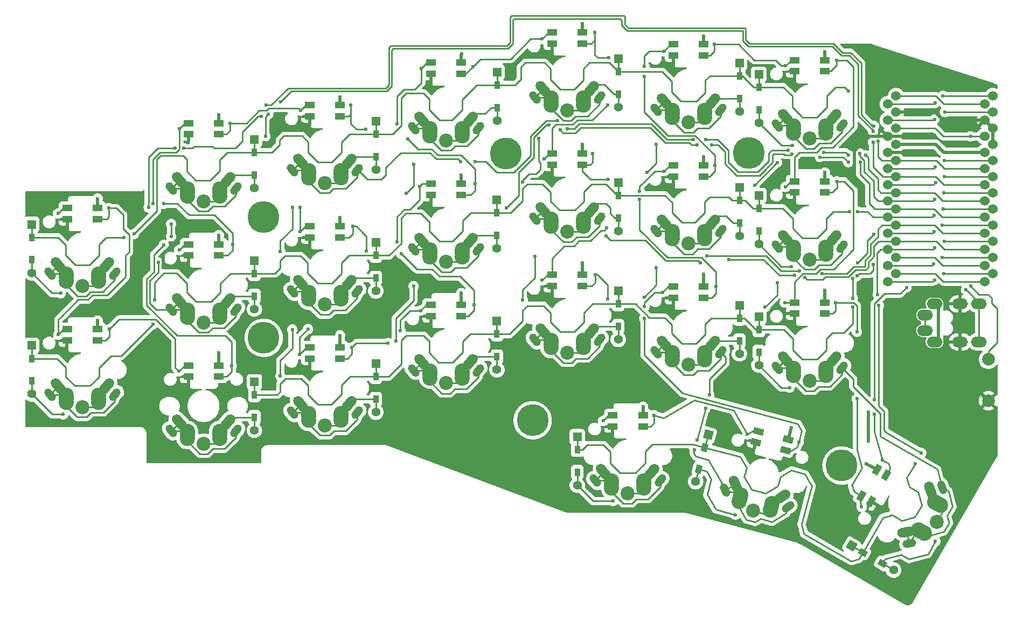
<source format=gbl>
%TF.GenerationSoftware,KiCad,Pcbnew,(6.0.0)*%
%TF.CreationDate,2022-01-01T14:12:31+04:00*%
%TF.ProjectId,Angel Wings FINAL,416e6765-6c20-4576-996e-67732046494e,rev?*%
%TF.SameCoordinates,Original*%
%TF.FileFunction,Copper,L2,Bot*%
%TF.FilePolarity,Positive*%
%FSLAX46Y46*%
G04 Gerber Fmt 4.6, Leading zero omitted, Abs format (unit mm)*
G04 Created by KiCad (PCBNEW (6.0.0)) date 2022-01-01 14:12:31*
%MOMM*%
%LPD*%
G01*
G04 APERTURE LIST*
G04 Aperture macros list*
%AMHorizOval*
0 Thick line with rounded ends*
0 $1 width*
0 $2 $3 position (X,Y) of the first rounded end (center of the circle)*
0 $4 $5 position (X,Y) of the second rounded end (center of the circle)*
0 Add line between two ends*
20,1,$1,$2,$3,$4,$5,0*
0 Add two circle primitives to create the rounded ends*
1,1,$1,$2,$3*
1,1,$1,$4,$5*%
%AMRotRect*
0 Rectangle, with rotation*
0 The origin of the aperture is its center*
0 $1 length*
0 $2 width*
0 $3 Rotation angle, in degrees counterclockwise*
0 Add horizontal line*
21,1,$1,$2,0,0,$3*%
G04 Aperture macros list end*
%TA.AperFunction,SMDPad,CuDef*%
%ADD10R,1.600000X1.000000*%
%TD*%
%TA.AperFunction,SMDPad,CuDef*%
%ADD11R,0.950000X1.300000*%
%TD*%
%TA.AperFunction,ComponentPad*%
%ADD12R,1.397000X1.397000*%
%TD*%
%TA.AperFunction,ComponentPad*%
%ADD13C,1.397000*%
%TD*%
%TA.AperFunction,SMDPad,CuDef*%
%ADD14RotRect,1.600000X1.000000X345.000000*%
%TD*%
%TA.AperFunction,ComponentPad*%
%ADD15C,5.000000*%
%TD*%
%TA.AperFunction,ComponentPad*%
%ADD16RotRect,1.397000X1.397000X330.000000*%
%TD*%
%TA.AperFunction,SMDPad,CuDef*%
%ADD17RotRect,1.300000X0.950000X330.000000*%
%TD*%
%TA.AperFunction,ComponentPad*%
%ADD18C,2.000000*%
%TD*%
%TA.AperFunction,SMDPad,CuDef*%
%ADD19RotRect,1.600000X1.000000X60.000000*%
%TD*%
%TA.AperFunction,SMDPad,CuDef*%
%ADD20RotRect,1.300000X0.950000X255.000000*%
%TD*%
%TA.AperFunction,ComponentPad*%
%ADD21RotRect,1.397000X1.397000X255.000000*%
%TD*%
%TA.AperFunction,ComponentPad*%
%ADD22C,1.524000*%
%TD*%
%TA.AperFunction,ComponentPad*%
%ADD23O,2.500000X1.700000*%
%TD*%
%TA.AperFunction,ComponentPad*%
%ADD24HorizOval,1.550000X0.401742X-0.478777X-0.401742X0.478777X0*%
%TD*%
%TA.AperFunction,ComponentPad*%
%ADD25C,2.400000*%
%TD*%
%TA.AperFunction,ComponentPad*%
%ADD26HorizOval,1.250000X0.305324X-0.363871X-0.305324X0.363871X0*%
%TD*%
%TA.AperFunction,ComponentPad*%
%ADD27HorizOval,1.250000X0.305324X0.363871X-0.305324X-0.363871X0*%
%TD*%
%TA.AperFunction,ComponentPad*%
%ADD28C,2.200000*%
%TD*%
%TA.AperFunction,ComponentPad*%
%ADD29HorizOval,1.550000X0.401742X0.478777X-0.401742X-0.478777X0*%
%TD*%
%TA.AperFunction,ComponentPad*%
%ADD30HorizOval,1.250000X-0.162460X0.446354X0.162460X-0.446354X0*%
%TD*%
%TA.AperFunction,ComponentPad*%
%ADD31HorizOval,1.250000X0.467784X0.082483X-0.467784X-0.082483X0*%
%TD*%
%TA.AperFunction,ComponentPad*%
%ADD32HorizOval,1.550000X0.615504X0.108530X-0.615504X-0.108530X0*%
%TD*%
%TA.AperFunction,ComponentPad*%
%ADD33HorizOval,1.550000X-0.213762X0.587307X0.213762X-0.587307X0*%
%TD*%
%TA.AperFunction,ComponentPad*%
%ADD34HorizOval,1.250000X0.389097X0.272449X-0.389097X-0.272449X0*%
%TD*%
%TA.AperFunction,ComponentPad*%
%ADD35HorizOval,1.250000X0.200744X-0.430496X-0.200744X0.430496X0*%
%TD*%
%TA.AperFunction,ComponentPad*%
%ADD36HorizOval,1.550000X0.264136X-0.566441X-0.264136X0.566441X0*%
%TD*%
%TA.AperFunction,ComponentPad*%
%ADD37HorizOval,1.550000X0.511969X0.358485X-0.511969X-0.358485X0*%
%TD*%
%TA.AperFunction,ViaPad*%
%ADD38C,0.600000*%
%TD*%
%TA.AperFunction,Conductor*%
%ADD39C,0.250000*%
%TD*%
%TA.AperFunction,Conductor*%
%ADD40C,0.500000*%
%TD*%
G04 APERTURE END LIST*
D10*
%TO.P,L12,1,DOUT*%
%TO.N,Net-(L12-Pad1)*%
X143779999Y-64025001D03*
%TO.P,L12,2,VSS*%
%TO.N,GND*%
X143779999Y-65775001D03*
%TO.P,L12,3,DIN*%
%TO.N,Net-(L12-Pad3)*%
X148579999Y-65775001D03*
%TO.P,L12,4,VDD*%
%TO.N,VCC*%
X148579999Y-64025001D03*
%TD*%
D11*
%TO.P,D10,1,K*%
%TO.N,Row 1*%
X135130336Y-92430497D03*
D12*
X135130336Y-90395497D03*
D13*
%TO.P,D10,2,A*%
%TO.N,Net-(D10-Pad2)*%
X135130336Y-98015497D03*
D11*
X135130336Y-95980497D03*
%TD*%
D10*
%TO.P,L22,1,DOUT*%
%TO.N,Net-(L21-Pad3)*%
X181880001Y-106495000D03*
%TO.P,L22,2,VSS*%
%TO.N,GND*%
X181880001Y-108245000D03*
%TO.P,L22,3,DIN*%
%TO.N,Net-(L22-Pad3)*%
X186680001Y-108245000D03*
%TO.P,L22,4,VDD*%
%TO.N,VCC*%
X186680001Y-106495000D03*
%TD*%
%TO.P,L18,1,DOUT*%
%TO.N,Net-(L18-Pad1)*%
X162829997Y-104024997D03*
%TO.P,L18,2,VSS*%
%TO.N,GND*%
X162829997Y-105774997D03*
%TO.P,L18,3,DIN*%
%TO.N,Net-(L17-Pad1)*%
X167629997Y-105774997D03*
%TO.P,L18,4,VDD*%
%TO.N,VCC*%
X167629997Y-104024997D03*
%TD*%
D11*
%TO.P,D2,1,K*%
%TO.N,Row 1*%
X62010330Y-115292499D03*
D12*
X62010330Y-113257499D03*
D13*
%TO.P,D2,2,A*%
%TO.N,Net-(D2-Pad2)*%
X62010330Y-120877499D03*
D11*
X62010330Y-118842499D03*
%TD*%
D10*
%TO.P,L9,1,DOUT*%
%TO.N,Net-(L10-Pad3)*%
X124725002Y-68784996D03*
%TO.P,L9,2,VSS*%
%TO.N,GND*%
X124725002Y-70534996D03*
%TO.P,L9,3,DIN*%
%TO.N,Net-(L12-Pad1)*%
X129525002Y-70534996D03*
%TO.P,L9,4,VDD*%
%TO.N,VCC*%
X129525002Y-68784996D03*
%TD*%
D11*
%TO.P,D15,1,K*%
%TO.N,Row 3*%
X147750342Y-129620503D03*
D12*
X147750342Y-127585503D03*
D13*
%TO.P,D15,2,A*%
%TO.N,Net-(D15-Pad2)*%
X147750342Y-135205503D03*
D11*
X147750342Y-133170503D03*
%TD*%
D10*
%TO.P,L6,1,DOUT*%
%TO.N,Net-(L3-Pad3)*%
X105680006Y-75454927D03*
%TO.P,L6,2,VSS*%
%TO.N,GND*%
X105680006Y-77204927D03*
%TO.P,L6,3,DIN*%
%TO.N,Net-(L6-Pad3)*%
X110480006Y-77204927D03*
%TO.P,L6,4,VDD*%
%TO.N,VCC*%
X110480006Y-75454927D03*
%TD*%
D12*
%TO.P,D11,1,K*%
%TO.N,Row 2*%
X135130336Y-109445496D03*
D11*
X135130336Y-111480496D03*
%TO.P,D11,2,A*%
%TO.N,Net-(D11-Pad2)*%
X135130336Y-115030496D03*
D13*
X135130336Y-117065496D03*
%TD*%
D14*
%TO.P,L19,1,DOUT*%
%TO.N,Net-(L15-Pad3)*%
X176275324Y-126772464D03*
%TO.P,L19,2,VSS*%
%TO.N,GND*%
X175822390Y-128462834D03*
%TO.P,L19,3,DIN*%
%TO.N,Net-(L18-Pad1)*%
X180458834Y-129705166D03*
%TO.P,L19,4,VDD*%
%TO.N,VCC*%
X180911768Y-128014796D03*
%TD*%
D11*
%TO.P,D17,1,K*%
%TO.N,Row 1*%
X173240331Y-90435335D03*
D12*
X173240331Y-88400335D03*
D11*
%TO.P,D17,2,A*%
%TO.N,Net-(D17-Pad2)*%
X173240331Y-93985335D03*
D13*
X173240331Y-96020335D03*
%TD*%
D11*
%TO.P,D5,1,K*%
%TO.N,Row 2*%
X97010340Y-120994997D03*
D12*
X97010340Y-118959997D03*
D13*
%TO.P,D5,2,A*%
%TO.N,Net-(D5-Pad2)*%
X97010340Y-126579997D03*
D11*
X97010340Y-124544997D03*
%TD*%
D10*
%TO.P,L20,1,DOUT*%
%TO.N,Net-(L16-Pad3)*%
X181880003Y-68394998D03*
%TO.P,L20,2,VSS*%
%TO.N,GND*%
X181880003Y-70144998D03*
%TO.P,L20,3,DIN*%
%TO.N,Net-(L20-Pad3)*%
X186680003Y-70144998D03*
%TO.P,L20,4,VDD*%
%TO.N,VCC*%
X186680003Y-68394998D03*
%TD*%
D12*
%TO.P,D1,1,K*%
%TO.N,Row 0*%
X62000332Y-94210000D03*
D11*
X62000332Y-96245000D03*
D13*
%TO.P,D1,2,A*%
%TO.N,Net-(D1-Pad2)*%
X62000332Y-101830000D03*
D11*
X62000332Y-99795000D03*
%TD*%
D12*
%TO.P,D12,1,K*%
%TO.N,Row 0*%
X154190339Y-68185499D03*
D11*
X154190339Y-70220499D03*
D13*
%TO.P,D12,2,A*%
%TO.N,Net-(D12-Pad2)*%
X154190339Y-75805499D03*
D11*
X154190339Y-73770499D03*
%TD*%
D10*
%TO.P,L5,1,DOUT*%
%TO.N,Net-(L2-Pad3)*%
X86630001Y-116414994D03*
%TO.P,L5,2,VSS*%
%TO.N,GND*%
X86630001Y-118164994D03*
%TO.P,L5,3,DIN*%
%TO.N,Net-(L4-Pad1)*%
X91430001Y-118164994D03*
%TO.P,L5,4,VDD*%
%TO.N,VCC*%
X91430001Y-116414994D03*
%TD*%
D15*
%TO.P,,*%
%TO.N,*%
X136499999Y-83050000D03*
%TD*%
D11*
%TO.P,D7,1,K*%
%TO.N,Row 1*%
X116090339Y-99104994D03*
D12*
X116090339Y-97069994D03*
D11*
%TO.P,D7,2,A*%
%TO.N,Net-(D7-Pad2)*%
X116090339Y-102654994D03*
D13*
X116090339Y-104689994D03*
%TD*%
D11*
%TO.P,D8,1,K*%
%TO.N,Row 2*%
X116090333Y-118154994D03*
D12*
X116090333Y-116119994D03*
D13*
%TO.P,D8,2,A*%
%TO.N,Net-(D8-Pad2)*%
X116090333Y-123739994D03*
D11*
X116090333Y-121704994D03*
%TD*%
D15*
%TO.P,,*%
%TO.N,*%
X98470337Y-112065503D03*
%TD*%
D10*
%TO.P,L7,1,DOUT*%
%TO.N,Net-(L6-Pad3)*%
X105679997Y-94504997D03*
%TO.P,L7,2,VSS*%
%TO.N,GND*%
X105679997Y-96254997D03*
%TO.P,L7,3,DIN*%
%TO.N,Net-(L7-Pad3)*%
X110479997Y-96254997D03*
%TO.P,L7,4,VDD*%
%TO.N,VCC*%
X110479997Y-94504997D03*
%TD*%
D12*
%TO.P,D20,1,K*%
%TO.N,Row 0*%
X176290333Y-70620501D03*
D11*
X176290333Y-72655501D03*
D13*
%TO.P,D20,2,A*%
%TO.N,Net-(D20-Pad2)*%
X176290333Y-78240501D03*
D11*
X176290333Y-76205501D03*
%TD*%
D10*
%TO.P,L2,1,DOUT*%
%TO.N,Net-(L1-Pad3)*%
X67579998Y-110694995D03*
%TO.P,L2,2,VSS*%
%TO.N,GND*%
X67579998Y-112444995D03*
%TO.P,L2,3,DIN*%
%TO.N,Net-(L2-Pad3)*%
X72379998Y-112444995D03*
%TO.P,L2,4,VDD*%
%TO.N,VCC*%
X72379998Y-110694995D03*
%TD*%
%TO.P,L4,1,DOUT*%
%TO.N,Net-(L4-Pad1)*%
X86630004Y-97364997D03*
%TO.P,L4,2,VSS*%
%TO.N,GND*%
X86630004Y-99114997D03*
%TO.P,L4,3,DIN*%
%TO.N,Net-(L3-Pad1)*%
X91430004Y-99114997D03*
%TO.P,L4,4,VDD*%
%TO.N,VCC*%
X91430004Y-97364997D03*
%TD*%
D16*
%TO.P,D23,1,K*%
%TO.N,Row 3*%
X190866689Y-144754719D03*
D17*
X192629051Y-145772219D03*
%TO.P,D23,2,A*%
%TO.N,Net-(D23-Pad2)*%
X195703441Y-147547219D03*
D13*
X197465803Y-148564719D03*
%TD*%
D10*
%TO.P,L8,1,DOUT*%
%TO.N,Net-(L7-Pad3)*%
X105679999Y-113554996D03*
%TO.P,L8,2,VSS*%
%TO.N,GND*%
X105679999Y-115304996D03*
%TO.P,L8,3,DIN*%
%TO.N,Net-(L11-Pad1)*%
X110479999Y-115304996D03*
%TO.P,L8,4,VDD*%
%TO.N,VCC*%
X110479999Y-113554996D03*
%TD*%
D15*
%TO.P,,*%
%TO.N,*%
X174740336Y-82955502D03*
%TD*%
D10*
%TO.P,L15,1,DOUT*%
%TO.N,Net-(L14-Pad3)*%
X153300003Y-124214997D03*
%TO.P,L15,2,VSS*%
%TO.N,GND*%
X153300003Y-125964997D03*
%TO.P,L15,3,DIN*%
%TO.N,Net-(L15-Pad3)*%
X158100003Y-125964997D03*
%TO.P,L15,4,VDD*%
%TO.N,VCC*%
X158100003Y-124214997D03*
%TD*%
D18*
%TO.P,RSW1,1,1*%
%TO.N,Reset*%
X212380338Y-115445501D03*
%TO.P,RSW1,2,2*%
%TO.N,GND*%
X212380338Y-121945503D03*
%TD*%
D11*
%TO.P,D3,1,K*%
%TO.N,Row 0*%
X97020335Y-82900502D03*
D12*
X97020335Y-80865502D03*
D13*
%TO.P,D3,2,A*%
%TO.N,Net-(D3-Pad2)*%
X97020335Y-88485502D03*
D11*
X97020335Y-86450502D03*
%TD*%
D10*
%TO.P,L11,1,DOUT*%
%TO.N,Net-(L11-Pad1)*%
X124724996Y-106884997D03*
%TO.P,L11,2,VSS*%
%TO.N,GND*%
X124724996Y-108634997D03*
%TO.P,L11,3,DIN*%
%TO.N,Net-(L10-Pad1)*%
X129524996Y-108634997D03*
%TO.P,L11,4,VDD*%
%TO.N,VCC*%
X129524996Y-106884997D03*
%TD*%
D15*
%TO.P,,*%
%TO.N,*%
X98470336Y-93105502D03*
%TD*%
D10*
%TO.P,L1,1,DOUT*%
%TO.N,unconnected-(L1-Pad1)*%
X67580003Y-91644999D03*
%TO.P,L1,2,VSS*%
%TO.N,GND*%
X67580003Y-93394999D03*
%TO.P,L1,3,DIN*%
%TO.N,Net-(L1-Pad3)*%
X72380003Y-93394999D03*
%TO.P,L1,4,VDD*%
%TO.N,VCC*%
X72380003Y-91644999D03*
%TD*%
D19*
%TO.P,L23,1,DOUT*%
%TO.N,Net-(L22-Pad3)*%
X192429242Y-136912874D03*
%TO.P,L23,2,VSS*%
%TO.N,GND*%
X193944786Y-137787874D03*
%TO.P,L23,3,DIN*%
%TO.N,LED*%
X196344786Y-133630952D03*
%TO.P,L23,4,VDD*%
%TO.N,VCC*%
X194829242Y-132755952D03*
%TD*%
D11*
%TO.P,D9,1,K*%
%TO.N,Row 0*%
X135170339Y-72300502D03*
D12*
X135170339Y-70265502D03*
D13*
%TO.P,D9,2,A*%
%TO.N,Net-(D9-Pad2)*%
X135170339Y-77885502D03*
D11*
X135170339Y-75850502D03*
%TD*%
D15*
%TO.P,,*%
%TO.N,*%
X140750338Y-125005501D03*
%TD*%
D11*
%TO.P,D13,1,K*%
%TO.N,Row 1*%
X154190334Y-89655499D03*
D12*
X154190334Y-87620499D03*
D11*
%TO.P,D13,2,A*%
%TO.N,Net-(D13-Pad2)*%
X154190334Y-93205499D03*
D13*
X154190334Y-95240499D03*
%TD*%
D10*
%TO.P,L10,1,DOUT*%
%TO.N,Net-(L10-Pad1)*%
X124725000Y-87834996D03*
%TO.P,L10,2,VSS*%
%TO.N,GND*%
X124725000Y-89584996D03*
%TO.P,L10,3,DIN*%
%TO.N,Net-(L10-Pad3)*%
X129525000Y-89584996D03*
%TO.P,L10,4,VDD*%
%TO.N,VCC*%
X129525000Y-87834996D03*
%TD*%
D11*
%TO.P,D6,1,K*%
%TO.N,Row 0*%
X116090334Y-80044996D03*
D12*
X116090334Y-78009996D03*
D11*
%TO.P,D6,2,A*%
%TO.N,Net-(D6-Pad2)*%
X116090334Y-83594996D03*
D13*
X116090334Y-85629996D03*
%TD*%
D10*
%TO.P,L14,1,DOUT*%
%TO.N,Net-(L13-Pad3)*%
X143780001Y-102124996D03*
%TO.P,L14,2,VSS*%
%TO.N,GND*%
X143780001Y-103874996D03*
%TO.P,L14,3,DIN*%
%TO.N,Net-(L14-Pad3)*%
X148580001Y-103874996D03*
%TO.P,L14,4,VDD*%
%TO.N,VCC*%
X148580001Y-102124996D03*
%TD*%
D12*
%TO.P,D4,1,K*%
%TO.N,Row 1*%
X97010340Y-99909994D03*
D11*
X97010340Y-101944994D03*
%TO.P,D4,2,A*%
%TO.N,Net-(D4-Pad2)*%
X97010340Y-105494994D03*
D13*
X97010340Y-107529994D03*
%TD*%
D10*
%TO.P,L21,1,DOUT*%
%TO.N,Net-(L20-Pad3)*%
X181879997Y-87444994D03*
%TO.P,L21,2,VSS*%
%TO.N,GND*%
X181879997Y-89194994D03*
%TO.P,L21,3,DIN*%
%TO.N,Net-(L21-Pad3)*%
X186679997Y-89194994D03*
%TO.P,L21,4,VDD*%
%TO.N,VCC*%
X186679997Y-87444994D03*
%TD*%
D11*
%TO.P,D14,1,K*%
%TO.N,Row 2*%
X154190334Y-106714995D03*
D12*
X154190334Y-104679995D03*
D13*
%TO.P,D14,2,A*%
%TO.N,Net-(D14-Pad2)*%
X154190334Y-112299995D03*
D11*
X154190334Y-110264995D03*
%TD*%
%TO.P,D21,1,K*%
%TO.N,Row 1*%
X176290331Y-91705501D03*
D12*
X176290331Y-89670501D03*
D13*
%TO.P,D21,2,A*%
%TO.N,Net-(D21-Pad2)*%
X176290331Y-97290501D03*
D11*
X176290331Y-95255501D03*
%TD*%
%TO.P,D16,1,K*%
%TO.N,Row 0*%
X173240335Y-70870499D03*
D12*
X173240335Y-68835499D03*
D13*
%TO.P,D16,2,A*%
%TO.N,Net-(D16-Pad2)*%
X173240335Y-76455499D03*
D11*
X173240335Y-74420499D03*
%TD*%
D15*
%TO.P,,*%
%TO.N,*%
X189280336Y-132125503D03*
%TD*%
D11*
%TO.P,D18,1,K*%
%TO.N,Row 2*%
X173240338Y-108970499D03*
D12*
X173240338Y-106935499D03*
D13*
%TO.P,D18,2,A*%
%TO.N,Net-(D18-Pad2)*%
X173240338Y-114555499D03*
D11*
X173240338Y-112520499D03*
%TD*%
D10*
%TO.P,L17,1,DOUT*%
%TO.N,Net-(L17-Pad1)*%
X162829995Y-84974995D03*
%TO.P,L17,2,VSS*%
%TO.N,GND*%
X162829995Y-86724995D03*
%TO.P,L17,3,DIN*%
%TO.N,Net-(L16-Pad1)*%
X167629995Y-86724995D03*
%TO.P,L17,4,VDD*%
%TO.N,VCC*%
X167629995Y-84974995D03*
%TD*%
%TO.P,L13,1,DOUT*%
%TO.N,Net-(L12-Pad3)*%
X143780005Y-83075001D03*
%TO.P,L13,2,VSS*%
%TO.N,GND*%
X143780005Y-84825001D03*
%TO.P,L13,3,DIN*%
%TO.N,Net-(L13-Pad3)*%
X148580005Y-84825001D03*
%TO.P,L13,4,VDD*%
%TO.N,VCC*%
X148580005Y-83075001D03*
%TD*%
D20*
%TO.P,D19,1,K*%
%TO.N,Row 3*%
X167798997Y-129265116D03*
D21*
X168325694Y-127299457D03*
D20*
%TO.P,D19,2,A*%
%TO.N,Net-(D19-Pad2)*%
X166880189Y-132694152D03*
D13*
X166353492Y-134659811D03*
%TD*%
D22*
%TO.P,U1,1,TX*%
%TO.N,Data*%
X196533230Y-75290587D03*
X213079631Y-74020587D03*
%TO.P,U1,2,RX*%
%TO.N,LED*%
X213079631Y-76560587D03*
X196533230Y-77830587D03*
%TO.P,U1,3,GND*%
%TO.N,GND*%
X213079631Y-79100587D03*
X196533230Y-80370587D03*
%TO.P,U1,4,GND*%
X196533230Y-82910587D03*
X213079631Y-81640587D03*
%TO.P,U1,5,SDA*%
%TO.N,unconnected-(U1-Pad5)*%
X213079631Y-84180587D03*
X196533230Y-85450587D03*
%TO.P,U1,6,SCL*%
%TO.N,unconnected-(U1-Pad6)*%
X213079631Y-86720587D03*
X196533230Y-87990587D03*
%TO.P,U1,7,D4*%
%TO.N,Row 0*%
X196533230Y-90530587D03*
X213079631Y-89260587D03*
%TO.P,U1,8,C6*%
%TO.N,Row 1*%
X213079631Y-91800587D03*
X196533230Y-93070587D03*
%TO.P,U1,9,D7*%
%TO.N,Row 2*%
X196533230Y-95610587D03*
X213079631Y-94340587D03*
%TO.P,U1,10,E6*%
%TO.N,Row 3*%
X213079631Y-96880587D03*
X196533230Y-98150587D03*
%TO.P,U1,11,B4*%
%TO.N,unconnected-(U1-Pad11)*%
X213079631Y-99420587D03*
X196533230Y-100690587D03*
%TO.P,U1,12,B5*%
%TO.N,unconnected-(U1-Pad12)*%
X196533230Y-103230587D03*
X213079631Y-101960587D03*
%TO.P,U1,13,B6*%
%TO.N,unconnected-(U1-Pad13)*%
X211773230Y-103230587D03*
X197859631Y-101960587D03*
%TO.P,U1,14,B2*%
%TO.N,Col 6*%
X211773230Y-100690587D03*
X197859631Y-99420587D03*
%TO.P,U1,15,B3*%
%TO.N,Col 5*%
X197859631Y-96880587D03*
X211773230Y-98150587D03*
%TO.P,U1,16,B1*%
%TO.N,Col 4*%
X211773230Y-95610587D03*
X197859631Y-94340587D03*
%TO.P,U1,17,F7*%
%TO.N,Col 3*%
X197859631Y-91800587D03*
X211773230Y-93070587D03*
%TO.P,U1,18,F6*%
%TO.N,Col 2*%
X197859631Y-89260587D03*
X211773230Y-90530587D03*
%TO.P,U1,19,F5*%
%TO.N,Col 1*%
X197859631Y-86720587D03*
X211773230Y-87990587D03*
%TO.P,U1,20,F4*%
%TO.N,Col 0*%
X211773230Y-85450587D03*
X197859631Y-84180587D03*
%TO.P,U1,21,VCC*%
%TO.N,VCC*%
X197859631Y-81640587D03*
X211773230Y-82910587D03*
%TO.P,U1,22,RST*%
%TO.N,Reset*%
X211773230Y-80370587D03*
X197859631Y-79100587D03*
%TO.P,U1,23,GND*%
%TO.N,GND*%
X197859631Y-76560587D03*
X211773230Y-77830587D03*
%TO.P,U1,24,RAW*%
%TO.N,unconnected-(U1-Pad24)*%
X211773230Y-75290587D03*
X197859631Y-74020587D03*
%TD*%
D23*
%TO.P,J1,A*%
%TO.N,unconnected-(J1-PadA)*%
X202410727Y-108480586D03*
X202410727Y-110930586D03*
%TO.P,J1,B*%
%TO.N,Data*%
X210910727Y-106730586D03*
X210910727Y-112680586D03*
%TO.P,J1,C*%
%TO.N,GND*%
X207910727Y-106730586D03*
X207910727Y-112680586D03*
%TO.P,J1,D*%
%TO.N,VCC*%
X203910727Y-112680586D03*
X203910727Y-106730586D03*
%TD*%
D10*
%TO.P,L16,1,DOUT*%
%TO.N,Net-(L16-Pad1)*%
X162829999Y-65924996D03*
%TO.P,L16,2,VSS*%
%TO.N,GND*%
X162829999Y-67674996D03*
%TO.P,L16,3,DIN*%
%TO.N,Net-(L16-Pad3)*%
X167629999Y-67674996D03*
%TO.P,L16,4,VDD*%
%TO.N,VCC*%
X167629999Y-65924996D03*
%TD*%
D12*
%TO.P,D22,1,K*%
%TO.N,Row 2*%
X176290330Y-108720505D03*
D11*
X176290330Y-110755505D03*
D13*
%TO.P,D22,2,A*%
%TO.N,Net-(D22-Pad2)*%
X176290330Y-116340505D03*
D11*
X176290330Y-114305505D03*
%TD*%
D10*
%TO.P,L3,1,DOUT*%
%TO.N,Net-(L3-Pad1)*%
X86629997Y-78314995D03*
%TO.P,L3,2,VSS*%
%TO.N,GND*%
X86629997Y-80064995D03*
%TO.P,L3,3,DIN*%
%TO.N,Net-(L3-Pad3)*%
X91429997Y-80064995D03*
%TO.P,L3,4,VDD*%
%TO.N,VCC*%
X91429997Y-78314995D03*
%TD*%
D24*
%TO.P,SW22,1,1*%
%TO.N,Col 6*%
X180470000Y-115409996D03*
D25*
X181740000Y-117369997D03*
X181740000Y-117949996D03*
D26*
X179180000Y-116769996D03*
D25*
X181740000Y-116869996D03*
D27*
X189380000Y-116769996D03*
D25*
%TO.P,SW22,2,2*%
%TO.N,Net-(D22-Pad2)*%
X186820000Y-116869996D03*
D28*
X184280000Y-118769997D03*
D29*
X188090000Y-115409996D03*
D25*
X186820000Y-117949996D03*
X186820000Y-117369997D03*
%TD*%
D26*
%TO.P,SW9,1,1*%
%TO.N,Col 3*%
X122030001Y-79059998D03*
D25*
X124590001Y-80239998D03*
X124590001Y-79659999D03*
D24*
X123320001Y-77699998D03*
D27*
X132230001Y-79059998D03*
D25*
X124590001Y-79159998D03*
D28*
%TO.P,SW9,2,2*%
%TO.N,Net-(D9-Pad2)*%
X127130001Y-81059999D03*
D25*
X129670001Y-79159998D03*
X129670001Y-80239998D03*
D29*
X130940001Y-77699998D03*
D25*
X129670001Y-79659999D03*
%TD*%
%TO.P,SW8,1,1*%
%TO.N,Col 2*%
X105539995Y-123929997D03*
X105539995Y-124429998D03*
X105539995Y-125009997D03*
D26*
X102979995Y-123829997D03*
D24*
X104269995Y-122469997D03*
D27*
X113179995Y-123829997D03*
D25*
%TO.P,SW8,2,2*%
%TO.N,Net-(D8-Pad2)*%
X110619995Y-123929997D03*
X110619995Y-124429998D03*
D29*
X111889995Y-122469997D03*
D28*
X108079995Y-125829998D03*
D25*
X110619995Y-125009997D03*
%TD*%
D26*
%TO.P,SW15,1,1*%
%TO.N,Col 4*%
X150600000Y-134489995D03*
D27*
X160800000Y-134489995D03*
D25*
X153160000Y-134589995D03*
X153160000Y-135089996D03*
D24*
X151890000Y-133129995D03*
D25*
X153160000Y-135669995D03*
D28*
%TO.P,SW15,2,2*%
%TO.N,Net-(D15-Pad2)*%
X155700000Y-136489996D03*
D25*
X158240000Y-135089996D03*
X158240000Y-135669995D03*
X158240000Y-134589995D03*
D29*
X159510000Y-133129995D03*
%TD*%
D25*
%TO.P,SW13,1,1*%
%TO.N,Col 4*%
X143640000Y-94519999D03*
X143640000Y-93940000D03*
D24*
X142370000Y-91979999D03*
D26*
X141080000Y-93339999D03*
D27*
X151280000Y-93339999D03*
D25*
X143640000Y-93439999D03*
%TO.P,SW13,2,2*%
%TO.N,Net-(D13-Pad2)*%
X148720000Y-93940000D03*
X148720000Y-94519999D03*
D29*
X149990000Y-91979999D03*
D25*
X148720000Y-93439999D03*
D28*
X146180000Y-95340000D03*
%TD*%
D24*
%TO.P,SW17,1,1*%
%TO.N,Col 5*%
X161419997Y-93889996D03*
D25*
X162689997Y-96429996D03*
X162689997Y-95849997D03*
D27*
X170329997Y-95249996D03*
D25*
X162689997Y-95349996D03*
D26*
X160129997Y-95249996D03*
D25*
%TO.P,SW17,2,2*%
%TO.N,Net-(D17-Pad2)*%
X167769997Y-95849997D03*
D29*
X169039997Y-93889996D03*
D28*
X165229997Y-97249997D03*
D25*
X167769997Y-96429996D03*
X167769997Y-95349996D03*
%TD*%
%TO.P,SW12,1,1*%
%TO.N,Col 4*%
X143640002Y-74390000D03*
D27*
X151280002Y-74290000D03*
D26*
X141080002Y-74290000D03*
D24*
X142370002Y-72930000D03*
D25*
X143640002Y-75470000D03*
X143640002Y-74890001D03*
D28*
%TO.P,SW12,2,2*%
%TO.N,Net-(D12-Pad2)*%
X146180002Y-76290001D03*
D25*
X148720002Y-75470000D03*
X148720002Y-74390000D03*
X148720002Y-74890001D03*
D29*
X149990002Y-72930000D03*
%TD*%
D25*
%TO.P,SW20,1,1*%
%TO.N,Col 6*%
X181739997Y-78769996D03*
X181739997Y-79269997D03*
D24*
X180469997Y-77309996D03*
D27*
X189379997Y-78669996D03*
D26*
X179179997Y-78669996D03*
D25*
X181739997Y-79849996D03*
%TO.P,SW20,2,2*%
%TO.N,Net-(D20-Pad2)*%
X186819997Y-79849996D03*
X186819997Y-79269997D03*
X186819997Y-78769996D03*
D29*
X188089997Y-77309996D03*
D28*
X184279997Y-80669997D03*
%TD*%
D25*
%TO.P,SW14,1,1*%
%TO.N,Col 4*%
X143640000Y-112990001D03*
D24*
X142370000Y-111030000D03*
D27*
X151280000Y-112390000D03*
D25*
X143640000Y-112490000D03*
X143640000Y-113570000D03*
D26*
X141080000Y-112390000D03*
D25*
%TO.P,SW14,2,2*%
%TO.N,Net-(D14-Pad2)*%
X148720000Y-113570000D03*
D29*
X149990000Y-111030000D03*
D28*
X146180000Y-114390001D03*
D25*
X148720000Y-112990001D03*
X148720000Y-112490000D03*
%TD*%
D26*
%TO.P,SW3,1,1*%
%TO.N,Col 1*%
X83919997Y-88579994D03*
D25*
X86479997Y-88679994D03*
X86479997Y-89179995D03*
D24*
X85209997Y-87219994D03*
D25*
X86479997Y-89759994D03*
D27*
X94119997Y-88579994D03*
D25*
%TO.P,SW3,2,2*%
%TO.N,Net-(D3-Pad2)*%
X91559997Y-89759994D03*
D29*
X92829997Y-87219994D03*
D25*
X91559997Y-88679994D03*
D28*
X89019997Y-90579995D03*
D25*
X91559997Y-89179995D03*
%TD*%
%TO.P,SW21,1,1*%
%TO.N,Col 6*%
X181739999Y-98910001D03*
D26*
X179179999Y-97730001D03*
D25*
X181739999Y-98330002D03*
D27*
X189379999Y-97730001D03*
D25*
X181739999Y-97830001D03*
D24*
X180469999Y-96370001D03*
D29*
%TO.P,SW21,2,2*%
%TO.N,Net-(D21-Pad2)*%
X188089999Y-96370001D03*
D25*
X186819999Y-97830001D03*
X186819999Y-98330002D03*
X186819999Y-98910001D03*
D28*
X184279999Y-99730002D03*
%TD*%
D25*
%TO.P,SW1,1,1*%
%TO.N,Col 0*%
X67439994Y-102520001D03*
D27*
X75079994Y-101920000D03*
D26*
X64879994Y-101920000D03*
D24*
X66169994Y-100560000D03*
D25*
X67439994Y-102020000D03*
X67439994Y-103100000D03*
%TO.P,SW1,2,2*%
%TO.N,Net-(D1-Pad2)*%
X72519994Y-102520001D03*
D29*
X73789994Y-100560000D03*
D25*
X72519994Y-103100000D03*
X72519994Y-102020000D03*
D28*
X69979994Y-103920001D03*
%TD*%
D26*
%TO.P,SW18,1,1*%
%TO.N,Col 5*%
X160129995Y-114299998D03*
D25*
X162689995Y-115479998D03*
X162689995Y-114899999D03*
D27*
X170329995Y-114299998D03*
D25*
X162689995Y-114399998D03*
D24*
X161419995Y-112939998D03*
D29*
%TO.P,SW18,2,2*%
%TO.N,Net-(D18-Pad2)*%
X169039995Y-112939998D03*
D28*
X165229995Y-116299999D03*
D25*
X167769995Y-115479998D03*
X167769995Y-114399998D03*
X167769995Y-114899999D03*
%TD*%
%TO.P,SW2,1,1*%
%TO.N,Col 0*%
X67439995Y-121069998D03*
D26*
X64879995Y-120969998D03*
D25*
X67439995Y-122149998D03*
D27*
X75079995Y-120969998D03*
D24*
X66169995Y-119609998D03*
D25*
X67439995Y-121569999D03*
%TO.P,SW2,2,2*%
%TO.N,Net-(D2-Pad2)*%
X72519995Y-121569999D03*
X72519995Y-121069998D03*
X72519995Y-122149998D03*
D29*
X73789995Y-119609998D03*
D28*
X69979995Y-122969999D03*
%TD*%
D25*
%TO.P,SW6,1,1*%
%TO.N,Col 2*%
X105530000Y-86899996D03*
X105530000Y-85819996D03*
D26*
X102970000Y-85719996D03*
D27*
X113170000Y-85719996D03*
D24*
X104260000Y-84359996D03*
D25*
X105530000Y-86319997D03*
D29*
%TO.P,SW6,2,2*%
%TO.N,Net-(D6-Pad2)*%
X111880000Y-84359996D03*
D25*
X110610000Y-86899996D03*
X110610000Y-85819996D03*
D28*
X108070000Y-87719997D03*
D25*
X110610000Y-86319997D03*
%TD*%
D26*
%TO.P,SW10,1,1*%
%TO.N,Col 3*%
X122030000Y-98109999D03*
D27*
X132230000Y-98109999D03*
D25*
X124590000Y-98209999D03*
D24*
X123320000Y-96749999D03*
D25*
X124590000Y-99289999D03*
X124590000Y-98710000D03*
%TO.P,SW10,2,2*%
%TO.N,Net-(D10-Pad2)*%
X129670000Y-98710000D03*
D29*
X130940000Y-96749999D03*
D28*
X127130000Y-100110000D03*
D25*
X129670000Y-99289999D03*
X129670000Y-98209999D03*
%TD*%
D30*
%TO.P,SW23,1,1*%
%TO.N,Col 6*%
X205080000Y-135556537D03*
D25*
X202281910Y-142762972D03*
X201346603Y-142222972D03*
D31*
X199980000Y-144389997D03*
D25*
X201779616Y-142472972D03*
D32*
X199447206Y-142592824D03*
D25*
%TO.P,SW23,2,2*%
%TO.N,Net-(D23-Pad2)*%
X203886603Y-137823562D03*
D28*
X204262052Y-140973268D03*
D25*
X204319616Y-138073563D03*
X204821910Y-138363562D03*
D33*
X203257206Y-135993710D03*
%TD*%
D25*
%TO.P,SW5,1,1*%
%TO.N,Col 1*%
X86479995Y-127859997D03*
D26*
X83919995Y-126679997D03*
D25*
X86479995Y-126779997D03*
X86479995Y-127279998D03*
D24*
X85209995Y-125319997D03*
D27*
X94119995Y-126679997D03*
D28*
%TO.P,SW5,2,2*%
%TO.N,Net-(D5-Pad2)*%
X89019995Y-128679998D03*
D29*
X92829995Y-125319997D03*
D25*
X91559995Y-127859997D03*
X91559995Y-127279998D03*
X91559995Y-126779997D03*
%TD*%
%TO.P,SW11,1,1*%
%TO.N,Col 3*%
X124589997Y-118339996D03*
X124589997Y-117759997D03*
D27*
X132229997Y-117159996D03*
D24*
X123319997Y-115799996D03*
D26*
X122029997Y-117159996D03*
D25*
X124589997Y-117259996D03*
%TO.P,SW11,2,2*%
%TO.N,Net-(D11-Pad2)*%
X129669997Y-117259996D03*
X129669997Y-118339996D03*
X129669997Y-117759997D03*
D29*
X130939997Y-115799996D03*
D28*
X127129997Y-119159997D03*
%TD*%
D26*
%TO.P,SW16,1,1*%
%TO.N,Col 5*%
X160129997Y-76199998D03*
D24*
X161419997Y-74839998D03*
D25*
X162689997Y-76799999D03*
X162689997Y-76299998D03*
X162689997Y-77379998D03*
D27*
X170329997Y-76199998D03*
D25*
%TO.P,SW16,2,2*%
%TO.N,Net-(D16-Pad2)*%
X167769997Y-76799999D03*
X167769997Y-77379998D03*
D29*
X169039997Y-74839998D03*
D28*
X165229997Y-78199999D03*
D25*
X167769997Y-76299998D03*
%TD*%
%TO.P,SW7,1,1*%
%TO.N,Col 2*%
X105540002Y-105379999D03*
X105540002Y-104879998D03*
X105540002Y-105959998D03*
D24*
X104270002Y-103419998D03*
D26*
X102980002Y-104779998D03*
D27*
X113180002Y-104779998D03*
D25*
%TO.P,SW7,2,2*%
%TO.N,Net-(D7-Pad2)*%
X110620002Y-105379999D03*
X110620002Y-105959998D03*
D28*
X108080002Y-106779999D03*
D29*
X111890002Y-103419998D03*
D25*
X110620002Y-104879998D03*
%TD*%
%TO.P,SW4,1,1*%
%TO.N,Col 1*%
X86480003Y-108809994D03*
X86480003Y-108229995D03*
X86480003Y-107729994D03*
D26*
X83920003Y-107629994D03*
D27*
X94120003Y-107629994D03*
D24*
X85210003Y-106269994D03*
D29*
%TO.P,SW4,2,2*%
%TO.N,Net-(D4-Pad2)*%
X92830003Y-106269994D03*
D25*
X91560003Y-107729994D03*
X91560003Y-108809994D03*
X91560003Y-108229995D03*
D28*
X89020003Y-109629995D03*
%TD*%
D34*
%TO.P,SW19,1,1*%
%TO.N,Col 5*%
X180860000Y-138639999D03*
D25*
X173325035Y-137242178D03*
X173174921Y-137802414D03*
D35*
X171007557Y-136000045D03*
D25*
X173454445Y-136759214D03*
D36*
X172605595Y-135020262D03*
D25*
%TO.P,SW19,2,2*%
%TO.N,Net-(D19-Pad2)*%
X178081824Y-139117215D03*
D28*
X175416140Y-139251874D03*
D25*
X178361348Y-138074015D03*
D37*
X179965950Y-136992463D03*
D25*
X178231939Y-138556979D03*
%TD*%
D38*
%TO.N,Row 0*%
X205330337Y-89260335D03*
X78079472Y-95706366D03*
X192190000Y-83070000D03*
X190400000Y-73240000D03*
X76480202Y-96295501D03*
X203920335Y-90240335D03*
%TO.N,Net-(D1-Pad2)*%
X66565337Y-105045498D03*
%TO.N,Row 1*%
X203810338Y-92790334D03*
X81314406Y-106121300D03*
X205260338Y-91800331D03*
X191804836Y-92190000D03*
X190555836Y-92190000D03*
X81044405Y-109941299D03*
%TO.N,Net-(D2-Pad2)*%
X66965333Y-124095500D03*
%TO.N,Row 2*%
X203830331Y-95360335D03*
X191043100Y-107226899D03*
X191048485Y-102753902D03*
X205120333Y-94340335D03*
X191050000Y-105860000D03*
X191780000Y-100255500D03*
X194375500Y-95790000D03*
%TO.N,Row 3*%
X194990000Y-105270000D03*
X205430333Y-96880333D03*
X201825495Y-130140007D03*
X200840495Y-131846077D03*
X203950338Y-97900336D03*
X195140000Y-106970000D03*
%TO.N,Net-(D15-Pad2)*%
X153416623Y-137720428D03*
%TO.N,Net-(D19-Pad2)*%
X172609733Y-139859054D03*
%TO.N,Net-(D20-Pad2)*%
X181590338Y-81795498D03*
%TO.N,Net-(D21-Pad2)*%
X181365336Y-100820501D03*
%TO.N,Net-(D22-Pad2)*%
X181140338Y-119870499D03*
%TO.N,Net-(D23-Pad2)*%
X204041805Y-144038591D03*
%TO.N,Data*%
X205230337Y-74020334D03*
X208848522Y-104499147D03*
X203990334Y-75110333D03*
%TO.N,GND*%
X153301838Y-127861446D03*
X195577974Y-138718195D03*
X105680339Y-98130334D03*
X192670000Y-105360000D03*
X162830338Y-69550334D03*
X192670000Y-91070000D03*
X86630335Y-100990332D03*
X192680339Y-79890336D03*
X105680338Y-117180334D03*
X150964405Y-122881299D03*
X86630332Y-120040334D03*
X124720335Y-110510334D03*
X82690334Y-100980334D03*
X202560335Y-82910330D03*
X181880335Y-91070336D03*
X181880335Y-110120335D03*
X124730335Y-72410335D03*
X105674406Y-78481300D03*
X84864403Y-96711300D03*
X162830334Y-88590334D03*
X143780335Y-67650334D03*
X86604404Y-81361299D03*
X124730333Y-91460335D03*
X192670000Y-103720000D03*
X152714404Y-122881299D03*
X67580338Y-95270336D03*
X143780336Y-86720336D03*
X181880335Y-72020336D03*
X205310592Y-77830590D03*
X175326257Y-130310424D03*
X162830334Y-107650334D03*
X203890333Y-80210334D03*
X143780337Y-105760333D03*
X67570338Y-114350335D03*
%TO.N,VCC*%
X148580333Y-100250334D03*
X181405867Y-126171658D03*
X204898837Y-82418833D03*
X193524454Y-128308181D03*
X110480336Y-93121299D03*
X129554402Y-67431300D03*
X129524404Y-86421299D03*
X186682646Y-104576991D03*
X72380336Y-109331300D03*
X167634404Y-83591299D03*
X91434402Y-95921299D03*
X167630336Y-102056992D03*
X91430334Y-114420335D03*
X193524456Y-123718181D03*
X129530335Y-105010333D03*
X72384403Y-90151300D03*
X148584405Y-81671300D03*
X91434405Y-76971298D03*
X158110000Y-122870000D03*
X167634405Y-64591298D03*
X186680337Y-86051298D03*
X110480339Y-111670334D03*
X193195135Y-131819727D03*
X186680337Y-67071301D03*
X148574402Y-62671297D03*
X110480336Y-74181299D03*
%TO.N,LED*%
X203890334Y-77710332D03*
X205530336Y-76560334D03*
X194468526Y-124079146D03*
X199498522Y-104119145D03*
X195681185Y-131281355D03*
X194468524Y-121789146D03*
%TO.N,unconnected-(L1-Pad1)*%
X66154405Y-92511299D03*
%TO.N,Net-(L1-Pad3)*%
X66194403Y-111551301D03*
X74124405Y-91651299D03*
%TO.N,Net-(L2-Pad3)*%
X85144403Y-117301300D03*
X74204402Y-110701299D03*
%TO.N,Net-(L3-Pad1)*%
X82764405Y-90971300D03*
X93584404Y-97361299D03*
X85224401Y-79201300D03*
X81065837Y-90971298D03*
%TO.N,Net-(L3-Pad3)*%
X104284403Y-76331297D03*
X93154402Y-78311300D03*
%TO.N,Net-(L4-Pad1)*%
X82776285Y-97430092D03*
X93444403Y-116411300D03*
X85194401Y-98241300D03*
%TO.N,Net-(L6-Pad3)*%
X104174405Y-91561298D03*
X114544403Y-79291299D03*
X104174404Y-95381299D03*
X112164405Y-75451300D03*
%TO.N,Net-(L7-Pad3)*%
X114624404Y-98371298D03*
X112514403Y-94511299D03*
X105434404Y-110671298D03*
X104114403Y-114641299D03*
%TO.N,Net-(L11-Pad1)*%
X118014402Y-112871299D03*
X112354405Y-113551299D03*
X119954401Y-110961300D03*
X123114403Y-107771301D03*
%TO.N,Net-(L10-Pad3)*%
X131664404Y-87831300D03*
X123254405Y-69661299D03*
X119465836Y-78434779D03*
X121114406Y-80801299D03*
%TO.N,Net-(L12-Pad1)*%
X131334404Y-69411300D03*
X142214404Y-65081299D03*
%TO.N,Net-(L10-Pad1)*%
X131494404Y-106881300D03*
X119465834Y-96931570D03*
X120084406Y-98831300D03*
X123004405Y-88201300D03*
%TO.N,Net-(L12-Pad3)*%
X150514404Y-64021300D03*
X152704401Y-68041298D03*
X152494405Y-75421299D03*
X142554402Y-83950000D03*
%TO.N,Net-(L13-Pad3)*%
X152634406Y-87141300D03*
X152404406Y-94741300D03*
X142244404Y-103001299D03*
X150194404Y-83071300D03*
%TO.N,Net-(L14-Pad3)*%
X150574401Y-102121298D03*
X151824401Y-125091300D03*
X152564405Y-105971299D03*
%TO.N,Net-(L15-Pad3)*%
X159848119Y-124216372D03*
X174488982Y-127210393D03*
%TO.N,Net-(L16-Pad1)*%
X169404404Y-84971297D03*
X161394402Y-66991299D03*
X158321831Y-70941445D03*
X158321835Y-69381446D03*
%TO.N,Net-(L16-Pad3)*%
X169281835Y-65921447D03*
X180501834Y-69271444D03*
%TO.N,Net-(L17-Pad1)*%
X157565833Y-90279999D03*
X161381835Y-85851445D03*
X169530000Y-104020000D03*
X157565835Y-89030996D03*
%TO.N,Net-(L18-Pad1)*%
X161161834Y-104891445D03*
X158296337Y-108991446D03*
X182560064Y-128461988D03*
X158312889Y-107147174D03*
%TO.N,Net-(L20-Pad3)*%
X180474405Y-88321300D03*
X188551838Y-68391447D03*
%TO.N,Net-(L21-Pad3)*%
X188584406Y-87441300D03*
X180351838Y-106501444D03*
%TO.N,Net-(L22-Pad3)*%
X191708525Y-121639146D03*
X191708525Y-111099145D03*
X188388523Y-106489145D03*
X192444627Y-138627236D03*
%TO.N,Reset*%
X209559413Y-80370587D03*
X209560000Y-103920000D03*
%TO.N,Col 0*%
X98824405Y-75491300D03*
X194390588Y-78727411D03*
X84520063Y-82242460D03*
X85924403Y-82241298D03*
X195011453Y-81120087D03*
X80394403Y-91551300D03*
X98064404Y-77211297D03*
%TO.N,Col 1*%
X99191961Y-76900214D03*
X81894404Y-100201298D03*
X194240000Y-81330000D03*
X194240000Y-79621087D03*
X98744404Y-80351300D03*
X101174404Y-74921298D03*
X83919998Y-94150668D03*
X83919999Y-96100669D03*
%TO.N,Col 2*%
X146194403Y-79155800D03*
X190390000Y-83330000D03*
X131694404Y-84331300D03*
X180914406Y-82561300D03*
X186484406Y-82891300D03*
X102970003Y-91540669D03*
X144622825Y-77906798D03*
X166016456Y-80869521D03*
X129384406Y-84331300D03*
X101090333Y-98491299D03*
X193070000Y-83360000D03*
X102980001Y-110740669D03*
X101090338Y-118060332D03*
X167924404Y-80861299D03*
%TO.N,Col 3*%
X185924402Y-83631299D03*
X143344404Y-78581300D03*
X122029998Y-103910667D03*
X119234403Y-112531300D03*
X145084406Y-79391300D03*
X122030000Y-84750670D03*
X136584404Y-91641298D03*
X181500299Y-83187192D03*
X192210000Y-84430000D03*
X168914403Y-81681300D03*
X190360000Y-84430000D03*
X120857915Y-89327916D03*
X166624405Y-81681299D03*
%TO.N,Col 4*%
X182644401Y-101551300D03*
X139190334Y-106120332D03*
X141080000Y-99220672D03*
X167054403Y-100231300D03*
X141694429Y-80701322D03*
X152274403Y-96051299D03*
X139190337Y-87570335D03*
X186234403Y-101981299D03*
X168134402Y-99141299D03*
%TO.N,Col 5*%
X183484406Y-102584832D03*
X166178889Y-129625597D03*
X167925918Y-123105598D03*
X168500000Y-120985165D03*
X158254403Y-105661297D03*
X171554405Y-99765799D03*
X181944403Y-102221300D03*
X158691838Y-86061446D03*
X166574882Y-128147731D03*
X160129999Y-81670672D03*
X160129997Y-100990669D03*
%TO.N,Col 6*%
X177290334Y-107195501D03*
X179180000Y-103410672D03*
X191720000Y-102320000D03*
X179174406Y-84481298D03*
X194259500Y-100510000D03*
X175622918Y-88062918D03*
%TO.N,unconnected-(U1-Pad5)*%
X205470334Y-84180333D03*
X203990338Y-85210334D03*
%TO.N,unconnected-(U1-Pad6)*%
X204090334Y-87610335D03*
X205490339Y-86720332D03*
%TO.N,unconnected-(U1-Pad11)*%
X205140333Y-99420333D03*
X203750335Y-100430333D03*
%TO.N,unconnected-(U1-Pad12)*%
X203890334Y-102950334D03*
X205360337Y-101960333D03*
%TD*%
D39*
%TO.N,Row 0*%
X183140000Y-77370000D02*
X185390000Y-77370000D01*
X149690335Y-68795501D02*
X152765341Y-68795501D01*
X106990335Y-84395502D02*
X109190336Y-84395500D01*
X67390332Y-97495500D02*
X67390333Y-99095499D01*
X192190000Y-83526807D02*
X192834511Y-84171318D01*
X86390339Y-85895500D02*
X87790332Y-87295503D01*
X138890334Y-71395498D02*
X138890336Y-69495503D01*
X131985337Y-72300501D02*
X135170339Y-72300501D01*
X192834511Y-85934511D02*
X194330000Y-87430000D01*
X62000334Y-96245000D02*
X66139835Y-96244999D01*
X81690336Y-92095499D02*
X81690335Y-83995499D01*
X129690334Y-74595500D02*
X131985337Y-72300501D01*
X166490337Y-74895501D02*
X167890339Y-73495501D01*
X181370000Y-73850000D02*
X181560000Y-74040000D01*
X173240337Y-68835501D02*
X173240338Y-70870499D01*
X168615337Y-70870501D02*
X173240338Y-70870499D01*
X173665335Y-70870499D02*
X175450338Y-72655500D01*
X116090336Y-78009994D02*
X116090334Y-80044995D01*
X110690332Y-82895500D02*
X110690337Y-81295501D01*
X186970000Y-74020000D02*
X188330000Y-72660000D01*
X105490337Y-82895499D02*
X106990335Y-84395502D01*
X162590335Y-71695500D02*
X162590337Y-73395500D01*
X176290333Y-72655501D02*
X180175501Y-72655501D01*
X154190335Y-70220500D02*
X161115329Y-70220497D01*
X188330000Y-72660000D02*
X189260000Y-72660000D01*
X128090336Y-77795501D02*
X129690336Y-76195500D01*
X72590339Y-97395501D02*
X73690332Y-96295502D01*
X205330337Y-89260335D02*
X205330589Y-89260589D01*
X192834511Y-84171318D02*
X192834511Y-85934511D01*
X186970000Y-75790000D02*
X186970000Y-74020000D01*
X111940844Y-80044993D02*
X116090334Y-80044995D01*
X92785332Y-82900500D02*
X97020333Y-82900499D01*
X99785335Y-82900502D02*
X100990334Y-81695501D01*
X110690337Y-81295501D02*
X111940844Y-80044993D01*
X118740844Y-80044996D02*
X120090335Y-78695503D01*
X167890339Y-73495501D02*
X167890338Y-71595500D01*
X167890338Y-71595500D02*
X168615337Y-70870501D01*
X181560000Y-75300000D02*
X181560000Y-75790000D01*
X189820000Y-72660000D02*
X190400000Y-73240000D01*
X195000587Y-90530587D02*
X196533230Y-90530587D01*
X120090335Y-78695503D02*
X120090337Y-74395501D01*
X180175501Y-72655501D02*
X181370000Y-73850000D01*
X68890338Y-100595500D02*
X71090335Y-100595500D01*
X116090334Y-80044995D02*
X118740844Y-80044996D01*
X203920335Y-90240335D02*
X203630081Y-90530590D01*
X104490337Y-80295498D02*
X105490336Y-81295501D01*
X203630081Y-90530590D02*
X196533234Y-90530588D01*
X135170339Y-72300501D02*
X137985336Y-72300499D01*
X161115329Y-70220497D02*
X162590335Y-71695500D01*
X81690335Y-83995499D02*
X82294535Y-83391299D01*
X148690334Y-69795500D02*
X149690335Y-68795501D01*
X143590338Y-71495502D02*
X145090338Y-72995498D01*
X142590336Y-68795501D02*
X143590339Y-69795502D01*
X135170340Y-70265500D02*
X135170339Y-72300501D01*
X91590335Y-84095502D02*
X92785332Y-82900500D01*
X71090335Y-100595500D02*
X72590337Y-99095501D01*
X97020339Y-80865501D02*
X97020333Y-82900499D01*
X82294535Y-83391299D02*
X85786136Y-83391300D01*
X164090334Y-74895498D02*
X166490337Y-74895501D01*
X86390336Y-83995498D02*
X86390339Y-85895500D01*
X105490336Y-81295501D02*
X105490337Y-82895499D01*
X137985336Y-72300499D02*
X138890334Y-71395498D01*
X181560000Y-74040000D02*
X181560000Y-75300000D01*
X154190334Y-68185498D02*
X154190335Y-70220500D01*
X87790332Y-87295503D02*
X90090333Y-87295501D01*
X120090337Y-74395501D02*
X120890338Y-73595500D01*
X148690333Y-71595499D02*
X148690334Y-69795500D01*
X100990338Y-80995500D02*
X101690337Y-80295502D01*
X145090338Y-72995498D02*
X147290333Y-72995499D01*
X162590337Y-73395500D02*
X164090334Y-74895498D01*
X85786136Y-83391300D02*
X86390336Y-83995498D01*
X123590336Y-73595501D02*
X124490337Y-74495500D01*
X126090336Y-77795501D02*
X128090336Y-77795501D01*
X91590338Y-85795498D02*
X91590335Y-84095502D01*
X175450338Y-72655500D02*
X176290335Y-72655501D01*
X185390000Y-77370000D02*
X186970000Y-75790000D01*
X192190000Y-83070000D02*
X192190000Y-83526807D01*
X173240338Y-70870499D02*
X173665335Y-70870499D01*
X143590339Y-69795502D02*
X143590338Y-71495502D01*
X129690336Y-76195500D02*
X129690334Y-74595500D01*
X194330000Y-89860000D02*
X195000587Y-90530587D01*
X152765341Y-68795501D02*
X154190335Y-70220500D01*
X73690332Y-96295502D02*
X76480202Y-96295501D01*
X78079472Y-95706366D02*
X81690336Y-92095499D01*
X62000334Y-96245000D02*
X62000338Y-94210001D01*
X100990334Y-81695501D02*
X100990338Y-80995500D01*
X183030000Y-77260000D02*
X183140000Y-77370000D01*
X90090333Y-87295501D02*
X91590338Y-85795498D01*
X176290337Y-70620499D02*
X176290335Y-72655501D01*
X67390333Y-99095499D02*
X68890338Y-100595500D01*
X139590334Y-68795501D02*
X142590336Y-68795501D01*
X205330589Y-89260589D02*
X213079632Y-89260591D01*
X66139835Y-96244999D02*
X67390332Y-97495500D01*
X138890336Y-69495503D02*
X139590334Y-68795501D01*
X101690337Y-80295502D02*
X104490337Y-80295498D01*
X109190336Y-84395500D02*
X110690332Y-82895500D01*
X147290333Y-72995499D02*
X148690333Y-71595499D01*
X72590337Y-99095501D02*
X72590339Y-97395501D01*
X97020333Y-82900499D02*
X99785335Y-82900502D01*
X189260000Y-72660000D02*
X189820000Y-72660000D01*
X181560000Y-75790000D02*
X183030000Y-77260000D01*
X124490337Y-74495500D02*
X124490334Y-76195502D01*
X120890338Y-73595500D02*
X123590336Y-73595501D01*
X194330000Y-87430000D02*
X194330000Y-89860000D01*
X124490334Y-76195502D02*
X126090336Y-77795501D01*
%TO.N,Net-(D1-Pad2)*%
X65215835Y-105045499D02*
X65865333Y-105045500D01*
X71699997Y-103920003D02*
X72519998Y-103100001D01*
X65865333Y-105045500D02*
X66565337Y-105045498D01*
X69979996Y-103920003D02*
X71699997Y-103920003D01*
X62000338Y-101829999D02*
X62000332Y-99795001D01*
X62000338Y-101829999D02*
X65215835Y-105045499D01*
%TO.N,Row 1*%
X110690337Y-100295501D02*
X111880844Y-99104994D01*
X71190332Y-119595501D02*
X68790332Y-119595501D01*
X191804836Y-92190000D02*
X193360000Y-92190000D01*
X183120000Y-96340000D02*
X181660000Y-94880000D01*
X124490334Y-93795500D02*
X124490338Y-95295499D01*
X168565332Y-89920499D02*
X171560499Y-89920500D01*
X86390334Y-103495501D02*
X86390337Y-104895502D01*
X128190337Y-96895500D02*
X129790335Y-95295502D01*
X81044405Y-109941433D02*
X76090335Y-114895502D01*
X90190337Y-106395500D02*
X91690335Y-104895500D01*
X101790338Y-99195497D02*
X104290339Y-99195503D01*
X142290338Y-87895503D02*
X143590335Y-89195501D01*
X104290339Y-99195503D02*
X105390336Y-100295499D01*
X154050331Y-89655495D02*
X154190337Y-89655498D01*
X139190332Y-90495500D02*
X139190337Y-88595500D01*
X67390338Y-118195501D02*
X67390337Y-116695500D01*
X135130336Y-92430499D02*
X137255340Y-92430498D01*
X123190333Y-92495501D02*
X124490334Y-93795500D01*
X164190338Y-93895502D02*
X166290336Y-93895499D01*
X76090335Y-114895502D02*
X74490335Y-114895499D01*
X72590337Y-116795499D02*
X72590338Y-118195500D01*
X188000000Y-92190000D02*
X186890000Y-93300000D01*
X175385503Y-91705501D02*
X176290334Y-91705500D01*
X86390337Y-104895502D02*
X87890336Y-106395499D01*
X91690334Y-103495501D02*
X93240843Y-101944991D01*
X196533230Y-93070588D02*
X203530079Y-93070588D01*
X190555836Y-92190000D02*
X188000000Y-92190000D01*
X87890336Y-106395499D02*
X90190337Y-106395500D01*
X167790337Y-92395500D02*
X167790333Y-90695500D01*
X100240843Y-101944994D02*
X101090334Y-101095500D01*
X173240338Y-90435335D02*
X174115333Y-90435334D01*
X176290333Y-89670500D02*
X176290334Y-91705500D01*
X68790332Y-119595501D02*
X67390338Y-118195501D01*
X166290336Y-93895499D02*
X167790337Y-92395500D01*
X82800206Y-101895498D02*
X84790337Y-101895499D01*
X109190334Y-103495501D02*
X110690335Y-101995499D01*
X185500000Y-96340000D02*
X183120000Y-96340000D01*
X111880844Y-99104994D02*
X116090339Y-99104994D01*
X154190337Y-89655498D02*
X161550330Y-89655499D01*
X205260589Y-91800588D02*
X213079631Y-91800588D01*
X161550330Y-89655499D02*
X162690339Y-90795500D01*
X67390337Y-116695500D02*
X65987334Y-115292498D01*
X148790338Y-90595501D02*
X148790337Y-89095500D01*
X186900000Y-94940000D02*
X185500000Y-96340000D01*
X203530079Y-93070588D02*
X203810338Y-92790334D01*
X97010335Y-99909996D02*
X97010340Y-101944993D01*
X91690335Y-104895500D02*
X91690334Y-103495501D01*
X193360000Y-92190000D02*
X194240587Y-93070587D01*
X81314406Y-106121300D02*
X81314406Y-103381300D01*
X74490335Y-114895499D02*
X72590337Y-116795499D01*
X135130336Y-90395499D02*
X135130336Y-92430499D01*
X65987334Y-115292498D02*
X62010330Y-115292499D01*
X101090334Y-101095500D02*
X101090331Y-99895501D01*
X194240587Y-93070587D02*
X196533230Y-93070587D01*
X110690335Y-101995499D02*
X110690337Y-100295501D01*
X181660000Y-93320000D02*
X180045501Y-91705501D01*
X105390336Y-100295499D02*
X105390332Y-101895500D01*
X118180837Y-99104993D02*
X120090333Y-97195499D01*
X81314406Y-103381300D02*
X82800206Y-101895498D01*
X174115333Y-90435334D02*
X175385503Y-91705501D01*
X139190337Y-88595500D02*
X139890333Y-87895503D01*
X162690333Y-92395501D02*
X164190338Y-93895502D01*
X148790337Y-89095500D02*
X149990333Y-87895499D01*
X97010340Y-101944993D02*
X100240843Y-101944994D01*
X137255340Y-92430498D02*
X139190332Y-90495500D01*
X93240843Y-101944991D02*
X97010340Y-101944993D01*
X143590335Y-89195501D02*
X143590339Y-90595501D01*
X180045501Y-91705501D02*
X176290331Y-91705501D01*
X167790333Y-90695500D02*
X168565332Y-89920499D01*
X154190337Y-87620497D02*
X154190337Y-89655498D01*
X172075335Y-90435334D02*
X173240338Y-90435335D01*
X147390334Y-91995500D02*
X148790338Y-90595501D01*
X120090333Y-97195499D02*
X120090335Y-93195499D01*
X152290335Y-87895500D02*
X154050331Y-89655495D01*
X129790332Y-93695499D02*
X131055336Y-92430497D01*
X106990336Y-103495501D02*
X109190334Y-103495501D01*
X120090335Y-93195499D02*
X120790337Y-92495500D01*
X120790337Y-92495500D02*
X123190333Y-92495501D01*
X124490338Y-95295499D02*
X126090337Y-96895498D01*
X84790337Y-101895499D02*
X86390334Y-103495501D01*
X162690339Y-90795500D02*
X162690333Y-92395501D01*
X171560499Y-89920500D02*
X172075335Y-90435334D01*
X143590339Y-90595501D02*
X144990337Y-91995499D01*
X126090337Y-96895498D02*
X128190337Y-96895500D01*
X62010330Y-115292499D02*
X62010334Y-113257501D01*
X129790335Y-95295502D02*
X129790332Y-93695499D01*
X81044405Y-109941299D02*
X81044405Y-109941433D01*
X149990333Y-87895499D02*
X152290335Y-87895500D01*
X116090339Y-97069994D02*
X116090339Y-99104994D01*
X139890333Y-87895503D02*
X142290338Y-87895503D01*
X181660000Y-94880000D02*
X181660000Y-93320000D01*
X131055336Y-92430497D02*
X135130336Y-92430499D01*
X186900000Y-93310000D02*
X186900000Y-94940000D01*
X205260338Y-91800331D02*
X205260589Y-91800588D01*
X101090331Y-99895501D02*
X101790338Y-99195497D01*
X144990337Y-91995499D02*
X147390334Y-91995500D01*
X173240339Y-88400336D02*
X173240338Y-90435335D01*
X116090339Y-99104994D02*
X118180837Y-99104993D01*
X105390332Y-101895500D02*
X106990336Y-103495501D01*
X186890000Y-93300000D02*
X186900000Y-93310000D01*
X72590338Y-118195500D02*
X71190332Y-119595501D01*
%TO.N,Net-(D2-Pad2)*%
X65228332Y-124095501D02*
X66965333Y-124095500D01*
X62010332Y-118842498D02*
X62010336Y-120877498D01*
X62010336Y-120877498D02*
X65228332Y-124095501D01*
X69980000Y-122969999D02*
X71699997Y-122970001D01*
X71699997Y-122970001D02*
X72519998Y-122149999D01*
%TO.N,Net-(D3-Pad2)*%
X97020338Y-86450499D02*
X93599496Y-86450500D01*
X89020003Y-90579997D02*
X90739997Y-90579996D01*
X93599496Y-86450500D02*
X92830002Y-87219993D01*
X97020338Y-86450499D02*
X97020337Y-88485501D01*
X90739997Y-90579996D02*
X91560003Y-89759995D01*
%TO.N,Net-(D4-Pad2)*%
X90739999Y-109629996D02*
X91559999Y-108809996D01*
X97010336Y-105494994D02*
X97010337Y-107529994D01*
X93605005Y-105494996D02*
X92830003Y-106269997D01*
X89019997Y-109629995D02*
X90739999Y-109629996D01*
X97010336Y-105494994D02*
X93605005Y-105494996D01*
%TO.N,Row 2*%
X167890331Y-111495500D02*
X167890339Y-109895501D01*
X116090338Y-116119994D02*
X116090333Y-118154994D01*
X175850335Y-110755502D02*
X176290329Y-110755501D01*
X97010341Y-118959996D02*
X97010340Y-120994997D01*
X97010340Y-120994997D02*
X100590836Y-120994996D01*
X135130335Y-111480496D02*
X137105336Y-111480495D01*
X185030000Y-115430000D02*
X185440000Y-115430000D01*
X124490334Y-112595501D02*
X124490338Y-114395500D01*
X159090338Y-108895502D02*
X161490339Y-108895502D01*
X105490336Y-120995502D02*
X106990337Y-122495498D01*
X205120590Y-94340590D02*
X213079631Y-94340589D01*
X109090336Y-122495501D02*
X110690338Y-120895499D01*
X139190336Y-109395500D02*
X139190337Y-107695499D01*
X110690336Y-119495499D02*
X112030838Y-118154993D01*
X187870000Y-111230000D02*
X189630000Y-111230000D01*
X176290329Y-108720502D02*
X176290329Y-110755501D01*
X173240334Y-106935497D02*
X173240341Y-108970498D01*
X180195505Y-110755505D02*
X181620000Y-112180000D01*
X203580081Y-95610588D02*
X203830331Y-95360335D01*
X191043100Y-109816900D02*
X191043100Y-107226899D01*
X139190337Y-107695499D02*
X139890333Y-106995497D01*
X189630000Y-111230000D02*
X191043100Y-109816900D01*
X139890333Y-106995497D02*
X142490337Y-106995501D01*
X137105336Y-111480495D02*
X139190336Y-109395500D01*
X162590337Y-111395503D02*
X164190338Y-112995499D01*
X168815340Y-108970497D02*
X173240341Y-108970498D01*
X193150000Y-98880000D02*
X193340000Y-98690000D01*
X196533233Y-95610589D02*
X203580081Y-95610588D01*
X148790336Y-109595500D02*
X148790336Y-108095499D01*
X191050000Y-105860000D02*
X191050000Y-102755417D01*
X186880000Y-112220000D02*
X187870000Y-111230000D01*
X135130334Y-109445495D02*
X135130335Y-111480496D01*
X101890332Y-118495502D02*
X104390337Y-118495500D01*
X154190335Y-106714996D02*
X156909834Y-106714998D01*
X128190337Y-115895500D02*
X129790336Y-114295499D01*
X205120333Y-94340335D02*
X205120590Y-94340590D01*
X191780000Y-100250000D02*
X193150000Y-98880000D01*
X162590334Y-109995502D02*
X162590337Y-111395503D01*
X193340000Y-98690000D02*
X193340000Y-96820000D01*
X120890338Y-111695499D02*
X123590335Y-111695500D01*
X181690000Y-113550000D02*
X181690000Y-113980000D01*
X167890339Y-109895501D02*
X168815340Y-108970497D01*
X124490338Y-114395500D02*
X125990334Y-115895501D01*
X164190338Y-112995499D02*
X166390337Y-112995500D01*
X105490334Y-119595501D02*
X105490336Y-120995502D01*
X154190328Y-104679995D02*
X154190335Y-106714996D01*
X181690000Y-113980000D02*
X182880000Y-115170000D01*
X166390337Y-112995500D02*
X167890331Y-111495500D01*
X110690338Y-120895499D02*
X110690336Y-119495499D01*
X193340000Y-96820000D02*
X194370000Y-95790000D01*
X186880000Y-113990000D02*
X186880000Y-112220000D01*
X181690000Y-112250000D02*
X181690000Y-113550000D01*
X186870000Y-114000000D02*
X186880000Y-113990000D01*
X129790336Y-114295499D02*
X129790332Y-112595499D01*
X142490337Y-106995501D02*
X143590337Y-108095501D01*
X145090336Y-111095500D02*
X147290339Y-111095501D01*
X118130844Y-118154995D02*
X120090334Y-116195499D01*
X191780000Y-100255500D02*
X191780000Y-100250000D01*
X130905341Y-111480495D02*
X135130335Y-111480496D01*
X150170838Y-106714997D02*
X154190335Y-106714996D01*
X100590836Y-120994996D02*
X101090332Y-120495500D01*
X174065334Y-108970497D02*
X175850335Y-110755502D01*
X116090333Y-118154994D02*
X118130844Y-118154995D01*
X147290339Y-111095501D02*
X148790336Y-109595500D01*
X129790332Y-112595499D02*
X130905341Y-111480495D01*
X173240341Y-108970498D02*
X174065334Y-108970497D01*
X182880000Y-115170000D02*
X183140000Y-115430000D01*
X156909834Y-106714998D02*
X159090338Y-108895502D01*
X112030838Y-118154993D02*
X116090333Y-118154994D01*
X194370000Y-95790000D02*
X194375500Y-95790000D01*
X143590333Y-109595499D02*
X145090336Y-111095500D01*
X101090336Y-119295499D02*
X101890332Y-118495502D01*
X161490339Y-108895502D02*
X162590334Y-109995502D01*
X106990337Y-122495498D02*
X109090336Y-122495501D01*
X185440000Y-115430000D02*
X186870000Y-114000000D01*
X120090334Y-116195499D02*
X120090338Y-112495500D01*
X148790336Y-108095499D02*
X150170838Y-106714997D01*
X101090332Y-120495500D02*
X101090336Y-119295499D01*
X176290330Y-110755505D02*
X180195505Y-110755505D01*
X183140000Y-115430000D02*
X185030000Y-115430000D01*
X181620000Y-112180000D02*
X181690000Y-112250000D01*
X191050000Y-102755417D02*
X191048485Y-102753902D01*
X143590337Y-108095501D02*
X143590333Y-109595499D01*
X120090338Y-112495500D02*
X120890338Y-111695499D01*
X123590335Y-111695500D02*
X124490334Y-112595501D01*
X125990334Y-115895501D02*
X128190337Y-115895500D01*
X104390337Y-118495500D02*
X105490334Y-119595501D01*
%TO.N,Net-(D5-Pad2)*%
X90739997Y-128679996D02*
X91560005Y-127859997D01*
X97010338Y-124544993D02*
X93604995Y-124544995D01*
X89020005Y-128679998D02*
X90739997Y-128679996D01*
X93604995Y-124544995D02*
X92829996Y-125319997D01*
X97010338Y-124544993D02*
X97010338Y-126579997D01*
%TO.N,Net-(D6-Pad2)*%
X109790001Y-87719999D02*
X110609999Y-86899995D01*
X108070004Y-87719998D02*
X109790001Y-87719999D01*
X116090331Y-83594993D02*
X116090334Y-85629994D01*
X112645002Y-83594995D02*
X111879997Y-84359997D01*
X116090331Y-83594993D02*
X112645002Y-83594995D01*
%TO.N,Net-(D7-Pad2)*%
X109800001Y-106779998D02*
X110620002Y-105959996D01*
X116090335Y-102654995D02*
X112655008Y-102654995D01*
X108080001Y-106780001D02*
X109800001Y-106779998D01*
X116090335Y-102654995D02*
X116090340Y-104689993D01*
X112655008Y-102654995D02*
X111890002Y-103419998D01*
%TO.N,Net-(D8-Pad2)*%
X112655005Y-121704994D02*
X111889995Y-122469998D01*
X109790001Y-125829999D02*
X110610003Y-125009999D01*
X116090334Y-121704993D02*
X112655005Y-121704994D01*
X108070007Y-125830000D02*
X109790001Y-125829999D01*
X116090337Y-121704994D02*
X116090338Y-123739995D01*
%TO.N,Net-(D9-Pad2)*%
X134235334Y-75850498D02*
X133240336Y-76845501D01*
X127130002Y-81060000D02*
X128850002Y-81059997D01*
X135170334Y-75850499D02*
X135170335Y-77885500D01*
X135170334Y-75850499D02*
X134235334Y-75850498D01*
X131794496Y-76845501D02*
X130940002Y-77699998D01*
X128850002Y-81059997D02*
X129669999Y-80239999D01*
X133240336Y-76845501D02*
X131794496Y-76845501D01*
%TO.N,Net-(D10-Pad2)*%
X128850001Y-100109996D02*
X129670001Y-99289998D01*
X135130336Y-95980497D02*
X131709499Y-95980498D01*
X131709499Y-95980498D02*
X130940000Y-96749998D01*
X127130001Y-100109996D02*
X128850001Y-100109996D01*
X135130334Y-95980497D02*
X135130334Y-98015498D01*
%TO.N,Net-(D11-Pad2)*%
X131709497Y-115030498D02*
X130940000Y-115799995D01*
X127130002Y-119159997D02*
X128849996Y-119159997D01*
X128849996Y-119159997D02*
X129669996Y-118339994D01*
X135130335Y-115030497D02*
X131709497Y-115030498D01*
X135130335Y-115030497D02*
X135130334Y-117065498D01*
%TO.N,Net-(D12-Pad2)*%
X147900001Y-76290000D02*
X148720000Y-75470000D01*
X150649502Y-72270498D02*
X149989999Y-72930000D01*
X146180001Y-76290001D02*
X147900001Y-76290000D01*
X154190336Y-73770500D02*
X154190337Y-75805501D01*
X152040334Y-72270499D02*
X150649502Y-72270498D01*
X154190336Y-73770500D02*
X153540336Y-73770500D01*
X153540336Y-73770500D02*
X152040334Y-72270499D01*
%TO.N,Net-(D13-Pad2)*%
X146179998Y-95339999D02*
X147899997Y-95339996D01*
X152965333Y-91645501D02*
X152290337Y-90970501D01*
X147899997Y-95339996D02*
X148719998Y-94519995D01*
X152290337Y-90970501D02*
X150999497Y-90970502D01*
X152965335Y-92495502D02*
X152965333Y-91645501D01*
X150999497Y-90970502D02*
X149989995Y-91979995D01*
X154190334Y-93205498D02*
X153675334Y-93205497D01*
X154190334Y-93205498D02*
X154190333Y-95240498D01*
X153675334Y-93205497D02*
X152965335Y-92495502D01*
%TO.N,Net-(D14-Pad2)*%
X146180000Y-114389997D02*
X147899994Y-114389999D01*
X150755003Y-110264995D02*
X149989998Y-111029997D01*
X154190335Y-110264997D02*
X150755003Y-110264995D01*
X154190335Y-110264997D02*
X154190332Y-112299997D01*
X147899994Y-114389999D02*
X148719994Y-113569999D01*
%TO.N,Row 3*%
X184596509Y-135306330D02*
X182980725Y-141336515D01*
X201360103Y-136326089D02*
X199931161Y-135501089D01*
X152990335Y-131495500D02*
X152990333Y-131795499D01*
X183386840Y-142852162D02*
X182980725Y-141336515D01*
X195140000Y-121390000D02*
X195140000Y-106970000D01*
X201905481Y-138361467D02*
X201404026Y-136490012D01*
X183439253Y-133443331D02*
X183535843Y-133469210D01*
X197238578Y-139904780D02*
X198277808Y-140504780D01*
X161790335Y-128795502D02*
X166033687Y-128795501D01*
X154490335Y-133295498D02*
X156390336Y-133295500D01*
X194890000Y-98750000D02*
X195489413Y-98150587D01*
X196317573Y-126960007D02*
X195970000Y-126612434D01*
X159590335Y-128795499D02*
X161790335Y-128795502D01*
X199550495Y-134080423D02*
X200840495Y-131846077D01*
X179307939Y-135338648D02*
X179696163Y-133889760D01*
X177348344Y-136470018D02*
X178818042Y-135621492D01*
X152990332Y-129995503D02*
X152990335Y-131495500D01*
X149190333Y-128995499D02*
X149290333Y-128895501D01*
X205430593Y-96880589D02*
X213079634Y-96880588D01*
X174383574Y-132466255D02*
X174124753Y-133432180D01*
X194990000Y-105270000D02*
X194890000Y-105170000D01*
X197060994Y-139952364D02*
X197238578Y-139904780D01*
X192024461Y-146819404D02*
X190818152Y-147142630D01*
X195970000Y-123650000D02*
X195970000Y-123570000D01*
X173959308Y-131731407D02*
X174383574Y-132466255D01*
X173402224Y-130766496D02*
X173959308Y-131731407D01*
X195970000Y-123570000D02*
X195320000Y-122920000D01*
X158490338Y-129895499D02*
X159590335Y-128795499D01*
X195320000Y-122920000D02*
X195140000Y-122740000D01*
X177058569Y-136392375D02*
X177348344Y-136470018D01*
X181410810Y-132899812D02*
X183439253Y-133443331D01*
X167798998Y-129265118D02*
X173402224Y-130766496D01*
X148565331Y-129620500D02*
X149190333Y-128995499D01*
X190818152Y-147142630D02*
X183386840Y-142852162D01*
X175126717Y-135874737D02*
X177058569Y-136392375D01*
X203700082Y-98150587D02*
X203950338Y-97900336D01*
X151590336Y-128895497D02*
X151890335Y-128895500D01*
X179696163Y-133889760D02*
X181410810Y-132899812D01*
X195792984Y-140292126D02*
X197060994Y-139952364D01*
X205430333Y-96880333D02*
X205430593Y-96880589D01*
X198780103Y-140794780D02*
X200446654Y-140348229D01*
X166037703Y-128793178D02*
X166033687Y-128795501D01*
X152990333Y-131795499D02*
X153990337Y-132795500D01*
X167798998Y-129265118D02*
X168325693Y-127299458D01*
X167798998Y-129265118D02*
X166037703Y-128793178D01*
X192629051Y-145772219D02*
X195792984Y-140292126D01*
X183535843Y-133469210D02*
X184313669Y-134816431D01*
X195489413Y-98150587D02*
X196533230Y-98150587D01*
X200446654Y-140348229D02*
X200815481Y-140249402D01*
X174843876Y-135384838D02*
X175126717Y-135874737D01*
X201725481Y-138673236D02*
X201905481Y-138361467D01*
X178818042Y-135621492D02*
X179307939Y-135338648D01*
X153990337Y-132795500D02*
X154490335Y-133295498D01*
X200815481Y-140249402D02*
X201725481Y-138673236D01*
X192629054Y-145772220D02*
X192024461Y-146819404D01*
X149290333Y-128895501D02*
X151590336Y-128895497D01*
X201404026Y-136490012D02*
X201360103Y-136326089D01*
X184313669Y-134816431D02*
X184596509Y-135306330D01*
X147750340Y-129620501D02*
X148565331Y-129620500D01*
X192629054Y-145772220D02*
X190866686Y-144754718D01*
X147750337Y-127585502D02*
X147750340Y-129620501D01*
X151890335Y-128895500D02*
X152990332Y-129995503D01*
X173995347Y-133915145D02*
X174843876Y-135384838D01*
X195140000Y-122740000D02*
X195140000Y-121390000D01*
X199931161Y-135501089D02*
X199550495Y-134080423D01*
X201825495Y-130140007D02*
X196317573Y-126960007D01*
X156390336Y-133295500D02*
X156890334Y-133295501D01*
X195970000Y-126612434D02*
X195970000Y-123650000D01*
X194890000Y-105170000D02*
X194890000Y-98750000D01*
X198277808Y-140504780D02*
X198780103Y-140794780D01*
X158190335Y-131995500D02*
X158490335Y-131695500D01*
X196533227Y-98150590D02*
X203700082Y-98150587D01*
X174124753Y-133432180D02*
X173995347Y-133915145D01*
X158490335Y-131695500D02*
X158490338Y-129895499D01*
X156890334Y-133295501D02*
X158190335Y-131995500D01*
%TO.N,Net-(D15-Pad2)*%
X150265265Y-137720428D02*
X153416623Y-137720428D01*
X147750340Y-135205505D02*
X150265265Y-137720428D01*
X147750340Y-133170503D02*
X147750340Y-135205505D01*
X157419998Y-136489995D02*
X158239999Y-135669996D01*
X155699995Y-136489999D02*
X157419998Y-136489995D01*
%TO.N,Net-(D16-Pad2)*%
X173240334Y-74420497D02*
X173240334Y-76455501D01*
X165229999Y-78200000D02*
X166949998Y-78200001D01*
X169459492Y-74420499D02*
X169040000Y-74839998D01*
X166949998Y-78200001D02*
X167769999Y-77379998D01*
X173240334Y-74420497D02*
X169459492Y-74420499D01*
%TO.N,Net-(D17-Pad2)*%
X165230001Y-97250000D02*
X166950003Y-97250000D01*
X173240339Y-93985333D02*
X173240337Y-96020334D01*
X172248440Y-93985335D02*
X171134404Y-92871300D01*
X173240332Y-93985334D02*
X172248440Y-93985335D01*
X171134404Y-92871300D02*
X170058696Y-92871299D01*
X166950003Y-97250000D02*
X167770005Y-96429995D01*
X170058696Y-92871299D02*
X169040000Y-93889997D01*
%TO.N,Net-(D18-Pad2)*%
X166949996Y-116299996D02*
X167769997Y-115479997D01*
X165230001Y-116299999D02*
X166949996Y-116299996D01*
X169459496Y-112520498D02*
X169039999Y-112939997D01*
X173240336Y-112520497D02*
X169459496Y-112520498D01*
X173240336Y-112520497D02*
X173240337Y-114555497D01*
%TO.N,Net-(D19-Pad2)*%
X175416139Y-139251873D02*
X177077531Y-139697041D01*
X177077531Y-139697041D02*
X178081827Y-139117213D01*
X166880185Y-132694152D02*
X168088447Y-133017904D01*
X168175271Y-136703817D02*
X169518774Y-139030831D01*
X166880185Y-132694152D02*
X166353488Y-134659812D01*
X169518774Y-139030831D02*
X172609733Y-139859054D01*
X168088447Y-133017904D02*
X168539473Y-133799104D01*
X168822318Y-134289003D02*
X168175271Y-136703817D01*
X168539473Y-133799104D02*
X168822318Y-134289003D01*
%TO.N,Net-(D20-Pad2)*%
X179845337Y-81795501D02*
X176290337Y-78240501D01*
X176290332Y-76205501D02*
X176290337Y-78240501D01*
X181590338Y-81795498D02*
X179845337Y-81795501D01*
X184280001Y-80669998D02*
X186000000Y-80669998D01*
X186000000Y-80669998D02*
X186820001Y-79849994D01*
%TO.N,Net-(D21-Pad2)*%
X176290335Y-95255498D02*
X176290338Y-97290500D01*
X186000000Y-99730000D02*
X186820001Y-98909996D01*
X181365336Y-100820501D02*
X179820334Y-100820500D01*
X179820334Y-100820500D02*
X176290338Y-97290500D01*
X184279997Y-99729999D02*
X186000000Y-99730000D01*
%TO.N,Net-(D22-Pad2)*%
X176290333Y-116340503D02*
X179820328Y-119870501D01*
X176290333Y-114305504D02*
X176290333Y-116340503D01*
X179820328Y-119870501D02*
X181140338Y-119870499D01*
X184279995Y-118769997D02*
X185999997Y-118769998D01*
X185999997Y-118769998D02*
X186820001Y-117949994D01*
%TO.N,Net-(D23-Pad2)*%
X196123852Y-146819050D02*
X197308088Y-146501733D01*
X197308088Y-146501733D02*
X198674112Y-146135707D01*
X195703442Y-147547218D02*
X196123852Y-146819050D01*
X202891806Y-146030453D02*
X204041805Y-144038591D01*
X195703442Y-147547218D02*
X197465801Y-148564718D01*
X204262052Y-140973268D02*
X205122052Y-139483702D01*
X205122052Y-139483702D02*
X204821906Y-138363561D01*
X199886548Y-146835710D02*
X202891806Y-146030453D01*
X198674112Y-146135707D02*
X199886548Y-146835710D01*
%TO.N,unconnected-(J1-PadA)*%
X202410729Y-108480590D02*
X202410732Y-110930586D01*
%TO.N,Data*%
X205230337Y-74020334D02*
X205230588Y-74020587D01*
X209139710Y-104790335D02*
X209140335Y-104790335D01*
X209140335Y-104790335D02*
X210910731Y-106560731D01*
X203810081Y-75290589D02*
X203990334Y-75110333D01*
X210910731Y-106560731D02*
X210910731Y-106730588D01*
X210910728Y-106730586D02*
X210910726Y-112680586D01*
X196533227Y-75290587D02*
X203810081Y-75290589D01*
X205230588Y-74020587D02*
X213079631Y-74020589D01*
X208848522Y-104499147D02*
X209139710Y-104790335D01*
D40*
%TO.N,GND*%
X203730078Y-80370587D02*
X193160590Y-80370587D01*
X162829997Y-88589995D02*
X162830334Y-88590334D01*
X191280000Y-86759322D02*
X192680339Y-88159661D01*
X86630335Y-118165329D02*
X86629997Y-118164995D01*
X192680339Y-81289661D02*
X191280000Y-82690000D01*
X82690337Y-98885367D02*
X82690334Y-100980334D01*
X181879993Y-91069994D02*
X181880335Y-91070336D01*
X143780005Y-65775000D02*
X143780006Y-67650001D01*
X143780000Y-84824999D02*
X143780004Y-86719998D01*
X105679999Y-117179997D02*
X105680338Y-117180334D01*
X162830003Y-105775000D02*
X162830001Y-107650000D01*
X204040591Y-76560590D02*
X205310592Y-77830590D01*
X192680339Y-91059661D02*
X192670000Y-91070000D01*
X181880005Y-110120002D02*
X181880335Y-110120335D01*
X181880001Y-72020000D02*
X181880335Y-72020336D01*
X181879998Y-70144998D02*
X181880001Y-72020000D01*
X175327527Y-130309689D02*
X175326257Y-130310424D01*
X105680005Y-78475701D02*
X105680000Y-77204927D01*
X193160590Y-80370587D02*
X192690587Y-80370587D01*
X207910725Y-106730588D02*
X207910731Y-112680588D01*
X86629999Y-81335704D02*
X86630000Y-80064999D01*
X143780002Y-103874998D02*
X143780003Y-105759998D01*
X175822390Y-128462835D02*
X175327527Y-130309689D01*
X124724997Y-89584995D02*
X124724999Y-91454998D01*
X205310592Y-77830590D02*
X211773230Y-77830590D01*
X162830001Y-67674997D02*
X162829996Y-69549999D01*
X152714404Y-122881299D02*
X150964405Y-122881299D01*
X67580336Y-93395333D02*
X67580005Y-93394998D01*
X124725001Y-108634997D02*
X124725001Y-110505671D01*
X153301838Y-127861446D02*
X153301836Y-125966830D01*
X162830001Y-107650000D02*
X162830334Y-107650334D01*
X211773230Y-77830590D02*
X211809629Y-77830588D01*
X124725001Y-110505671D02*
X124720335Y-110510334D01*
X143780004Y-86719998D02*
X143780336Y-86720336D01*
X67570338Y-114350335D02*
X67570335Y-112454663D01*
X105679999Y-96254998D02*
X105680000Y-98129995D01*
X213079627Y-79100589D02*
X213079632Y-81640589D01*
X143780003Y-105759998D02*
X143780337Y-105760333D01*
X196533232Y-82910589D02*
X202560080Y-82910590D01*
X124725005Y-72404999D02*
X124730335Y-72410335D01*
X86630332Y-120040334D02*
X86630335Y-118165329D01*
X192680339Y-80360339D02*
X192680339Y-81289661D01*
X211809629Y-77830588D02*
X213079627Y-79100589D01*
X67580338Y-95270336D02*
X67580336Y-93395333D01*
X181879998Y-89194995D02*
X181879993Y-91069994D01*
X124724999Y-91454998D02*
X124730333Y-91460335D01*
X195563068Y-138722189D02*
X195577974Y-138718195D01*
X181880003Y-108245002D02*
X181880005Y-110120002D01*
X203890333Y-80210334D02*
X203730078Y-80370587D01*
X212380339Y-121945502D02*
X207910729Y-117475893D01*
X82690337Y-98885367D02*
X84864403Y-96711300D01*
X143780006Y-67650001D02*
X143780335Y-67650334D01*
X192690587Y-80370587D02*
X192680339Y-80360339D01*
X105674406Y-78481300D02*
X105680005Y-78475701D01*
X86604404Y-81361299D02*
X86629999Y-81335704D01*
X67570335Y-112454663D02*
X67580003Y-112444997D01*
X124725001Y-70534994D02*
X124725005Y-72404999D01*
X105680000Y-98129995D02*
X105680339Y-98130334D01*
X192680339Y-88159661D02*
X192680339Y-91059661D01*
X86629997Y-100990000D02*
X86630335Y-100990332D01*
X192670000Y-103720000D02*
X192670000Y-105360000D01*
X207910729Y-117475893D02*
X207910731Y-112680588D01*
X105679997Y-115304997D02*
X105679999Y-117179997D01*
X191280000Y-82690000D02*
X191280000Y-86759322D01*
X153301836Y-125966830D02*
X153300004Y-125964999D01*
X202560080Y-82910590D02*
X202560335Y-82910330D01*
X162829999Y-86724995D02*
X162829997Y-88589995D01*
X86630002Y-99114997D02*
X86629997Y-100990000D01*
X193944786Y-137787874D02*
X195563068Y-138722189D01*
X197859632Y-76560588D02*
X204040591Y-76560590D01*
X162829996Y-69549999D02*
X162830338Y-69550334D01*
X192680339Y-79890336D02*
X192680339Y-80360339D01*
%TO.N,VCC*%
X110479999Y-93121635D02*
X110479997Y-94505000D01*
X148574402Y-62671297D02*
X148580001Y-62676900D01*
X197859629Y-81640587D02*
X204120588Y-81640588D01*
X167634405Y-64591298D02*
X167630001Y-64595705D01*
X158110000Y-122870000D02*
X158099997Y-122880003D01*
X186680337Y-86051298D02*
X186679997Y-86051640D01*
X110479998Y-111670669D02*
X110480339Y-111670334D01*
X129525001Y-67460702D02*
X129525001Y-68784998D01*
X148584405Y-81671300D02*
X148580000Y-81675702D01*
X148580001Y-62676900D02*
X148580002Y-64025001D01*
X194829243Y-132755952D02*
X193203688Y-131817437D01*
X72380001Y-90155700D02*
X72380001Y-91644996D01*
X193524456Y-123718181D02*
X193524454Y-128308181D01*
X110479999Y-74181633D02*
X110480004Y-75454928D01*
X180911772Y-128014795D02*
X181405593Y-126171813D01*
X129524997Y-105015670D02*
X129530335Y-105010333D01*
X186680002Y-104579635D02*
X186680002Y-106495002D01*
X91429993Y-76975708D02*
X91429994Y-78314998D01*
X91434402Y-95921299D02*
X91429999Y-95925704D01*
X110480336Y-74181299D02*
X110479999Y-74181633D01*
X186679997Y-86051640D02*
X186679995Y-87444995D01*
X203910730Y-106730588D02*
X204490333Y-107310193D01*
X158099997Y-122880003D02*
X158099997Y-124214999D01*
X91430336Y-116414662D02*
X91430002Y-116414993D01*
X193203688Y-131817437D02*
X193195135Y-131819727D01*
X129554402Y-67431300D02*
X129525001Y-67460702D01*
X129524404Y-86421299D02*
X129525001Y-86421895D01*
X204490333Y-107310193D02*
X204490338Y-112100981D01*
X204490338Y-112100981D02*
X203910727Y-112680588D01*
X181405593Y-126171813D02*
X181405867Y-126171658D01*
X167630001Y-64595705D02*
X167630000Y-65924995D01*
X148580000Y-81675702D02*
X148579998Y-83075001D01*
X167629997Y-83595706D02*
X167629994Y-84974996D01*
X110480336Y-93121299D02*
X110479999Y-93121635D01*
X186682646Y-104576991D02*
X186680002Y-104579635D01*
X129525001Y-86421895D02*
X129525001Y-87834994D01*
X205390592Y-82910590D02*
X211773232Y-82910591D01*
X186680001Y-67071637D02*
X186679997Y-68394999D01*
X72380336Y-109331300D02*
X72380000Y-109331635D01*
X148579999Y-102124998D02*
X148580003Y-100250670D01*
X91434405Y-76971298D02*
X91429993Y-76975708D01*
X167634404Y-83591299D02*
X167629997Y-83595706D01*
X167630002Y-102057325D02*
X167630003Y-104024998D01*
X72380000Y-109331635D02*
X72379998Y-110694995D01*
X204898837Y-82418833D02*
X205390592Y-82910590D01*
X72384403Y-90151300D02*
X72380001Y-90155700D01*
X186680337Y-67071301D02*
X186680001Y-67071637D01*
X91429999Y-95925704D02*
X91429999Y-97364996D01*
X148580003Y-100250670D02*
X148580333Y-100250334D01*
X204120588Y-81640588D02*
X204898837Y-82418833D01*
X110479996Y-113554996D02*
X110479998Y-111670669D01*
X167630336Y-102056992D02*
X167630002Y-102057325D01*
X91430334Y-114420335D02*
X91430336Y-116414662D01*
X129525002Y-106884998D02*
X129524997Y-105015670D01*
D39*
%TO.N,LED*%
X194468524Y-121789146D02*
X194468524Y-106699146D01*
X205530590Y-76560589D02*
X213079632Y-76560589D01*
X196533230Y-77830588D02*
X203770079Y-77830589D01*
X196916545Y-132640639D02*
X196711755Y-131876355D01*
X194468524Y-106699146D02*
X195308525Y-105859144D01*
X203770079Y-77830589D02*
X203890334Y-77710332D01*
X196048524Y-105119145D02*
X197948524Y-105119146D01*
X198498524Y-105119145D02*
X199498522Y-104119145D01*
X197948524Y-105119146D02*
X198498524Y-105119145D01*
X196344788Y-133630949D02*
X196916545Y-132640639D01*
X194476960Y-126787130D02*
X194476960Y-124087583D01*
X195308525Y-105859144D02*
X196048524Y-105119145D01*
X196711755Y-131876355D02*
X195681185Y-131281355D01*
X205530336Y-76560334D02*
X205530590Y-76560589D01*
X195681185Y-131281355D02*
X194476960Y-126787130D01*
X194476960Y-124087583D02*
X194468526Y-124079146D01*
%TO.N,unconnected-(L1-Pad1)*%
X67020704Y-91644997D02*
X67580002Y-91644999D01*
X66154405Y-92511299D02*
X67020704Y-91644997D01*
%TO.N,Net-(L1-Pad3)*%
X77314404Y-98571299D02*
X77314404Y-95831297D01*
X69334401Y-106061298D02*
X70834404Y-106061297D01*
X77314404Y-95831297D02*
X76414402Y-94931299D01*
X71554405Y-105341299D02*
X73884402Y-105341299D01*
X66194403Y-111551301D02*
X67050707Y-110694997D01*
X67050707Y-110694997D02*
X67580002Y-110694997D01*
X73884402Y-105341299D02*
X76784405Y-102441299D01*
X74124406Y-93081299D02*
X73810702Y-93394997D01*
X70834404Y-106061297D02*
X71554405Y-105341299D01*
X66194405Y-109191300D02*
X66754406Y-108631299D01*
X76784404Y-99101299D02*
X77314404Y-98571299D01*
X76414404Y-92751298D02*
X75314401Y-91651298D01*
X75314401Y-91651298D02*
X74124405Y-91651299D01*
X76784405Y-102441299D02*
X76784404Y-99101299D01*
X66194403Y-111551301D02*
X66194405Y-109191300D01*
X73810702Y-93394997D02*
X72380003Y-93394997D01*
X74124405Y-91651299D02*
X74124406Y-93081299D01*
X76414402Y-94931299D02*
X76414404Y-92751298D01*
X66764406Y-108631299D02*
X69334401Y-106061298D01*
X66754406Y-108631299D02*
X66764406Y-108631299D01*
%TO.N,Net-(L2-Pad3)*%
X81514404Y-109151298D02*
X75754403Y-109151301D01*
X84584403Y-116741300D02*
X84584405Y-112221300D01*
X74204402Y-111851299D02*
X73610707Y-112444998D01*
X75754403Y-109151301D02*
X74204402Y-110701299D01*
X86030707Y-116414994D02*
X85144403Y-117301300D01*
X84584405Y-112221300D02*
X81514404Y-109151298D01*
X74204402Y-110701299D02*
X74204402Y-111851299D01*
X86630003Y-116414995D02*
X86030707Y-116414994D01*
X73610707Y-112444998D02*
X72380000Y-112444996D01*
X85144403Y-117301300D02*
X84584403Y-116741300D01*
%TO.N,Net-(L3-Pad1)*%
X81065838Y-83984281D02*
X81065837Y-90971298D01*
X93584406Y-95581299D02*
X93584404Y-97361299D01*
X93584406Y-98281300D02*
X93584404Y-97361299D01*
X82764405Y-90971300D02*
X84924405Y-90971298D01*
X86714406Y-92761299D02*
X90764406Y-92761300D01*
X91430004Y-99114993D02*
X92750706Y-99114994D01*
X85224401Y-79201300D02*
X85224403Y-82421300D01*
X82158822Y-82891300D02*
X81065838Y-83984281D01*
X84754403Y-82891300D02*
X82158822Y-82891300D01*
X85224401Y-79201300D02*
X86110705Y-78314998D01*
X84924405Y-90971298D02*
X86714406Y-92761299D01*
X90764406Y-92761300D02*
X93584406Y-95581299D01*
X92750706Y-99114994D02*
X93584406Y-98281300D01*
X85224403Y-82421300D02*
X84754403Y-82891300D01*
X86110705Y-78314998D02*
X86630001Y-78314997D01*
%TO.N,Net-(L3-Pad3)*%
X98934403Y-76331299D02*
X99314403Y-75951299D01*
X104284403Y-76331297D02*
X105160777Y-75454928D01*
X105160777Y-75454928D02*
X105680005Y-75454927D01*
X93154402Y-78311300D02*
X93154403Y-79541297D01*
X92630706Y-80064997D02*
X91429996Y-80064998D01*
X97764404Y-76331297D02*
X98934403Y-76331299D01*
X99314403Y-75951299D02*
X103904405Y-75951299D01*
X93154402Y-78311300D02*
X95784404Y-78311298D01*
X103904405Y-75951299D02*
X104284403Y-76331297D01*
X95784404Y-78311298D02*
X97764404Y-76331297D01*
X93154403Y-79541297D02*
X92630706Y-80064997D01*
%TO.N,Net-(L4-Pad1)*%
X80094404Y-102841299D02*
X80094406Y-106921300D01*
X93444405Y-112721299D02*
X93444403Y-116411300D01*
X84904406Y-111731300D02*
X92454406Y-111731298D01*
X91430001Y-118164995D02*
X92680710Y-118164995D01*
X80094406Y-106921300D02*
X84904406Y-111731300D01*
X92454406Y-111731298D02*
X93444405Y-112721299D01*
X81244405Y-98961972D02*
X81244406Y-101691300D01*
X81244406Y-101691300D02*
X80094404Y-102841299D01*
X86070710Y-97364996D02*
X86630002Y-97364996D01*
X85194401Y-98241300D02*
X86070710Y-97364996D01*
X93444405Y-117401298D02*
X93444403Y-116411300D01*
X92680710Y-118164995D02*
X93444405Y-117401298D01*
X82776285Y-97430092D02*
X81244405Y-98961972D01*
%TO.N,Net-(L6-Pad3)*%
X112164405Y-76871301D02*
X112164404Y-78381300D01*
X105050705Y-94504995D02*
X105679998Y-94504996D01*
X104174404Y-95381299D02*
X105050705Y-94504995D01*
X113074404Y-79291300D02*
X114544403Y-79291299D01*
X112164405Y-75451300D02*
X112164405Y-76871301D01*
X112164404Y-78381300D02*
X113074404Y-79291300D01*
X111830773Y-77204927D02*
X110480007Y-77204927D01*
X112164405Y-76871301D02*
X111830773Y-77204927D01*
X104174404Y-95381299D02*
X104174405Y-91561298D01*
%TO.N,Net-(L7-Pad3)*%
X114624404Y-98371298D02*
X114624402Y-96091299D01*
X104114403Y-114641299D02*
X105200708Y-113554998D01*
X114024403Y-95491300D02*
X113044403Y-94511298D01*
X104114403Y-114641299D02*
X104114405Y-111991299D01*
X104124403Y-111981299D02*
X105434404Y-110671298D01*
X105200708Y-113554998D02*
X105679999Y-113554996D01*
X112514403Y-95661298D02*
X112514403Y-94511299D01*
X104114405Y-111991299D02*
X104124403Y-111981299D01*
X114624402Y-96091299D02*
X114024403Y-95491300D01*
X111920707Y-96254998D02*
X112514403Y-95661298D01*
X110479998Y-96254997D02*
X111920707Y-96254998D01*
X113044403Y-94511298D02*
X112514403Y-94511299D01*
%TO.N,Net-(L11-Pad1)*%
X123114403Y-107771301D02*
X121444403Y-107771300D01*
X118014402Y-112871299D02*
X113034404Y-112871299D01*
X121444403Y-107771300D02*
X120414403Y-108801300D01*
X111630709Y-115304997D02*
X112354403Y-114581300D01*
X119954405Y-109261299D02*
X119954401Y-110961300D01*
X110480000Y-115304997D02*
X111630709Y-115304997D01*
X112354403Y-114581300D02*
X112354405Y-113551299D01*
X113034404Y-112871299D02*
X112354405Y-113551299D01*
X120414403Y-108801300D02*
X119954405Y-109261299D01*
X124000703Y-106884997D02*
X123114403Y-107771301D01*
X124724999Y-106884998D02*
X124000703Y-106884997D01*
%TO.N,Net-(L10-Pad3)*%
X124844404Y-82391300D02*
X122704404Y-82391299D01*
X123254405Y-69661299D02*
X123254403Y-71951300D01*
X120554405Y-72991299D02*
X119465836Y-74079867D01*
X131664403Y-88891300D02*
X130970707Y-89584996D01*
X119465836Y-74079867D02*
X119465836Y-78434779D01*
X122704404Y-82391299D02*
X121114406Y-80801299D01*
X131664404Y-87831300D02*
X131664405Y-85491300D01*
X131664405Y-85491300D02*
X129544402Y-83371299D01*
X124725004Y-68784995D02*
X124130708Y-68784995D01*
X122214405Y-72991298D02*
X120554405Y-72991299D01*
X130970707Y-89584996D02*
X129524998Y-89584994D01*
X123254403Y-71951300D02*
X122214405Y-72991298D01*
X124130708Y-68784995D02*
X123254405Y-69661299D01*
X131664404Y-87831300D02*
X131664403Y-88891300D01*
X129544402Y-83371299D02*
X125824405Y-83371300D01*
X125824405Y-83371300D02*
X124844404Y-82391300D01*
%TO.N,Net-(L12-Pad1)*%
X137314403Y-68231298D02*
X132514404Y-68231298D01*
X143270702Y-64025001D02*
X143780004Y-64025000D01*
X142214404Y-65081299D02*
X140464404Y-65081298D01*
X130210710Y-70534995D02*
X129525002Y-70534996D01*
X142214404Y-65081299D02*
X143270702Y-64025001D01*
X131334404Y-69411300D02*
X130210710Y-70534995D01*
X132514404Y-68231298D02*
X131334404Y-69411300D01*
X140464404Y-65081298D02*
X137314403Y-68231298D01*
%TO.N,Net-(L10-Pad1)*%
X123004405Y-88201300D02*
X123004405Y-90341299D01*
X122544404Y-101291299D02*
X124964404Y-101291300D01*
X119465838Y-92999867D02*
X119465834Y-96931570D01*
X120544404Y-91921299D02*
X119944405Y-92521299D01*
X131494404Y-106881300D02*
X131494402Y-107721298D01*
X120084406Y-98831300D02*
X122544404Y-101291299D01*
X121424405Y-91921297D02*
X120954406Y-91921298D01*
X124964404Y-101291300D02*
X126084406Y-102411299D01*
X129314406Y-102411299D02*
X131494405Y-104591298D01*
X131494402Y-107721298D02*
X130580705Y-108634998D01*
X120954406Y-91921298D02*
X120544404Y-91921299D01*
X131494405Y-104591298D02*
X131494404Y-106881300D01*
X130580705Y-108634998D02*
X129525000Y-108634998D01*
X124724999Y-87834995D02*
X123370705Y-87834994D01*
X119944405Y-92521299D02*
X119465838Y-92999867D01*
X126084406Y-102411299D02*
X129314406Y-102411299D01*
X123004405Y-90341299D02*
X122414402Y-90931299D01*
X122414402Y-90931299D02*
X121424405Y-91921297D01*
X123370705Y-87834994D02*
X123004405Y-88201300D01*
%TO.N,Net-(L12-Pad3)*%
X143429404Y-83075001D02*
X143780004Y-83075000D01*
X152494405Y-75421299D02*
X150094403Y-77821298D01*
X150514404Y-64021300D02*
X150514405Y-65241299D01*
X151734405Y-68041299D02*
X152704401Y-68041298D01*
X150514405Y-65241299D02*
X150514405Y-67581301D01*
X150094403Y-77821298D02*
X147774403Y-77821300D01*
X147064403Y-78531300D02*
X144364405Y-78531298D01*
X150514405Y-67581301D02*
X150974403Y-68041298D01*
X143780004Y-79115699D02*
X143780004Y-83075000D01*
X150974403Y-68041298D02*
X151734405Y-68041299D01*
X142554402Y-83950000D02*
X143429404Y-83075001D01*
X144364405Y-78531298D02*
X143780004Y-79115699D01*
X149980703Y-65775000D02*
X148580003Y-65775000D01*
X150514405Y-65241299D02*
X149980703Y-65775000D01*
X147774403Y-77821300D02*
X147064403Y-78531300D01*
%TO.N,Net-(L13-Pad3)*%
X145704406Y-97651300D02*
X143779998Y-99575702D01*
X148580003Y-85866900D02*
X149144403Y-86431300D01*
X148580005Y-84824999D02*
X148580003Y-85866900D01*
X147244406Y-97651300D02*
X145704406Y-97651300D01*
X152404406Y-94741300D02*
X152004403Y-95141296D01*
X151514403Y-95141300D02*
X149844405Y-96811299D01*
X143779998Y-99575702D02*
X143780002Y-102124996D01*
X152004403Y-95141296D02*
X151514403Y-95141300D01*
X143120709Y-102124995D02*
X142244404Y-103001299D01*
X149854403Y-87141300D02*
X152634406Y-87141300D01*
X148084403Y-96811299D02*
X147244406Y-97651300D01*
X150194402Y-84461298D02*
X149830705Y-84824999D01*
X149830705Y-84824999D02*
X148580005Y-84824999D01*
X149144403Y-86431300D02*
X149854403Y-87141300D01*
X150194404Y-83071300D02*
X150194402Y-84461298D01*
X143780002Y-102124996D02*
X143120709Y-102124995D01*
X149844405Y-96811299D02*
X148084403Y-96811299D01*
%TO.N,Net-(L14-Pad3)*%
X150574401Y-102121298D02*
X150574403Y-103341297D01*
X153300000Y-124214998D02*
X152700704Y-124214997D01*
X152564406Y-103731300D02*
X152564405Y-105971299D01*
X150954404Y-102121298D02*
X152564406Y-103731300D01*
X150574403Y-103341297D02*
X150040708Y-103874995D01*
X152700704Y-124214997D02*
X151824401Y-125091300D01*
X150040708Y-103874995D02*
X148580000Y-103874997D01*
X150574401Y-102121298D02*
X150954404Y-102121298D01*
%TO.N,Net-(L15-Pad3)*%
X172334936Y-123479475D02*
X166157308Y-121824185D01*
X175573305Y-126584357D02*
X174488982Y-127210393D01*
X159848119Y-124216372D02*
X159848117Y-125436373D01*
X159319492Y-125964998D02*
X158100002Y-125964999D01*
X176275327Y-126772463D02*
X175573305Y-126584357D01*
X159848117Y-125436373D02*
X159319492Y-125964998D01*
X166157308Y-121824185D02*
X161327388Y-124612741D01*
X174488982Y-127210393D02*
X172334936Y-123479475D01*
X161327388Y-124612741D02*
X159848119Y-124216372D01*
%TO.N,Net-(L16-Pad1)*%
X158321837Y-67751446D02*
X158321835Y-69381446D01*
X169404404Y-84971297D02*
X169404404Y-83364013D01*
X161394402Y-66991299D02*
X159081985Y-66991300D01*
X169404404Y-83364013D02*
X166285411Y-80245022D01*
X162015408Y-80245021D02*
X158321833Y-76551443D01*
X159081985Y-66991300D02*
X158321837Y-67751446D01*
X162460704Y-65924997D02*
X162830000Y-65924997D01*
X166285411Y-80245022D02*
X162015408Y-80245021D01*
X169404403Y-85871298D02*
X168550705Y-86724996D01*
X158321833Y-76551443D02*
X158321831Y-70941445D01*
X161394402Y-66991299D02*
X162460704Y-65924997D01*
X168550705Y-86724996D02*
X167629998Y-86724994D01*
X169404404Y-84971297D02*
X169404403Y-85871298D01*
%TO.N,Net-(L16-Pad3)*%
X169281835Y-65921447D02*
X169281833Y-67001444D01*
X173121836Y-65921445D02*
X173121834Y-65921445D01*
X179811835Y-69271445D02*
X178935386Y-68394997D01*
X181378283Y-68394999D02*
X180501834Y-69271444D01*
X168608287Y-67674998D02*
X167630001Y-67674996D01*
X178935386Y-68394997D02*
X175595387Y-68394999D01*
X181879997Y-68394999D02*
X181378283Y-68394999D01*
X169281833Y-67001444D02*
X168608287Y-67674998D01*
X169281835Y-65921447D02*
X173121836Y-65921445D01*
X180501834Y-69271444D02*
X179811835Y-69271445D01*
X173121834Y-65921445D02*
X175595387Y-68394999D01*
%TO.N,Net-(L17-Pad1)*%
X169571832Y-103978168D02*
X169571832Y-101731443D01*
X169530000Y-105130000D02*
X168885003Y-105774997D01*
X169530000Y-104020000D02*
X169530000Y-105130000D01*
X157565838Y-95095446D02*
X157565833Y-90279999D01*
X159971838Y-85851445D02*
X161381835Y-85851445D01*
X162829996Y-84974993D02*
X162258287Y-84974994D01*
X157565835Y-89030996D02*
X157565838Y-88257445D01*
X162258287Y-84974994D02*
X161381835Y-85851445D01*
X157565838Y-88257445D02*
X159971838Y-85851445D01*
X167281834Y-99441446D02*
X161911837Y-99441445D01*
X169571832Y-101731443D02*
X167281834Y-99441446D01*
X169530000Y-104020000D02*
X169571832Y-103978168D01*
X168885003Y-105774997D02*
X167630001Y-105774997D01*
X161911837Y-99441445D02*
X157565838Y-95095446D01*
%TO.N,Net-(L18-Pad1)*%
X182560064Y-128461988D02*
X183044053Y-126655703D01*
X162028281Y-104024996D02*
X161161834Y-104891445D01*
X159241833Y-105561444D02*
X158312890Y-106490393D01*
X161161834Y-104891445D02*
X159911836Y-104891446D01*
X181196043Y-129902701D02*
X182353009Y-129234729D01*
X158312890Y-106490393D02*
X158312889Y-107147174D01*
X183044053Y-126655703D02*
X182428874Y-125590179D01*
X164260149Y-120729759D02*
X158296335Y-114765946D01*
X159911836Y-104891446D02*
X159241833Y-105561444D01*
X164269464Y-120724381D02*
X164260149Y-120729759D01*
X182428874Y-125590179D02*
X164269464Y-120724381D01*
X162830003Y-104024998D02*
X162028281Y-104024996D01*
X182353009Y-129234729D02*
X182560064Y-128461988D01*
X180458835Y-129705165D02*
X181196043Y-129902701D01*
X158296335Y-114765946D02*
X158296337Y-108991446D01*
%TO.N,Net-(L20-Pad3)*%
X181880000Y-83690672D02*
X181879993Y-87444994D01*
X191160338Y-69437233D02*
X191160334Y-78860332D01*
X182650331Y-82920335D02*
X181880000Y-83690672D01*
X188551838Y-68391447D02*
X188551835Y-69151446D01*
X190114550Y-68391445D02*
X191160338Y-69437233D01*
X186680004Y-70144999D02*
X187558284Y-70144999D01*
X187900336Y-82120333D02*
X186150337Y-82120333D01*
X180474405Y-88321300D02*
X181350710Y-87444995D01*
X181350710Y-87444995D02*
X181879996Y-87444996D01*
X185350333Y-82920336D02*
X182650331Y-82920335D01*
X188551838Y-68391447D02*
X190114550Y-68391445D01*
X187558284Y-70144999D02*
X188551835Y-69151446D01*
X191160334Y-78860332D02*
X187900336Y-82120333D01*
X186150337Y-82120333D02*
X185350333Y-82920336D01*
%TO.N,Net-(L21-Pad3)*%
X188060335Y-101270332D02*
X191180334Y-98150333D01*
X180351838Y-106501444D02*
X180358278Y-106495002D01*
X181880005Y-103300666D02*
X183220331Y-101960333D01*
X191180333Y-88897229D02*
X191180336Y-92820333D01*
X188584406Y-87441300D02*
X189724404Y-87441300D01*
X188584406Y-87441300D02*
X188584404Y-88441298D01*
X187830709Y-89194993D02*
X186679997Y-89194995D01*
X181880005Y-106495002D02*
X181880005Y-103300666D01*
X183220331Y-101960333D02*
X185300338Y-101960331D01*
X189724404Y-87441300D02*
X191180333Y-88897229D01*
X191180334Y-98150333D02*
X191180336Y-92820333D01*
X188584404Y-88441298D02*
X187830709Y-89194993D01*
X180358278Y-106495002D02*
X181880005Y-106495002D01*
X185300338Y-101960331D02*
X185990337Y-101270333D01*
X185990337Y-101270333D02*
X188060335Y-101270332D01*
%TO.N,Net-(L22-Pad3)*%
X191708525Y-121639146D02*
X191708523Y-129641113D01*
X191708524Y-107009147D02*
X191188524Y-106489144D01*
X191708523Y-129641113D02*
X191707571Y-129642066D01*
X191321786Y-136273484D02*
X192429242Y-136912874D01*
X187902671Y-108245002D02*
X186680001Y-108245001D01*
X191707571Y-129642066D02*
X192479425Y-132522657D01*
X192125997Y-137438105D02*
X192444627Y-138627236D01*
X191708525Y-111099145D02*
X191708524Y-107009147D01*
X188388526Y-107759146D02*
X187902671Y-108245002D01*
X188388523Y-106489145D02*
X188388526Y-107759146D01*
X192254426Y-132912366D02*
X190929425Y-135207336D01*
X191188524Y-106489144D02*
X188388523Y-106489145D01*
X190933085Y-135220996D02*
X191195575Y-136200615D01*
X190929425Y-135207336D02*
X190933085Y-135220996D01*
X191195575Y-136200615D02*
X191321786Y-136273484D01*
X192479425Y-132522657D02*
X192254426Y-132912366D01*
X192429242Y-136912874D02*
X192125997Y-137438105D01*
%TO.N,Reset*%
X212880000Y-106638837D02*
X213730000Y-107488837D01*
X212880000Y-105780000D02*
X212880000Y-106638837D01*
X197859631Y-79100588D02*
X203980591Y-79100589D01*
X213730000Y-107488837D02*
X213730000Y-112770000D01*
X209559413Y-80370587D02*
X211773233Y-80370587D01*
X205250586Y-80370587D02*
X209559413Y-80370587D01*
X212380338Y-114119662D02*
X212380338Y-115445501D01*
X212320000Y-105220000D02*
X212880000Y-105780000D01*
X209560000Y-103920000D02*
X210860000Y-105220000D01*
X210860000Y-105220000D02*
X212320000Y-105220000D01*
X203980591Y-79100589D02*
X205250586Y-80370587D01*
X213730000Y-112770000D02*
X212380338Y-114119662D01*
%TO.N,Col 0*%
X102304403Y-72821300D02*
X99634403Y-75491300D01*
X71369661Y-123795501D02*
X70669661Y-124495499D01*
X69219663Y-105495501D02*
X67440001Y-103715834D01*
X75079997Y-121985164D02*
X73269664Y-123795500D01*
X75079997Y-120969997D02*
X75079997Y-121985164D01*
X67339999Y-101920003D02*
X67439999Y-102020001D01*
X194143129Y-78727411D02*
X192369520Y-76953802D01*
X66169998Y-100630001D02*
X64879995Y-101920003D01*
X80394404Y-83701298D02*
X80394403Y-91551300D01*
X66169998Y-119679997D02*
X64879999Y-120969996D01*
X204160590Y-84180588D02*
X205430593Y-85450587D01*
X73269664Y-123795500D02*
X71369661Y-123795501D01*
X195190000Y-83750000D02*
X195011453Y-83571453D01*
X98064404Y-77211297D02*
X97624405Y-77211298D01*
X97624405Y-77211298D02*
X95104406Y-79731299D01*
X197859635Y-84180588D02*
X204160590Y-84180588D01*
X64879999Y-120969996D02*
X67339995Y-120969996D01*
X94004405Y-82241299D02*
X90684404Y-82241300D01*
X66169995Y-100560001D02*
X66169998Y-100630001D01*
X137194403Y-65621299D02*
X136664404Y-66151299D01*
X87474403Y-81991300D02*
X87224405Y-82241298D01*
X155784404Y-63311299D02*
X155224403Y-62751299D01*
X137194403Y-61671300D02*
X137194403Y-65621299D01*
X118124401Y-72341300D02*
X117644405Y-72821300D01*
X95104402Y-81141299D02*
X94004405Y-82241299D01*
X84520063Y-82242460D02*
X81853241Y-82242461D01*
X155044405Y-61401300D02*
X137464403Y-61401300D01*
X70594365Y-105495503D02*
X69219663Y-105495501D01*
X118404406Y-66151299D02*
X118124406Y-66431299D01*
X155224403Y-62751299D02*
X155224401Y-61581298D01*
X188007017Y-65801299D02*
X174814406Y-65801299D01*
X197859631Y-84180587D02*
X195620587Y-84180587D01*
X194390588Y-78727411D02*
X194143129Y-78727411D01*
X190696198Y-67220480D02*
X189426198Y-67220480D01*
X195620587Y-84180587D02*
X195190000Y-83750000D01*
X75079997Y-101919998D02*
X75079998Y-102885164D01*
X117644405Y-72821300D02*
X102304403Y-72821300D01*
X95104406Y-79731299D02*
X95104402Y-81141299D01*
X195011453Y-83571453D02*
X195011453Y-81120087D01*
X174244402Y-63461299D02*
X174094406Y-63311298D01*
X87224405Y-82241298D02*
X85924403Y-82241298D01*
X69169657Y-124495501D02*
X67439996Y-122765838D01*
X70669661Y-124495499D02*
X69169657Y-124495501D01*
X73169662Y-104795501D02*
X71294362Y-104795500D01*
X67440001Y-103715834D02*
X67439997Y-103100000D01*
X81853241Y-82242461D02*
X80394404Y-83701298D01*
X90684404Y-82241300D02*
X90434401Y-81991300D01*
X67439996Y-122765838D02*
X67439999Y-122149997D01*
X174814406Y-65801299D02*
X174244404Y-65231298D01*
X174244404Y-65231298D02*
X174244402Y-63461299D01*
X137464403Y-61401300D02*
X137194403Y-61671300D01*
X67339995Y-120969996D02*
X67440000Y-121069997D01*
X118124406Y-66431299D02*
X118124401Y-72341300D01*
X189426198Y-67220480D02*
X188007017Y-65801299D01*
X71294362Y-104795500D02*
X70594365Y-105495503D01*
X66169996Y-119609998D02*
X66169998Y-119679997D01*
X64879995Y-101920003D02*
X67339999Y-101920003D01*
X136664404Y-66151299D02*
X118404406Y-66151299D01*
X192369520Y-76953802D02*
X192369520Y-68893803D01*
X174094406Y-63311298D02*
X155784404Y-63311299D01*
X90434401Y-81991300D02*
X87474403Y-81991300D01*
X192369520Y-68893803D02*
X190696198Y-67220480D01*
X75079998Y-102885164D02*
X73169662Y-104795501D01*
X205430593Y-85450587D02*
X211773229Y-85450587D01*
X155224401Y-61581298D02*
X155044405Y-61401300D01*
X99634403Y-75491300D02*
X98824405Y-75491300D01*
%TO.N,Col 1*%
X86380002Y-126679998D02*
X86480005Y-126779996D01*
X94120000Y-108625168D02*
X92249667Y-110495500D01*
X85210003Y-125389998D02*
X83920004Y-126679997D01*
X102824881Y-73270820D02*
X101174404Y-74921298D01*
X194240000Y-85160000D02*
X195800587Y-86720587D01*
X88449669Y-130295502D02*
X86480005Y-128325839D01*
X187820821Y-66250821D02*
X174628208Y-66250821D01*
X89749665Y-92095502D02*
X88249670Y-92095500D01*
X137643924Y-62101779D02*
X137643922Y-65807497D01*
X118573925Y-72527497D02*
X117830601Y-73270820D01*
X137643922Y-65807497D02*
X136850602Y-66600819D01*
X117830601Y-73270820D02*
X102824881Y-73270820D01*
X137874403Y-61871300D02*
X137643924Y-62101779D01*
X155598207Y-63760817D02*
X154774883Y-62937496D01*
X90449667Y-129495499D02*
X89649667Y-130295500D01*
X92324668Y-129495499D02*
X90449667Y-129495499D01*
X118573923Y-66841780D02*
X118573925Y-72527497D01*
X88249669Y-111195502D02*
X86480000Y-109425833D01*
X194240000Y-81330000D02*
X194240000Y-85160000D01*
X85209999Y-106269994D02*
X85210002Y-106339996D01*
X173473921Y-63760818D02*
X155598207Y-63760817D01*
X90449667Y-91395502D02*
X89749665Y-92095502D01*
X154454402Y-61871300D02*
X137874403Y-61871300D01*
X94120000Y-126679995D02*
X94120002Y-127700162D01*
X90449668Y-110495500D02*
X89749664Y-111195499D01*
X205370590Y-87990587D02*
X211773227Y-87990590D01*
X81894404Y-101761298D02*
X80574404Y-103081299D01*
X94120002Y-127700162D02*
X92324668Y-129495499D01*
X154774885Y-62191780D02*
X154454402Y-61871300D01*
X83919999Y-107629996D02*
X86379999Y-107629997D01*
X94120005Y-88579993D02*
X94120003Y-89625166D01*
X81894404Y-100201298D02*
X81894404Y-101761298D01*
X86379998Y-88579994D02*
X86480005Y-88679995D01*
X194240000Y-79460000D02*
X191920000Y-77140000D01*
X89649667Y-130295500D02*
X88449669Y-130295502D01*
X85210002Y-106339996D02*
X83919999Y-107629996D01*
X80574404Y-106621300D02*
X81583101Y-107629994D01*
X85209999Y-87219993D02*
X85210003Y-87289993D01*
X83920004Y-126679997D02*
X86380002Y-126679998D01*
X83919998Y-94150668D02*
X83919999Y-96100669D01*
X154774883Y-62937496D02*
X154774885Y-62191780D01*
X86480000Y-109425833D02*
X86479996Y-108809994D01*
X118814882Y-66600819D02*
X118573923Y-66841780D01*
X191920000Y-69080000D02*
X190510000Y-67670000D01*
X136850602Y-66600819D02*
X118814882Y-66600819D01*
X89749664Y-111195499D02*
X88249669Y-111195502D01*
X189240000Y-67670000D02*
X187820821Y-66250821D01*
X195800587Y-86720587D02*
X197859631Y-86720587D01*
X94120003Y-89625166D02*
X92349666Y-91395500D01*
X86480004Y-90325837D02*
X86480001Y-89759997D01*
X85209999Y-125319994D02*
X85210003Y-125389998D01*
X86379999Y-107629997D02*
X86480001Y-107729994D01*
X174628208Y-66250821D02*
X173794884Y-65417495D01*
X204100590Y-86720590D02*
X205370590Y-87990587D01*
X88249670Y-92095500D02*
X86480004Y-90325837D01*
X94120001Y-107629998D02*
X94120000Y-108625168D01*
X86480005Y-128325839D02*
X86480001Y-127859995D01*
X98744404Y-80351300D02*
X98744404Y-77347771D01*
X85210003Y-87289993D02*
X83920002Y-88579994D01*
X80574404Y-103081299D02*
X80574404Y-106621300D01*
X173794882Y-63761299D02*
X173474403Y-63761300D01*
X92249667Y-110495500D02*
X90449668Y-110495500D01*
X191920000Y-77140000D02*
X191920000Y-69080000D01*
X190510000Y-67670000D02*
X189240000Y-67670000D01*
X194240000Y-79621087D02*
X194240000Y-79460000D01*
X197859630Y-86720589D02*
X204100590Y-86720590D01*
X92349666Y-91395500D02*
X90449667Y-91395502D01*
X83920002Y-88579994D02*
X86379998Y-88579994D01*
X81583101Y-107629994D02*
X83919999Y-107629993D01*
X98744404Y-77347771D02*
X99191961Y-76900214D01*
X173794884Y-65417495D02*
X173794882Y-63761299D01*
X173474403Y-63761300D02*
X173473921Y-63760818D01*
%TO.N,Col 2*%
X102979996Y-113700670D02*
X101090334Y-115590335D01*
X195500587Y-89260587D02*
X197859631Y-89260587D01*
X135130000Y-86030000D02*
X133431300Y-84331300D01*
X140424401Y-83421298D02*
X137815699Y-86030000D01*
X195020000Y-88780000D02*
X195500587Y-89260587D01*
X104260006Y-122540000D02*
X102970003Y-123829999D01*
X205210592Y-90530588D02*
X211773226Y-90530588D01*
X104260000Y-84359999D02*
X104260002Y-84429998D01*
X113169998Y-85719995D02*
X113363100Y-85719996D01*
X128974403Y-83921301D02*
X129384406Y-84331300D01*
X146199903Y-79161300D02*
X147254405Y-79161299D01*
X171529404Y-84466300D02*
X173044402Y-85981299D01*
X105430002Y-85719997D02*
X105530001Y-85819996D01*
X125584403Y-83921300D02*
X127344401Y-83921300D01*
X113170002Y-86775163D02*
X111349665Y-88595501D01*
X102970004Y-85719997D02*
X105430002Y-85719997D01*
X193500000Y-83790000D02*
X193500000Y-85550000D01*
X108749665Y-89295500D02*
X107349670Y-89295502D01*
X105530004Y-87475837D02*
X105529999Y-86899998D01*
X105440002Y-104779998D02*
X105540004Y-104879999D01*
X119994404Y-82951298D02*
X122894402Y-82951299D01*
X111269667Y-107695503D02*
X109469668Y-107695500D01*
X111349665Y-88595501D02*
X109449665Y-88595501D01*
X101090333Y-98491299D02*
X101090334Y-96790337D01*
X148034405Y-78381299D02*
X159394404Y-78381299D01*
X144622825Y-77906798D02*
X142858903Y-77906797D01*
X113169997Y-85719997D02*
X113170002Y-86775163D01*
X105530004Y-125565840D02*
X105530005Y-125010000D01*
X102969997Y-93450668D02*
X102970003Y-91540669D01*
X102979999Y-104779995D02*
X105440002Y-104779998D01*
X104269998Y-103489996D02*
X102979999Y-104779995D01*
X117014404Y-87131299D02*
X117674403Y-86471300D01*
X113363100Y-85719996D02*
X114584406Y-86941299D01*
X140424403Y-80341300D02*
X140424401Y-83421298D01*
X107369664Y-108395501D02*
X105540003Y-106565837D01*
X108809668Y-127395499D02*
X107359666Y-127395502D01*
X159394404Y-78381299D02*
X161882626Y-80869521D01*
X107359666Y-127395502D02*
X105530004Y-125565840D01*
X109469668Y-107695500D02*
X108769668Y-108395501D01*
X113170003Y-124885160D02*
X111359668Y-126695501D01*
X178344404Y-82561300D02*
X180914406Y-82561300D01*
X102969998Y-94910671D02*
X102969997Y-93450668D01*
X193500000Y-85550000D02*
X195020000Y-87070000D01*
X177884401Y-84231300D02*
X177884402Y-83021299D01*
X186484406Y-82891300D02*
X188624402Y-82891299D01*
X109449665Y-88595501D02*
X108749665Y-89295500D01*
X117674403Y-85271298D02*
X119994404Y-82951298D01*
X122894402Y-82951299D02*
X124614406Y-82951300D01*
X113180000Y-105785167D02*
X111269667Y-107695503D01*
X193070000Y-83360000D02*
X193500000Y-83790000D01*
X114584406Y-86941299D02*
X114774406Y-87131300D01*
X107349670Y-89295502D02*
X105530004Y-87475837D01*
X189951299Y-82891299D02*
X190390000Y-83330000D01*
X104260001Y-122469998D02*
X104260006Y-122540000D01*
X117674403Y-86471300D02*
X117674403Y-85271298D01*
X176134404Y-85981297D02*
X177884401Y-84231300D01*
X108769668Y-108395501D02*
X107369664Y-108395501D01*
X125444404Y-83781299D02*
X125584403Y-83921300D01*
X127344401Y-83921300D02*
X128974403Y-83921301D01*
X146194403Y-79155800D02*
X146199903Y-79161300D01*
X137815699Y-86030000D02*
X135130000Y-86030000D01*
X173044402Y-85981299D02*
X176134404Y-85981297D01*
X104270003Y-103419997D02*
X104269998Y-103489996D01*
X169824404Y-80861299D02*
X171529404Y-82566299D01*
X171529404Y-82566299D02*
X171529404Y-84466300D01*
X113170005Y-123829999D02*
X113170003Y-124885160D01*
X105429998Y-123829997D02*
X105530008Y-123929998D01*
X101090334Y-115590335D02*
X101090338Y-118060332D01*
X113180003Y-104779998D02*
X113180000Y-105785167D01*
X133431300Y-84331300D02*
X131694404Y-84331300D01*
X102979996Y-112500670D02*
X102979996Y-113700670D01*
X167924404Y-80861299D02*
X169824404Y-80861299D01*
X104260002Y-84429998D02*
X102970004Y-85719997D01*
X114774406Y-87131300D02*
X117014404Y-87131299D01*
X102970003Y-123829999D02*
X105429998Y-123829997D01*
X105540003Y-106565837D02*
X105540002Y-105959997D01*
X188624402Y-82891299D02*
X189951299Y-82891299D01*
X197859631Y-89260588D02*
X203940591Y-89260588D01*
X109509670Y-126695500D02*
X108809668Y-127395499D01*
X142858903Y-77906797D02*
X140424403Y-80341300D01*
X111359668Y-126695501D02*
X109509670Y-126695500D01*
X177884402Y-83021299D02*
X178344404Y-82561300D01*
X124614406Y-82951300D02*
X125444404Y-83781299D01*
X195020000Y-87070000D02*
X195020000Y-88780000D01*
X203940591Y-89260588D02*
X205210592Y-90530588D01*
X161882626Y-80869521D02*
X166016456Y-80869521D01*
X102980001Y-110740669D02*
X102979996Y-112500670D01*
X101090334Y-96790337D02*
X102969998Y-94910671D01*
X147254405Y-79161299D02*
X148034405Y-78381299D01*
%TO.N,Col 3*%
X148274405Y-79031300D02*
X148324406Y-78981299D01*
X140514405Y-84061299D02*
X140924403Y-83651300D01*
X126469668Y-101695497D02*
X124590003Y-99815837D01*
X194500587Y-91800587D02*
X197859631Y-91800587D01*
X192210000Y-84430000D02*
X192210000Y-86370000D01*
X127869669Y-101695503D02*
X126469668Y-101695497D01*
X170964404Y-83931299D02*
X170964403Y-84701300D01*
X132230001Y-79059999D02*
X132230002Y-80135166D01*
X203810587Y-91800590D02*
X205080586Y-93070590D01*
X180234404Y-83151300D02*
X180404401Y-83321300D01*
X123320002Y-96749998D02*
X123320002Y-96819995D01*
X146614404Y-79851299D02*
X147454406Y-79851299D01*
X188624405Y-83631299D02*
X189561299Y-83631299D01*
X127769662Y-120795499D02*
X126469662Y-120795502D01*
X140924402Y-80551299D02*
X142554405Y-78921301D01*
X124489994Y-117159996D02*
X124590000Y-117259996D01*
X124490003Y-79059996D02*
X124589997Y-79159996D01*
X122029998Y-106205705D02*
X122029998Y-103910667D01*
X147454406Y-79851299D02*
X148274405Y-79031300D01*
X165664404Y-81681298D02*
X166624405Y-81681299D01*
X168914403Y-81681300D02*
X169864403Y-81681300D01*
X128569668Y-81895499D02*
X127869665Y-82595500D01*
X124590000Y-80815836D02*
X124590002Y-80239997D01*
X130369663Y-100995501D02*
X128569667Y-100995501D01*
X119234401Y-109001299D02*
X122029998Y-106205705D01*
X193640000Y-90940000D02*
X194500587Y-91800587D01*
X164234403Y-81401300D02*
X165384405Y-81401298D01*
X172634403Y-86371298D02*
X172794405Y-86531299D01*
X177214404Y-85691299D02*
X178434404Y-84471299D01*
X138564404Y-87241298D02*
X138564403Y-86011300D01*
X205080586Y-93070590D02*
X211773233Y-93070588D01*
X197859627Y-91800588D02*
X203810587Y-91800590D01*
X123319996Y-115869993D02*
X122030002Y-117159996D01*
X123320000Y-77699995D02*
X123319998Y-77769997D01*
X140924403Y-83651300D02*
X140924402Y-81651299D01*
X122029999Y-79059997D02*
X124490003Y-79059996D01*
X138564403Y-86011300D02*
X140514405Y-84061299D01*
X122030000Y-84750670D02*
X122030001Y-86650670D01*
X126469662Y-120795502D02*
X124589996Y-118915836D01*
X169864403Y-81681300D02*
X170824405Y-82641299D01*
X122029999Y-98109999D02*
X124490003Y-98109998D01*
X136584404Y-91641298D02*
X138564401Y-89661300D01*
X181366191Y-83321299D02*
X181500299Y-83187192D01*
X130369665Y-120095499D02*
X128469664Y-120095497D01*
X192210000Y-86370000D02*
X193640000Y-87800000D01*
X132230002Y-80135166D02*
X130469665Y-81895499D01*
X128469664Y-120095497D02*
X127769662Y-120795499D01*
X160664403Y-80461299D02*
X161604403Y-81401300D01*
X185924402Y-83631299D02*
X188624405Y-83631299D01*
X142554405Y-78921301D02*
X142894405Y-78581299D01*
X122029999Y-88155835D02*
X120857915Y-89327916D01*
X132230000Y-99135165D02*
X130369663Y-100995501D01*
X132229999Y-118235163D02*
X130369665Y-120095499D01*
X161604403Y-81401300D02*
X164234403Y-81401300D01*
X175104403Y-86531297D02*
X176374406Y-86531298D01*
X172794405Y-86531299D02*
X175104403Y-86531297D01*
X127869665Y-82595500D02*
X126369667Y-82595499D01*
X193640000Y-87800000D02*
X193640000Y-90940000D01*
X170964403Y-84701300D02*
X172634403Y-86371298D01*
X124590003Y-99815837D02*
X124590002Y-99289999D01*
X165384405Y-81401298D02*
X165644406Y-81661299D01*
X142894405Y-78581299D02*
X143344404Y-78581300D01*
X165644406Y-81661299D02*
X165664404Y-81681298D01*
X140924402Y-81651299D02*
X140924402Y-80551299D01*
X178434404Y-84471299D02*
X178434402Y-83801297D01*
X148324406Y-78981299D02*
X150854404Y-78981298D01*
X126369667Y-82595499D02*
X124590000Y-80815836D01*
X170824405Y-82641299D02*
X170964404Y-82781299D01*
X124589996Y-118915836D02*
X124589999Y-118339994D01*
X124490003Y-98109998D02*
X124589998Y-98209995D01*
X145544401Y-79851298D02*
X146614404Y-79851299D01*
X145084406Y-79391300D02*
X145544401Y-79851298D01*
X138564401Y-89661300D02*
X138564404Y-87241298D01*
X178434402Y-83801297D02*
X178434402Y-83321299D01*
X170964404Y-82781299D02*
X170964404Y-83931299D01*
X123319998Y-77769997D02*
X122029999Y-79059997D01*
X123320002Y-96819995D02*
X122029999Y-98109999D01*
X132229995Y-117159997D02*
X132229999Y-118235163D01*
X180404401Y-83321300D02*
X181366191Y-83321299D01*
X123320000Y-115799993D02*
X123319996Y-115869993D01*
X178434402Y-83321299D02*
X178604403Y-83151297D01*
X159184403Y-78981299D02*
X160664403Y-80461299D01*
X178604403Y-83151297D02*
X180234404Y-83151300D01*
X128569667Y-100995501D02*
X127869669Y-101695503D01*
X176374406Y-86531298D02*
X177214404Y-85691299D01*
X132230002Y-98110000D02*
X132230000Y-99135165D01*
X189561299Y-83631299D02*
X190360000Y-84430000D01*
X150854404Y-78981298D02*
X159184403Y-78981299D01*
X122030002Y-117159996D02*
X124489994Y-117159996D01*
X130469665Y-81895499D02*
X128569668Y-81895499D01*
X119234403Y-112531300D02*
X119234401Y-109001299D01*
X122030001Y-86650670D02*
X122029999Y-88155835D01*
%TO.N,Col 4*%
X192910000Y-100880000D02*
X193000000Y-100790000D01*
X188775705Y-101980000D02*
X190160000Y-101980000D01*
X143639997Y-114065836D02*
X143640000Y-113569998D01*
X195000000Y-95010000D02*
X195669413Y-94340587D01*
X142369996Y-111099999D02*
X141080001Y-112389999D01*
X150599998Y-134489996D02*
X153060000Y-134489995D01*
X168134402Y-99141299D02*
X177404405Y-99141299D01*
X159364403Y-97661299D02*
X161664405Y-99961298D01*
X141080001Y-112389999D02*
X143539998Y-112389997D01*
X158909662Y-137395502D02*
X157059358Y-137395502D01*
X179564405Y-101301299D02*
X179814403Y-101551300D01*
X143539998Y-112389997D02*
X143639999Y-112490000D01*
X142370001Y-111029997D02*
X142369996Y-111099999D01*
X160800001Y-134489995D02*
X160800002Y-135505163D01*
X153060000Y-134489995D02*
X153159999Y-134589996D01*
X152954404Y-96731300D02*
X155734403Y-96731297D01*
X145569667Y-77895499D02*
X143640001Y-75965837D01*
X139190336Y-87305367D02*
X139190337Y-87570335D01*
X155734403Y-96731297D02*
X158434405Y-96731298D01*
X151279997Y-74289998D02*
X151280000Y-75275574D01*
X142370001Y-92049997D02*
X141079997Y-93339996D01*
X195669413Y-94340587D02*
X197859631Y-94340587D01*
X145569665Y-96995503D02*
X143639996Y-95065836D01*
X195000000Y-96170000D02*
X195000000Y-95010000D01*
X142370001Y-72930001D02*
X142370000Y-73000001D01*
X188774405Y-101981300D02*
X188775705Y-101980000D01*
X161664405Y-99961298D02*
X162844403Y-99961299D01*
X151280001Y-93339997D02*
X151280000Y-94385166D01*
X147669663Y-96195501D02*
X146869660Y-96995500D01*
X205190592Y-95610587D02*
X211773234Y-95610588D01*
X193000000Y-99910000D02*
X193890000Y-99020000D01*
X141079998Y-74289999D02*
X143539999Y-74289998D01*
X197859629Y-94340589D02*
X203920590Y-94340589D01*
X152274403Y-96051299D02*
X152954404Y-96731300D01*
X177404405Y-99141299D02*
X179564405Y-101301299D01*
X142369997Y-91979995D02*
X142370001Y-92049997D01*
X141944405Y-84531298D02*
X141944405Y-85601299D01*
X149369663Y-115295499D02*
X147569665Y-115295501D01*
X146869660Y-115995500D02*
X145569664Y-115995499D01*
X141079999Y-102600671D02*
X139190338Y-104490335D01*
X146869660Y-96995500D02*
X145569665Y-96995503D01*
X141694403Y-84281298D02*
X141944405Y-84531298D01*
X191260000Y-100880000D02*
X192910000Y-100880000D01*
X143540001Y-93339997D02*
X143639998Y-93439998D01*
X141694404Y-80701346D02*
X141694403Y-84281298D01*
X203920590Y-94340589D02*
X205190592Y-95610587D01*
X179814403Y-101551300D02*
X182644401Y-101551300D01*
X141944405Y-85601299D02*
X141254405Y-86291297D01*
X146769666Y-77895500D02*
X145569667Y-77895499D01*
X151889998Y-133129994D02*
X151889998Y-133199997D01*
X140204406Y-86291298D02*
X139190336Y-87305367D01*
X141254405Y-86291297D02*
X140204406Y-86291298D01*
X141694429Y-80701322D02*
X141694404Y-80701346D01*
X149469660Y-96195498D02*
X147669663Y-96195501D01*
X141080000Y-99220672D02*
X141079995Y-101240670D01*
X166784406Y-99961299D02*
X167054403Y-100231300D01*
X151280002Y-112389999D02*
X151280000Y-113385164D01*
X151280000Y-75275574D02*
X149360071Y-77195500D01*
X141079995Y-101240670D02*
X141079999Y-102600671D01*
X153160001Y-136245837D02*
X153159996Y-135669995D01*
X193890000Y-97280000D02*
X195000000Y-96170000D01*
X139190338Y-104490335D02*
X139190334Y-106120332D01*
X158434405Y-96731298D02*
X159364403Y-97661299D01*
X143640001Y-75965837D02*
X143639999Y-75469998D01*
X143639996Y-95065836D02*
X143640002Y-94519997D01*
X141079997Y-93339996D02*
X143540001Y-93339997D01*
X160800002Y-135505163D02*
X158909662Y-137395502D01*
X193000000Y-100790000D02*
X193000000Y-99910000D01*
X186234403Y-101981299D02*
X188774405Y-101981300D01*
X149360071Y-77195500D02*
X147469662Y-77195500D01*
X156359359Y-138095502D02*
X155009655Y-138095499D01*
X162844403Y-99961299D02*
X166784406Y-99961299D01*
X155009655Y-138095499D02*
X153160001Y-136245837D01*
X193890000Y-99020000D02*
X193890000Y-97280000D01*
X142370000Y-73000001D02*
X141079998Y-74289999D01*
X143539999Y-74289998D02*
X143639998Y-74389998D01*
X151889998Y-133199997D02*
X150599998Y-134489996D01*
X190160000Y-101980000D02*
X191260000Y-100880000D01*
X147569665Y-115295501D02*
X146869660Y-115995500D01*
X145569664Y-115995499D02*
X143639997Y-114065836D01*
X157059358Y-137395502D02*
X156359359Y-138095502D01*
X147469662Y-77195500D02*
X146769666Y-77895500D01*
X151280000Y-94385166D02*
X149469660Y-96195498D01*
X151280000Y-113385164D02*
X149369663Y-115295499D01*
%TO.N,Col 5*%
X176555402Y-140502181D02*
X175698077Y-140997155D01*
X167925918Y-123105598D02*
X166574882Y-128147731D01*
X165869665Y-98895503D02*
X164569668Y-98895502D01*
X161419999Y-93889998D02*
X161420004Y-93959999D01*
X158691838Y-86061446D02*
X160129996Y-84623281D01*
X158254403Y-105661297D02*
X158254401Y-105648876D01*
X193090000Y-101370000D02*
X193470000Y-100990000D01*
X160130001Y-103773281D02*
X160129997Y-100990669D01*
X164569668Y-98895502D02*
X162690005Y-97015837D01*
X162690002Y-77915835D02*
X162689999Y-77380000D01*
X160130004Y-95249998D02*
X162590003Y-95249998D01*
X166669660Y-117195500D02*
X165969662Y-117895500D01*
X170330001Y-76200001D02*
X170330003Y-77235168D01*
X171554405Y-99765799D02*
X177088906Y-99765800D01*
X194390000Y-97650000D02*
X195159413Y-96880587D01*
X170329996Y-95249998D02*
X170330003Y-96235163D01*
X161419996Y-74910000D02*
X160130001Y-76200002D01*
X191460000Y-101370000D02*
X193090000Y-101370000D01*
X168469663Y-79095501D02*
X166669668Y-79095502D01*
X180583688Y-139671220D02*
X178323733Y-140976005D01*
X204180588Y-96880588D02*
X205450594Y-98150589D01*
X186734405Y-102471298D02*
X190358701Y-102471299D01*
X183820870Y-102921300D02*
X186284403Y-102921299D01*
X171034352Y-135900042D02*
X171007556Y-136000044D01*
X158254401Y-105648876D02*
X160130001Y-103773281D01*
X175698077Y-140997155D02*
X174319055Y-140627649D01*
X177464402Y-100141300D02*
X179544403Y-102221300D01*
X166369572Y-130691261D02*
X168330402Y-131216663D01*
X170330003Y-77235168D02*
X168469663Y-79095501D01*
X170330003Y-96235163D02*
X168469669Y-98095500D01*
X166044303Y-130127879D02*
X166369572Y-130691261D01*
X162589997Y-76200001D02*
X162690002Y-76300002D01*
X165969662Y-117895500D02*
X164569661Y-117895499D01*
X205450594Y-98150589D02*
X211773232Y-98150588D01*
X173020542Y-138378560D02*
X173174918Y-137802411D01*
X160130004Y-114299999D02*
X162590000Y-114299997D01*
X166669668Y-79095502D02*
X165969666Y-79795501D01*
X162590000Y-114299997D02*
X162689998Y-114399995D01*
X172605597Y-135020260D02*
X172587474Y-135087877D01*
X168469669Y-98095500D02*
X166669666Y-98095499D01*
X190358701Y-102471299D02*
X191460000Y-101370000D01*
X162690002Y-116015835D02*
X162690001Y-115479997D01*
X170329997Y-114299997D02*
X170329997Y-114305160D01*
X197859634Y-96880590D02*
X204180588Y-96880588D01*
X193470000Y-100150000D02*
X194390000Y-99230000D01*
X183484406Y-102584832D02*
X183820870Y-102921300D01*
X174319055Y-140627649D02*
X173020542Y-138378560D01*
X164569667Y-79795500D02*
X162690002Y-77915835D01*
X170330002Y-114299997D02*
X170330000Y-115335164D01*
X168500002Y-118555164D02*
X168500000Y-120985165D01*
X161420004Y-74840001D02*
X161419996Y-74910000D01*
X164569661Y-117895499D02*
X162690002Y-116015835D01*
X171070000Y-115985164D02*
X168500002Y-118555164D01*
X166669666Y-98095499D02*
X165869665Y-98895503D01*
X160129996Y-84623281D02*
X160129999Y-81670672D01*
X165969666Y-79795501D02*
X164569667Y-79795500D01*
X193470000Y-100990000D02*
X193470000Y-100150000D01*
X170329997Y-114305160D02*
X171070001Y-115045165D01*
X162690005Y-97015837D02*
X162690004Y-96429996D01*
X194390000Y-99230000D02*
X194390000Y-97650000D01*
X160130001Y-76200002D02*
X162589997Y-76200001D01*
X161419998Y-113009996D02*
X160130004Y-114299999D01*
X171070001Y-115045165D02*
X171070000Y-115985164D01*
X173383736Y-136636739D02*
X173454448Y-136759212D01*
X168469664Y-117195501D02*
X166669660Y-117195500D01*
X180860000Y-138639999D02*
X180583688Y-139671220D01*
X161420004Y-93959999D02*
X160130004Y-95249998D01*
X171007559Y-136000043D02*
X173383736Y-136636739D01*
X186284403Y-102921299D02*
X186734405Y-102471298D01*
X179544403Y-102221300D02*
X181944403Y-102221300D01*
X172587474Y-135087877D02*
X171007559Y-136000043D01*
X177088906Y-99765800D02*
X177464402Y-100141300D01*
X162590003Y-95249998D02*
X162690006Y-95349998D01*
X166178889Y-129625597D02*
X166044303Y-130127879D01*
X178323733Y-140976005D02*
X176555402Y-140502181D01*
X161420003Y-112939997D02*
X161419998Y-113009996D01*
X170330000Y-115335164D02*
X168469664Y-117195501D01*
X195159413Y-96880587D02*
X197859631Y-96880587D01*
X168330402Y-131216663D02*
X171034352Y-135900042D01*
%TO.N,Col 6*%
X180469995Y-115479997D02*
X179180000Y-116769994D01*
X193730000Y-101970000D02*
X194259500Y-101440500D01*
X180470000Y-96369999D02*
X180470000Y-96439997D01*
X195334768Y-127524872D02*
X204317568Y-132711094D01*
X189379996Y-79685160D02*
X187569656Y-81495501D01*
X179054868Y-84630830D02*
X175622919Y-88062783D01*
X202963213Y-143156322D02*
X205388214Y-142506546D01*
X185719661Y-100595502D02*
X185019660Y-101295500D01*
X181739996Y-118465834D02*
X181739999Y-117949996D01*
X189380000Y-117785165D02*
X187469661Y-119695500D01*
X195338523Y-123929146D02*
X195334767Y-123932904D01*
X175622919Y-88062783D02*
X175622918Y-88062918D01*
X199980001Y-144389994D02*
X201210003Y-142259574D01*
X189380001Y-116774348D02*
X191124508Y-118518855D01*
X179180000Y-78669996D02*
X181639998Y-78669996D01*
X184969659Y-82295501D02*
X183669662Y-82295502D01*
X179180000Y-116769994D02*
X181639996Y-116769997D01*
X191720000Y-102320000D02*
X192070000Y-101970000D01*
X206188212Y-141120903D02*
X205895394Y-140028083D01*
X205895394Y-140028083D02*
X206745394Y-138555838D01*
X199507825Y-142627820D02*
X199980001Y-144389994D01*
X204317568Y-132711094D02*
X205080003Y-135556538D01*
X187569656Y-81495501D02*
X185769662Y-81495501D01*
X179180000Y-97729998D02*
X181639999Y-97730001D01*
X179180000Y-103410672D02*
X179180001Y-105305837D01*
X185019660Y-101295500D02*
X183490335Y-101295503D01*
X181639998Y-78669996D02*
X181739998Y-78769998D01*
X192070000Y-101970000D02*
X193730000Y-101970000D01*
X199447203Y-142592822D02*
X199507825Y-142627820D01*
X179180001Y-105305837D02*
X177290334Y-107195501D01*
X197859631Y-99420591D02*
X203890588Y-99420587D01*
X205160590Y-100690589D02*
X211773230Y-100690589D01*
X181639996Y-116769997D02*
X181739995Y-116869996D01*
X183669662Y-82295502D02*
X181740000Y-80365840D01*
X180470000Y-77309999D02*
X180470003Y-77379998D01*
X183490335Y-101295503D02*
X181739997Y-99545163D01*
X189380000Y-98785163D02*
X187569664Y-100595499D01*
X206099442Y-136145110D02*
X205080000Y-135556536D01*
X205388214Y-142506546D02*
X206188212Y-141120903D01*
X181739997Y-99545163D02*
X181739998Y-98909997D01*
X185669664Y-119695501D02*
X184969664Y-120395500D01*
X187469661Y-119695500D02*
X185669664Y-119695501D01*
X194259500Y-101440500D02*
X194259500Y-100510000D01*
X189379999Y-116769999D02*
X189380001Y-116774348D01*
X185769662Y-81495501D02*
X184969659Y-82295501D01*
X203890588Y-99420587D02*
X205160590Y-100690589D01*
X201210003Y-142259574D02*
X201346600Y-142222970D01*
X184969664Y-120395500D02*
X183669659Y-120395500D01*
X187569664Y-100595499D02*
X185719661Y-100595502D01*
X189379997Y-97729996D02*
X189380000Y-98785163D01*
X180470000Y-96439997D02*
X179180000Y-97729998D01*
X206745394Y-138555838D02*
X206099442Y-136145110D01*
X180470003Y-77379998D02*
X179180000Y-78669996D01*
X181740000Y-80365840D02*
X181740002Y-79849998D01*
X183669659Y-120395500D02*
X181739996Y-118465834D01*
X191124508Y-119715129D02*
X195338523Y-123929146D01*
X189380001Y-78669999D02*
X189379996Y-79685160D01*
X191124508Y-118518855D02*
X191124508Y-119715129D01*
X189379997Y-116769995D02*
X189380000Y-117785165D01*
X180470000Y-115409995D02*
X180469995Y-115479997D01*
X181639999Y-97730001D02*
X181739996Y-97829996D01*
X202281910Y-142762970D02*
X202963213Y-143156322D01*
X195334767Y-123932904D02*
X195334768Y-127524872D01*
%TO.N,unconnected-(U1-Pad5)*%
X205470334Y-84180333D02*
X205470593Y-84180589D01*
X203750083Y-85450588D02*
X203990338Y-85210334D01*
X196533233Y-85450586D02*
X203750083Y-85450588D01*
X205470593Y-84180589D02*
X213079633Y-84180589D01*
%TO.N,unconnected-(U1-Pad6)*%
X205490339Y-86720332D02*
X205490588Y-86720590D01*
X205490588Y-86720590D02*
X213079632Y-86720590D01*
X204090334Y-87610335D02*
X203710080Y-87990589D01*
X203710080Y-87990589D02*
X196533228Y-87990587D01*
%TO.N,unconnected-(U1-Pad11)*%
X196533227Y-100690589D02*
X203490079Y-100690588D01*
X205140333Y-99420333D02*
X205140591Y-99420590D01*
X203490079Y-100690588D02*
X203750335Y-100430333D01*
X205140591Y-99420590D02*
X213079633Y-99420591D01*
%TO.N,unconnected-(U1-Pad12)*%
X203610083Y-103230589D02*
X203890334Y-102950334D01*
X196533234Y-103230589D02*
X203610083Y-103230589D01*
X205360337Y-101960333D02*
X205360590Y-101960589D01*
X205360590Y-101960589D02*
X213079632Y-101960590D01*
%TO.N,unconnected-(U1-Pad13)*%
X204000593Y-101960589D02*
X205270590Y-103230588D01*
X205270590Y-103230588D02*
X211773228Y-103230589D01*
X197859632Y-101960589D02*
X204000593Y-101960589D01*
%TO.N,unconnected-(U1-Pad24)*%
X204100587Y-74020590D02*
X205370593Y-75290587D01*
X197859632Y-74020589D02*
X204100587Y-74020590D01*
X205370593Y-75290587D02*
X211773231Y-75290589D01*
%TD*%
%TA.AperFunction,Conductor*%
%TO.N,GND*%
G36*
X119250658Y-99035245D02*
G01*
X119307493Y-99077792D01*
X119326181Y-99113524D01*
X119345824Y-99172573D01*
X119349471Y-99178595D01*
X119349472Y-99178597D01*
X119431057Y-99313310D01*
X119439786Y-99327724D01*
X119444675Y-99332787D01*
X119444676Y-99332788D01*
X119500197Y-99390281D01*
X119565788Y-99458202D01*
X119618557Y-99492733D01*
X119708832Y-99551807D01*
X119717565Y-99557522D01*
X119724169Y-99559978D01*
X119724171Y-99559979D01*
X119880964Y-99618290D01*
X119880966Y-99618290D01*
X119887574Y-99620748D01*
X119894559Y-99621680D01*
X119894563Y-99621681D01*
X119929493Y-99626341D01*
X119949593Y-99629023D01*
X120014469Y-99657858D01*
X120022023Y-99664821D01*
X121032104Y-100674903D01*
X122040747Y-101683546D01*
X122048291Y-101691836D01*
X122052404Y-101698317D01*
X122058181Y-101703742D01*
X122102071Y-101744957D01*
X122104913Y-101747712D01*
X122124634Y-101767433D01*
X122127829Y-101769911D01*
X122136851Y-101777617D01*
X122169083Y-101807885D01*
X122176032Y-101811705D01*
X122186836Y-101817645D01*
X122203360Y-101828498D01*
X122219363Y-101840912D01*
X122259947Y-101858475D01*
X122270577Y-101863682D01*
X122309344Y-101884994D01*
X122317021Y-101886965D01*
X122317026Y-101886967D01*
X122328962Y-101890031D01*
X122347670Y-101896436D01*
X122366259Y-101904480D01*
X122374087Y-101905720D01*
X122374094Y-101905722D01*
X122409928Y-101911398D01*
X122421548Y-101913804D01*
X122456693Y-101922827D01*
X122464374Y-101924799D01*
X122484628Y-101924799D01*
X122504340Y-101926350D01*
X122524347Y-101929519D01*
X122532239Y-101928773D01*
X122568365Y-101925358D01*
X122580223Y-101924799D01*
X122791827Y-101924799D01*
X124649809Y-101924800D01*
X124717930Y-101944802D01*
X124738904Y-101961704D01*
X125580757Y-102803554D01*
X125588292Y-102811834D01*
X125592406Y-102818317D01*
X125598262Y-102823816D01*
X125642056Y-102864941D01*
X125644899Y-102867696D01*
X125664637Y-102887434D01*
X125667761Y-102889857D01*
X125667765Y-102889861D01*
X125667830Y-102889911D01*
X125676851Y-102897616D01*
X125709085Y-102927885D01*
X125716033Y-102931704D01*
X125716035Y-102931706D01*
X125726838Y-102937645D01*
X125743365Y-102948501D01*
X125753104Y-102956056D01*
X125753106Y-102956057D01*
X125759366Y-102960913D01*
X125780284Y-102969965D01*
X125799940Y-102978471D01*
X125810598Y-102983692D01*
X125849346Y-103004994D01*
X125868978Y-103010035D01*
X125887670Y-103016435D01*
X125906262Y-103024480D01*
X125949931Y-103031396D01*
X125961551Y-103033803D01*
X125981270Y-103038866D01*
X125996699Y-103042828D01*
X125996700Y-103042828D01*
X126004376Y-103044799D01*
X126024631Y-103044799D01*
X126044341Y-103046350D01*
X126064350Y-103049519D01*
X126072242Y-103048773D01*
X126108368Y-103045358D01*
X126120226Y-103044799D01*
X128999812Y-103044799D01*
X129067933Y-103064801D01*
X129088907Y-103081704D01*
X130172716Y-104165513D01*
X130206742Y-104227825D01*
X130201677Y-104298640D01*
X130159130Y-104355476D01*
X130092610Y-104380287D01*
X130023236Y-104365196D01*
X130016107Y-104360993D01*
X130015953Y-104360895D01*
X129887001Y-104279060D01*
X129830770Y-104259037D01*
X129722760Y-104220576D01*
X129722755Y-104220575D01*
X129716125Y-104218214D01*
X129709137Y-104217381D01*
X129709134Y-104217380D01*
X129582961Y-104202335D01*
X129536015Y-104196737D01*
X129529012Y-104197473D01*
X129529011Y-104197473D01*
X129362623Y-104214961D01*
X129362621Y-104214962D01*
X129355623Y-104215697D01*
X129183914Y-104274151D01*
X129133910Y-104304914D01*
X129035430Y-104365499D01*
X129035427Y-104365501D01*
X129029423Y-104369195D01*
X129024388Y-104374126D01*
X129024385Y-104374128D01*
X128904992Y-104491047D01*
X128899828Y-104496104D01*
X128801570Y-104648571D01*
X128799161Y-104655191D01*
X128799159Y-104655194D01*
X128742182Y-104811738D01*
X128739532Y-104819018D01*
X128738649Y-104826008D01*
X128730339Y-104891786D01*
X128701957Y-104956863D01*
X128642897Y-104996264D01*
X128605333Y-105001994D01*
X125396410Y-105001998D01*
X125383690Y-105001998D01*
X125382920Y-105001996D01*
X125382197Y-105001992D01*
X125305344Y-105001522D01*
X125296716Y-105003988D01*
X125296715Y-105003988D01*
X125276939Y-105009639D01*
X125260183Y-105013216D01*
X125239837Y-105016130D01*
X125239836Y-105016130D01*
X125230950Y-105017403D01*
X125222781Y-105021117D01*
X125222775Y-105021119D01*
X125207605Y-105028017D01*
X125190077Y-105034466D01*
X125174061Y-105039043D01*
X125174058Y-105039044D01*
X125165431Y-105041510D01*
X125152831Y-105049460D01*
X125140459Y-105057266D01*
X125125378Y-105065403D01*
X125106658Y-105073915D01*
X125106656Y-105073916D01*
X125098486Y-105077631D01*
X125079057Y-105094372D01*
X125064049Y-105105477D01*
X125042365Y-105119158D01*
X125033562Y-105129126D01*
X125022815Y-105141294D01*
X125010623Y-105153338D01*
X124988249Y-105172617D01*
X124983364Y-105180154D01*
X124974301Y-105194135D01*
X124963013Y-105209007D01*
X124946040Y-105228226D01*
X124942227Y-105236348D01*
X124942224Y-105236352D01*
X124933487Y-105254961D01*
X124925166Y-105269942D01*
X124913987Y-105287190D01*
X124913986Y-105287193D01*
X124909103Y-105294726D01*
X124901756Y-105319293D01*
X124895098Y-105336727D01*
X124884197Y-105359946D01*
X124880273Y-105385150D01*
X124879653Y-105389129D01*
X124875870Y-105405846D01*
X124869980Y-105425540D01*
X124869979Y-105425546D01*
X124867409Y-105434140D01*
X124867208Y-105467149D01*
X124867199Y-105468544D01*
X124867166Y-105469326D01*
X124866996Y-105470421D01*
X124866996Y-105501295D01*
X124866994Y-105502065D01*
X124866559Y-105573339D01*
X124866520Y-105579651D01*
X124866904Y-105580996D01*
X124866996Y-105582342D01*
X124866996Y-105750497D01*
X124846994Y-105818618D01*
X124793338Y-105865111D01*
X124740996Y-105876497D01*
X123876862Y-105876497D01*
X123814680Y-105883252D01*
X123678291Y-105934382D01*
X123561735Y-106021736D01*
X123474381Y-106138292D01*
X123423251Y-106274681D01*
X123416496Y-106336863D01*
X123416496Y-106521109D01*
X123396494Y-106589230D01*
X123379592Y-106610204D01*
X123053309Y-106936488D01*
X122990996Y-106970513D01*
X122977385Y-106972703D01*
X122946691Y-106975929D01*
X122946689Y-106975929D01*
X122939691Y-106976665D01*
X122767982Y-107035119D01*
X122631442Y-107119120D01*
X122565422Y-107137801D01*
X122534158Y-107137801D01*
X122297997Y-107137800D01*
X122229876Y-107117798D01*
X122183383Y-107064142D01*
X122173280Y-106993868D01*
X122202773Y-106929287D01*
X122208902Y-106922704D01*
X122211627Y-106919980D01*
X122422251Y-106709356D01*
X122430536Y-106701817D01*
X122437016Y-106697705D01*
X122450307Y-106683552D01*
X122483657Y-106648037D01*
X122486412Y-106645195D01*
X122506132Y-106625475D01*
X122508610Y-106622280D01*
X122516316Y-106613258D01*
X122530533Y-106598118D01*
X122546584Y-106581026D01*
X122554303Y-106566985D01*
X122556344Y-106563273D01*
X122567197Y-106546750D01*
X122574751Y-106537011D01*
X122579611Y-106530746D01*
X122597174Y-106490162D01*
X122602381Y-106479532D01*
X122623693Y-106440765D01*
X122625664Y-106433088D01*
X122625666Y-106433083D01*
X122628730Y-106421147D01*
X122635136Y-106402435D01*
X122635409Y-106401806D01*
X122643179Y-106383850D01*
X122644419Y-106376022D01*
X122644421Y-106376015D01*
X122650097Y-106340181D01*
X122652503Y-106328561D01*
X122661526Y-106293416D01*
X122661526Y-106293415D01*
X122663498Y-106285735D01*
X122663498Y-106265481D01*
X122665049Y-106245770D01*
X122666978Y-106233591D01*
X122668218Y-106225762D01*
X122664057Y-106181743D01*
X122663498Y-106169886D01*
X122663498Y-104456287D01*
X122684550Y-104386560D01*
X122701052Y-104361722D01*
X122753641Y-104282569D01*
X122804269Y-104149292D01*
X122815553Y-104119587D01*
X122815554Y-104119585D01*
X122818053Y-104113005D01*
X122820010Y-104099078D01*
X122842746Y-103937306D01*
X122842746Y-103937303D01*
X122843297Y-103933384D01*
X122843614Y-103910667D01*
X122823395Y-103730412D01*
X122820118Y-103721001D01*
X122766062Y-103565773D01*
X122766060Y-103565770D01*
X122763743Y-103559115D01*
X122754176Y-103543805D01*
X122671357Y-103411265D01*
X122667624Y-103405291D01*
X122661058Y-103398679D01*
X122544776Y-103281582D01*
X122544772Y-103281579D01*
X122539813Y-103276585D01*
X122533821Y-103272782D01*
X122476312Y-103236286D01*
X122386664Y-103179394D01*
X122340245Y-103162865D01*
X122222423Y-103120910D01*
X122222418Y-103120909D01*
X122215788Y-103118548D01*
X122208800Y-103117715D01*
X122208797Y-103117714D01*
X122085696Y-103103035D01*
X122035678Y-103097071D01*
X122028675Y-103097807D01*
X122028674Y-103097807D01*
X121862286Y-103115295D01*
X121862284Y-103115296D01*
X121855286Y-103116031D01*
X121683577Y-103174485D01*
X121677573Y-103178179D01*
X121535093Y-103265833D01*
X121535090Y-103265835D01*
X121529086Y-103269529D01*
X121524051Y-103274460D01*
X121524048Y-103274462D01*
X121404604Y-103391431D01*
X121399491Y-103396438D01*
X121321818Y-103516964D01*
X121305483Y-103542311D01*
X121301233Y-103548905D01*
X121298824Y-103555525D01*
X121298822Y-103555528D01*
X121250725Y-103687674D01*
X121239195Y-103719352D01*
X121216461Y-103899307D01*
X121234161Y-104079827D01*
X121291416Y-104251940D01*
X121295063Y-104257962D01*
X121295064Y-104257964D01*
X121378274Y-104395361D01*
X121396498Y-104460632D01*
X121396498Y-105891110D01*
X121376496Y-105959231D01*
X121359593Y-105980206D01*
X120098092Y-107241705D01*
X118842148Y-108497648D01*
X118833863Y-108505187D01*
X118827383Y-108509299D01*
X118821958Y-108515076D01*
X118780742Y-108558967D01*
X118777987Y-108561809D01*
X118758267Y-108581529D01*
X118755845Y-108584652D01*
X118755794Y-108584718D01*
X118748083Y-108593746D01*
X118717815Y-108625978D01*
X118713995Y-108632927D01*
X118708055Y-108643731D01*
X118697202Y-108660254D01*
X118684788Y-108676258D01*
X118667225Y-108716842D01*
X118662018Y-108727472D01*
X118640706Y-108766239D01*
X118638735Y-108773916D01*
X118638733Y-108773921D01*
X118635669Y-108785857D01*
X118629264Y-108804565D01*
X118621220Y-108823154D01*
X118619980Y-108830982D01*
X118619978Y-108830989D01*
X118614302Y-108866823D01*
X118611896Y-108878443D01*
X118605241Y-108904365D01*
X118600901Y-108921269D01*
X118600901Y-108941523D01*
X118599350Y-108961233D01*
X118596181Y-108981242D01*
X118599731Y-109018792D01*
X118600342Y-109025261D01*
X118600901Y-109037119D01*
X118600903Y-111271060D01*
X118600903Y-111984633D01*
X118580816Y-112052885D01*
X118547854Y-112104031D01*
X118494142Y-112150454D01*
X118423855Y-112160469D01*
X118383938Y-112145683D01*
X118383350Y-112146889D01*
X118377010Y-112143797D01*
X118371068Y-112140026D01*
X118357282Y-112135117D01*
X118206827Y-112081542D01*
X118206822Y-112081541D01*
X118200192Y-112079180D01*
X118193204Y-112078347D01*
X118193201Y-112078346D01*
X118060134Y-112062479D01*
X118020082Y-112057703D01*
X118013079Y-112058439D01*
X118013078Y-112058439D01*
X117846690Y-112075927D01*
X117846688Y-112075928D01*
X117839690Y-112076663D01*
X117667981Y-112135117D01*
X117531441Y-112219118D01*
X117465421Y-112237799D01*
X113113171Y-112237799D01*
X113101988Y-112237272D01*
X113094495Y-112235597D01*
X113086569Y-112235846D01*
X113086568Y-112235846D01*
X113026405Y-112237737D01*
X113022447Y-112237799D01*
X112994548Y-112237799D01*
X112990558Y-112238303D01*
X112978722Y-112239235D01*
X112934514Y-112240625D01*
X112926436Y-112242972D01*
X112915053Y-112246279D01*
X112895697Y-112250287D01*
X112875607Y-112252825D01*
X112863782Y-112257507D01*
X112834505Y-112269098D01*
X112823277Y-112272942D01*
X112788427Y-112283068D01*
X112788425Y-112283069D01*
X112780811Y-112285281D01*
X112773988Y-112289316D01*
X112773986Y-112289317D01*
X112763376Y-112295592D01*
X112745628Y-112304287D01*
X112726787Y-112311747D01*
X112720371Y-112316409D01*
X112720370Y-112316409D01*
X112691017Y-112337735D01*
X112681097Y-112344251D01*
X112649869Y-112362719D01*
X112649866Y-112362721D01*
X112643042Y-112366757D01*
X112628721Y-112381078D01*
X112613688Y-112393918D01*
X112597297Y-112405827D01*
X112592245Y-112411934D01*
X112592244Y-112411935D01*
X112569115Y-112439894D01*
X112561124Y-112448676D01*
X112293312Y-112716487D01*
X112231000Y-112750512D01*
X112217388Y-112752701D01*
X112186693Y-112755927D01*
X112186691Y-112755927D01*
X112179693Y-112756663D01*
X112007984Y-112815117D01*
X111914975Y-112872337D01*
X111846477Y-112890995D01*
X111778763Y-112869657D01*
X111741581Y-112822652D01*
X111738076Y-112824571D01*
X111733766Y-112816699D01*
X111730614Y-112808291D01*
X111643260Y-112691735D01*
X111526704Y-112604381D01*
X111390315Y-112553251D01*
X111350889Y-112548968D01*
X111285327Y-112521726D01*
X111244901Y-112463363D01*
X111238497Y-112423705D01*
X111238498Y-112248874D01*
X111238498Y-111974499D01*
X111246710Y-111929756D01*
X111256597Y-111903727D01*
X111268394Y-111872672D01*
X111285519Y-111750822D01*
X111293087Y-111696973D01*
X111293087Y-111696970D01*
X111293638Y-111693051D01*
X111293880Y-111675737D01*
X111293900Y-111674296D01*
X111293900Y-111674291D01*
X111293955Y-111670334D01*
X111273736Y-111490079D01*
X111271419Y-111483425D01*
X111216403Y-111325440D01*
X111216401Y-111325437D01*
X111214084Y-111318782D01*
X111207387Y-111308065D01*
X111121698Y-111170932D01*
X111117965Y-111164958D01*
X111111953Y-111158904D01*
X110995117Y-111041249D01*
X110995113Y-111041246D01*
X110990154Y-111036252D01*
X110979036Y-111029196D01*
X110925217Y-110995042D01*
X110837005Y-110939061D01*
X110780358Y-110918890D01*
X110672764Y-110880577D01*
X110672759Y-110880576D01*
X110666129Y-110878215D01*
X110659141Y-110877382D01*
X110659138Y-110877381D01*
X110522004Y-110861029D01*
X110486019Y-110856738D01*
X110479016Y-110857474D01*
X110479015Y-110857474D01*
X110312627Y-110874962D01*
X110312625Y-110874963D01*
X110305627Y-110875698D01*
X110133918Y-110934152D01*
X110102558Y-110953445D01*
X109985434Y-111025500D01*
X109985431Y-111025502D01*
X109979427Y-111029196D01*
X109974392Y-111034127D01*
X109974389Y-111034129D01*
X109867609Y-111138696D01*
X109849832Y-111156105D01*
X109751574Y-111308572D01*
X109749165Y-111315192D01*
X109749163Y-111315195D01*
X109691945Y-111472400D01*
X109689536Y-111479019D01*
X109679113Y-111561529D01*
X109679089Y-111561716D01*
X109650707Y-111626793D01*
X109591648Y-111666194D01*
X109554083Y-111671924D01*
X106351145Y-111671926D01*
X106338697Y-111671926D01*
X106337927Y-111671924D01*
X106337099Y-111671919D01*
X106260347Y-111671450D01*
X106251718Y-111673916D01*
X106251713Y-111673917D01*
X106231951Y-111679565D01*
X106215190Y-111683143D01*
X106194847Y-111686056D01*
X106194837Y-111686059D01*
X106185954Y-111687331D01*
X106162604Y-111697947D01*
X106145092Y-111704390D01*
X106134089Y-111707535D01*
X106120434Y-111711438D01*
X106095451Y-111727200D01*
X106080385Y-111735330D01*
X106053489Y-111747559D01*
X106034060Y-111764300D01*
X106019052Y-111775405D01*
X105997368Y-111789086D01*
X105991426Y-111795814D01*
X105977818Y-111811222D01*
X105965625Y-111823267D01*
X105950285Y-111836485D01*
X105943252Y-111842545D01*
X105938373Y-111850073D01*
X105938370Y-111850076D01*
X105929303Y-111864065D01*
X105918013Y-111878939D01*
X105914174Y-111883286D01*
X105901043Y-111898154D01*
X105888489Y-111924892D01*
X105880176Y-111939860D01*
X105864106Y-111964653D01*
X105861534Y-111973253D01*
X105856760Y-111989216D01*
X105850098Y-112006662D01*
X105839200Y-112029874D01*
X105834657Y-112059054D01*
X105830873Y-112075775D01*
X105824985Y-112095462D01*
X105824984Y-112095465D01*
X105822412Y-112104067D01*
X105822270Y-112127381D01*
X105822202Y-112138472D01*
X105822169Y-112139254D01*
X105821999Y-112140349D01*
X105821999Y-112171219D01*
X105821997Y-112171989D01*
X105821577Y-112240812D01*
X105821523Y-112249578D01*
X105821907Y-112250923D01*
X105821999Y-112252269D01*
X105821999Y-112420496D01*
X105801997Y-112488617D01*
X105748341Y-112535110D01*
X105695999Y-112546496D01*
X104873905Y-112546496D01*
X104805784Y-112526494D01*
X104759291Y-112472838D01*
X104747905Y-112420496D01*
X104747905Y-112305891D01*
X104767907Y-112237770D01*
X104784810Y-112216796D01*
X105494581Y-111507025D01*
X105556893Y-111472999D01*
X105572241Y-111470641D01*
X105598004Y-111468296D01*
X105604706Y-111466118D01*
X105604708Y-111466118D01*
X105763813Y-111414422D01*
X105763816Y-111414421D01*
X105770512Y-111412245D01*
X105908033Y-111330266D01*
X105920264Y-111322975D01*
X105920266Y-111322974D01*
X105926316Y-111319367D01*
X106057670Y-111194280D01*
X106158047Y-111043200D01*
X106203692Y-110923040D01*
X106219959Y-110880218D01*
X106219960Y-110880216D01*
X106222459Y-110873636D01*
X106223681Y-110864940D01*
X106247152Y-110697937D01*
X106247152Y-110697934D01*
X106247703Y-110694015D01*
X106248020Y-110671298D01*
X106227801Y-110491043D01*
X106224287Y-110480951D01*
X106170468Y-110326404D01*
X106170466Y-110326401D01*
X106168149Y-110319746D01*
X106156136Y-110300521D01*
X106075763Y-110171896D01*
X106072030Y-110165922D01*
X106066198Y-110160049D01*
X105949182Y-110042213D01*
X105949178Y-110042210D01*
X105944219Y-110037216D01*
X105935985Y-110031990D01*
X105876154Y-109994021D01*
X105791070Y-109940025D01*
X105755671Y-109927420D01*
X105626829Y-109881541D01*
X105626824Y-109881540D01*
X105620194Y-109879179D01*
X105613206Y-109878346D01*
X105613203Y-109878345D01*
X105482107Y-109862713D01*
X105440084Y-109857702D01*
X105433081Y-109858438D01*
X105433080Y-109858438D01*
X105266692Y-109875926D01*
X105266690Y-109875927D01*
X105259692Y-109876662D01*
X105087983Y-109935116D01*
X105055703Y-109954975D01*
X104939499Y-110026464D01*
X104939496Y-110026466D01*
X104933492Y-110030160D01*
X104928457Y-110035091D01*
X104928454Y-110035093D01*
X104808929Y-110152141D01*
X104803897Y-110157069D01*
X104705639Y-110309536D01*
X104703230Y-110316156D01*
X104703228Y-110316159D01*
X104647413Y-110469509D01*
X104643601Y-110479983D01*
X104636541Y-110535866D01*
X104608161Y-110600939D01*
X104600631Y-110609166D01*
X103828595Y-111381202D01*
X103766283Y-111415228D01*
X103695468Y-111410163D01*
X103638632Y-111367616D01*
X103613821Y-111301096D01*
X103613500Y-111292107D01*
X103613500Y-111286291D01*
X103634552Y-111216564D01*
X103648121Y-111196141D01*
X103703644Y-111112571D01*
X103759122Y-110966526D01*
X103765556Y-110949589D01*
X103765557Y-110949587D01*
X103768056Y-110943007D01*
X103769241Y-110934578D01*
X103792749Y-110767308D01*
X103792749Y-110767305D01*
X103793300Y-110763386D01*
X103793466Y-110751496D01*
X103793562Y-110744631D01*
X103793562Y-110744626D01*
X103793617Y-110740669D01*
X103773398Y-110560414D01*
X103770133Y-110551037D01*
X103716065Y-110395775D01*
X103716063Y-110395772D01*
X103713746Y-110389117D01*
X103706653Y-110377765D01*
X103621360Y-110241267D01*
X103617627Y-110235293D01*
X103611534Y-110229157D01*
X103494779Y-110111584D01*
X103494775Y-110111581D01*
X103489816Y-110106587D01*
X103482789Y-110102127D01*
X103405020Y-110052774D01*
X103336667Y-110009396D01*
X103291442Y-109993292D01*
X103172426Y-109950912D01*
X103172421Y-109950911D01*
X103165791Y-109948550D01*
X103158803Y-109947717D01*
X103158800Y-109947716D01*
X103017213Y-109930833D01*
X102985681Y-109927073D01*
X102978678Y-109927809D01*
X102978677Y-109927809D01*
X102812289Y-109945297D01*
X102812287Y-109945298D01*
X102805289Y-109946033D01*
X102666410Y-109993311D01*
X102640701Y-110002063D01*
X102633580Y-110004487D01*
X102583831Y-110035093D01*
X102485096Y-110095835D01*
X102485093Y-110095837D01*
X102479089Y-110099531D01*
X102474054Y-110104462D01*
X102474051Y-110104464D01*
X102355047Y-110221002D01*
X102349494Y-110226440D01*
X102251236Y-110378907D01*
X102248827Y-110385527D01*
X102248825Y-110385530D01*
X102191607Y-110542735D01*
X102189198Y-110549354D01*
X102166464Y-110729309D01*
X102184164Y-110909829D01*
X102241419Y-111081942D01*
X102245066Y-111087964D01*
X102245067Y-111087966D01*
X102259968Y-111112571D01*
X102326261Y-111222033D01*
X102328275Y-111225359D01*
X102346499Y-111290630D01*
X102346496Y-112232956D01*
X102346496Y-113386074D01*
X102326494Y-113454195D01*
X102309592Y-113475169D01*
X101300829Y-114483935D01*
X100899285Y-114885480D01*
X100698079Y-115086686D01*
X100689795Y-115094224D01*
X100683315Y-115098336D01*
X100667570Y-115115103D01*
X100636675Y-115148003D01*
X100633920Y-115150845D01*
X100614199Y-115170566D01*
X100611777Y-115173689D01*
X100611726Y-115173755D01*
X100604015Y-115182783D01*
X100573747Y-115215015D01*
X100569929Y-115221960D01*
X100569927Y-115221963D01*
X100563987Y-115232768D01*
X100553131Y-115249295D01*
X100540720Y-115265295D01*
X100537573Y-115272567D01*
X100523162Y-115305869D01*
X100517941Y-115316526D01*
X100502334Y-115344917D01*
X100496639Y-115355276D01*
X100494668Y-115362951D01*
X100494668Y-115362952D01*
X100491601Y-115374898D01*
X100485197Y-115393602D01*
X100477153Y-115412191D01*
X100475914Y-115420016D01*
X100475913Y-115420018D01*
X100470236Y-115455860D01*
X100467829Y-115467482D01*
X100458805Y-115502627D01*
X100458804Y-115502632D01*
X100456834Y-115510306D01*
X100456834Y-115530559D01*
X100455283Y-115550269D01*
X100452114Y-115570278D01*
X100452860Y-115578170D01*
X100456275Y-115614298D01*
X100456834Y-115626151D01*
X100456837Y-117221564D01*
X100456837Y-117513666D01*
X100436748Y-117581921D01*
X100377115Y-117674454D01*
X100361573Y-117698570D01*
X100359164Y-117705190D01*
X100359162Y-117705193D01*
X100302477Y-117860933D01*
X100299535Y-117869017D01*
X100276801Y-118048972D01*
X100294501Y-118229492D01*
X100351756Y-118401605D01*
X100355403Y-118407627D01*
X100355404Y-118407629D01*
X100438391Y-118544657D01*
X100445718Y-118556756D01*
X100450607Y-118561819D01*
X100450608Y-118561820D01*
X100490893Y-118603536D01*
X100571720Y-118687234D01*
X100577616Y-118691092D01*
X100582628Y-118694372D01*
X100628676Y-118748410D01*
X100638198Y-118818766D01*
X100613202Y-118877017D01*
X100611734Y-118878910D01*
X100604014Y-118887950D01*
X100573751Y-118920176D01*
X100563986Y-118937938D01*
X100553140Y-118954450D01*
X100540722Y-118970459D01*
X100530127Y-118994944D01*
X100523164Y-119011034D01*
X100517948Y-119021682D01*
X100496642Y-119060437D01*
X100494670Y-119068117D01*
X100494669Y-119068120D01*
X100491602Y-119080064D01*
X100485199Y-119098766D01*
X100477155Y-119117354D01*
X100471759Y-119151423D01*
X100470239Y-119161021D01*
X100467836Y-119172625D01*
X100456836Y-119215467D01*
X100456836Y-119235723D01*
X100455285Y-119255434D01*
X100452116Y-119275442D01*
X100452862Y-119283333D01*
X100456277Y-119319458D01*
X100456836Y-119331316D01*
X100456833Y-120180904D01*
X100436831Y-120249025D01*
X100419928Y-120270000D01*
X100365335Y-120324592D01*
X100303022Y-120358617D01*
X100276240Y-120361496D01*
X99621126Y-120361496D01*
X98113915Y-120361497D01*
X98045794Y-120341495D01*
X97999301Y-120287839D01*
X97988652Y-120249105D01*
X97987938Y-120242537D01*
X97987085Y-120234681D01*
X97982537Y-120222547D01*
X97976566Y-120206621D01*
X97971384Y-120135813D01*
X98005306Y-120073445D01*
X98018984Y-120061567D01*
X98032104Y-120051734D01*
X98072101Y-120021758D01*
X98159455Y-119905202D01*
X98210585Y-119768813D01*
X98217340Y-119706631D01*
X98217340Y-118213363D01*
X98210585Y-118151181D01*
X98159455Y-118014792D01*
X98072101Y-117898236D01*
X97955545Y-117810882D01*
X97819156Y-117759752D01*
X97756974Y-117752997D01*
X96263706Y-117752997D01*
X96201524Y-117759752D01*
X96065135Y-117810882D01*
X95948579Y-117898236D01*
X95861225Y-118014792D01*
X95810095Y-118151181D01*
X95803340Y-118213363D01*
X95803340Y-119706631D01*
X95810095Y-119768813D01*
X95861225Y-119905202D01*
X95948579Y-120021758D01*
X95988576Y-120051734D01*
X96001696Y-120061567D01*
X96044211Y-120118426D01*
X96049237Y-120189245D01*
X96044114Y-120206621D01*
X96038144Y-120222547D01*
X96033595Y-120234681D01*
X96026840Y-120296863D01*
X96026840Y-121693131D01*
X96033595Y-121755313D01*
X96084725Y-121891702D01*
X96172079Y-122008258D01*
X96288635Y-122095612D01*
X96425024Y-122146742D01*
X96487206Y-122153497D01*
X97533474Y-122153497D01*
X97595656Y-122146742D01*
X97732045Y-122095612D01*
X97848601Y-122008258D01*
X97935955Y-121891702D01*
X97987085Y-121755313D01*
X97988652Y-121740889D01*
X98015894Y-121675327D01*
X98074257Y-121634901D01*
X98113915Y-121628497D01*
X100347882Y-121628496D01*
X100512069Y-121628496D01*
X100523252Y-121629023D01*
X100530745Y-121630698D01*
X100538671Y-121630449D01*
X100538672Y-121630449D01*
X100598822Y-121628558D01*
X100602781Y-121628496D01*
X100630692Y-121628496D01*
X100634627Y-121627999D01*
X100634692Y-121627991D01*
X100646529Y-121627058D01*
X100678787Y-121626044D01*
X100682806Y-121625918D01*
X100690725Y-121625669D01*
X100710179Y-121620017D01*
X100729536Y-121616009D01*
X100741766Y-121614464D01*
X100741767Y-121614464D01*
X100749633Y-121613470D01*
X100757004Y-121610551D01*
X100757006Y-121610551D01*
X100790748Y-121597192D01*
X100801978Y-121593347D01*
X100836819Y-121583225D01*
X100836820Y-121583225D01*
X100844429Y-121581014D01*
X100851248Y-121576981D01*
X100851253Y-121576979D01*
X100861864Y-121570703D01*
X100879612Y-121562008D01*
X100898453Y-121554548D01*
X100934223Y-121528560D01*
X100944143Y-121522044D01*
X100975371Y-121503576D01*
X100975374Y-121503574D01*
X100982198Y-121499538D01*
X100996519Y-121485217D01*
X101011553Y-121472376D01*
X101019081Y-121466907D01*
X101027943Y-121460468D01*
X101056124Y-121426403D01*
X101064114Y-121417622D01*
X101446816Y-121034921D01*
X101509128Y-121000896D01*
X101579944Y-121005961D01*
X101622961Y-121032923D01*
X101658986Y-121067349D01*
X101663258Y-121070263D01*
X101663259Y-121070264D01*
X101757415Y-121134493D01*
X101857113Y-121202502D01*
X101973096Y-121256340D01*
X102057711Y-121295617D01*
X102074652Y-121303481D01*
X102216939Y-121342940D01*
X102297597Y-121365308D01*
X102305764Y-121367573D01*
X102409475Y-121378657D01*
X102498218Y-121388141D01*
X102498226Y-121388141D01*
X102501553Y-121388497D01*
X102537099Y-121388497D01*
X102605220Y-121408499D01*
X102651713Y-121462155D01*
X102661817Y-121532429D01*
X102657284Y-121550489D01*
X102657550Y-121550560D01*
X102612836Y-121717438D01*
X102599424Y-121767491D01*
X102579850Y-121991221D01*
X102580329Y-121996696D01*
X102599137Y-122211672D01*
X102585148Y-122281277D01*
X102535748Y-122332270D01*
X102495387Y-122346759D01*
X102470528Y-122351120D01*
X102372294Y-122368353D01*
X102366694Y-122370486D01*
X102366690Y-122370487D01*
X102286609Y-122400988D01*
X102170165Y-122445337D01*
X101986240Y-122559152D01*
X101981832Y-122563212D01*
X101981830Y-122563214D01*
X101932251Y-122608885D01*
X101827156Y-122705695D01*
X101804886Y-122735846D01*
X101702873Y-122873962D01*
X101698653Y-122879675D01*
X101605366Y-123074816D01*
X101603850Y-123080615D01*
X101603849Y-123080618D01*
X101560346Y-123247036D01*
X101550663Y-123284076D01*
X101550271Y-123290060D01*
X101550270Y-123290065D01*
X101543325Y-123396026D01*
X101536516Y-123499905D01*
X101537263Y-123505859D01*
X101537263Y-123505862D01*
X101548732Y-123597283D01*
X101563438Y-123714516D01*
X101630455Y-123920164D01*
X101735151Y-124109430D01*
X101738591Y-124113962D01*
X102164756Y-124621846D01*
X102446204Y-124957262D01*
X102451745Y-124963866D01*
X102517975Y-125029063D01*
X102562553Y-125072946D01*
X102567197Y-125077518D01*
X102747246Y-125197370D01*
X102752769Y-125199686D01*
X102752771Y-125199687D01*
X102816015Y-125226207D01*
X102946712Y-125281012D01*
X103158394Y-125325428D01*
X103262904Y-125327161D01*
X103368659Y-125328916D01*
X103368664Y-125328916D01*
X103374657Y-125329015D01*
X103530130Y-125301740D01*
X103581786Y-125292678D01*
X103581788Y-125292677D01*
X103587696Y-125291641D01*
X103593303Y-125289506D01*
X103593305Y-125289505D01*
X103686404Y-125254047D01*
X103695877Y-125250439D01*
X103766656Y-125244886D01*
X103829202Y-125278480D01*
X103864302Y-125343606D01*
X103872022Y-125382420D01*
X103888091Y-125463202D01*
X103889016Y-125467854D01*
X103890595Y-125472252D01*
X103890597Y-125472259D01*
X103961928Y-125670931D01*
X103974826Y-125706855D01*
X103977043Y-125710981D01*
X104089032Y-125919403D01*
X104095020Y-125930548D01*
X104097815Y-125934291D01*
X104097817Y-125934294D01*
X104244166Y-126130279D01*
X104244171Y-126130285D01*
X104246958Y-126134017D01*
X104250267Y-126137297D01*
X104250272Y-126137303D01*
X104374049Y-126260004D01*
X104427302Y-126312794D01*
X104431064Y-126315552D01*
X104431067Y-126315555D01*
X104611979Y-126448205D01*
X104632089Y-126462950D01*
X104636224Y-126465126D01*
X104636228Y-126465128D01*
X104723913Y-126511261D01*
X104856822Y-126581188D01*
X104946675Y-126612566D01*
X105050165Y-126648706D01*
X105096563Y-126664909D01*
X105346045Y-126712275D01*
X105466527Y-126717008D01*
X105595120Y-126722061D01*
X105595125Y-126722061D01*
X105599788Y-126722244D01*
X105711603Y-126709998D01*
X105781495Y-126722465D01*
X105814414Y-126746154D01*
X106335916Y-127267657D01*
X106856015Y-127787756D01*
X106863555Y-127796042D01*
X106867667Y-127802521D01*
X106916605Y-127848476D01*
X106917318Y-127849146D01*
X106920160Y-127851901D01*
X106939896Y-127871637D01*
X106943093Y-127874117D01*
X106952113Y-127881820D01*
X106984346Y-127912089D01*
X106991295Y-127915909D01*
X107002096Y-127921847D01*
X107018615Y-127932698D01*
X107034625Y-127945116D01*
X107071442Y-127961048D01*
X107075206Y-127962677D01*
X107085848Y-127967890D01*
X107124607Y-127989197D01*
X107132286Y-127991169D01*
X107132287Y-127991169D01*
X107144225Y-127994234D01*
X107162927Y-128000636D01*
X107181521Y-128008683D01*
X107189350Y-128009923D01*
X107225198Y-128015601D01*
X107236811Y-128018006D01*
X107279637Y-128029002D01*
X107299890Y-128029002D01*
X107319600Y-128030553D01*
X107339609Y-128033722D01*
X107347501Y-128032976D01*
X107368913Y-128030952D01*
X107383629Y-128029561D01*
X107395486Y-128029002D01*
X107932779Y-128029001D01*
X108730897Y-128028999D01*
X108742084Y-128029526D01*
X108749575Y-128031201D01*
X108757499Y-128030952D01*
X108757500Y-128030952D01*
X108817663Y-128029061D01*
X108821621Y-128028999D01*
X108849525Y-128028999D01*
X108853519Y-128028495D01*
X108865347Y-128027563D01*
X108899833Y-128026479D01*
X108901636Y-128026422D01*
X108909556Y-128026173D01*
X108917163Y-128023963D01*
X108917170Y-128023962D01*
X108929018Y-128020520D01*
X108948371Y-128016512D01*
X108960600Y-128014967D01*
X108960601Y-128014967D01*
X108968466Y-128013973D01*
X108975834Y-128011056D01*
X108975841Y-128011054D01*
X109009570Y-127997699D01*
X109020803Y-127993853D01*
X109055645Y-127983731D01*
X109055649Y-127983729D01*
X109063260Y-127981518D01*
X109070084Y-127977482D01*
X109070087Y-127977481D01*
X109080699Y-127971205D01*
X109098451Y-127962508D01*
X109117286Y-127955050D01*
X109124517Y-127949797D01*
X109136593Y-127941022D01*
X109153050Y-127929066D01*
X109162967Y-127922552D01*
X109194205Y-127904078D01*
X109194207Y-127904077D01*
X109201029Y-127900042D01*
X109215355Y-127885716D01*
X109230382Y-127872881D01*
X109246776Y-127860970D01*
X109254279Y-127851901D01*
X109274956Y-127826906D01*
X109282946Y-127818125D01*
X109735170Y-127365904D01*
X109797482Y-127331879D01*
X109824265Y-127329000D01*
X111070223Y-127329001D01*
X111280902Y-127329001D01*
X111292085Y-127329528D01*
X111299578Y-127331203D01*
X111307504Y-127330954D01*
X111307505Y-127330954D01*
X111367655Y-127329063D01*
X111371614Y-127329001D01*
X111399524Y-127329001D01*
X111403459Y-127328504D01*
X111403524Y-127328496D01*
X111415361Y-127327563D01*
X111447178Y-127326563D01*
X111451639Y-127326423D01*
X111459558Y-127326174D01*
X111479010Y-127320523D01*
X111498362Y-127316515D01*
X111510600Y-127314969D01*
X111510602Y-127314968D01*
X111518465Y-127313975D01*
X111559582Y-127297695D01*
X111570783Y-127293860D01*
X111613262Y-127281519D01*
X111620081Y-127277486D01*
X111620086Y-127277484D01*
X111630697Y-127271208D01*
X111648447Y-127262511D01*
X111667285Y-127255053D01*
X111703056Y-127229064D01*
X111712974Y-127222549D01*
X111744204Y-127204080D01*
X111744207Y-127204078D01*
X111751031Y-127200042D01*
X111765351Y-127185722D01*
X111780385Y-127172881D01*
X111790361Y-127165633D01*
X111796775Y-127160973D01*
X111824958Y-127126906D01*
X111832945Y-127118128D01*
X113043440Y-125907630D01*
X113562265Y-125388803D01*
X113570541Y-125381273D01*
X113577020Y-125377161D01*
X113585999Y-125367600D01*
X113623645Y-125327510D01*
X113626400Y-125324668D01*
X113646139Y-125304929D01*
X113648619Y-125301732D01*
X113656324Y-125292710D01*
X113681160Y-125266262D01*
X113686588Y-125260482D01*
X113693572Y-125247778D01*
X113696348Y-125242729D01*
X113707201Y-125226207D01*
X113714758Y-125216464D01*
X113714760Y-125216461D01*
X113719617Y-125210199D01*
X113724166Y-125199687D01*
X113737174Y-125169629D01*
X113742396Y-125158969D01*
X113759881Y-125127165D01*
X113759882Y-125127162D01*
X113763698Y-125120221D01*
X113766721Y-125108447D01*
X113768738Y-125100594D01*
X113775142Y-125081889D01*
X113775610Y-125080808D01*
X113783185Y-125063304D01*
X113784425Y-125055472D01*
X113784427Y-125055467D01*
X113790103Y-125019634D01*
X113792509Y-125008014D01*
X113801531Y-124972872D01*
X113801531Y-124972871D01*
X113803503Y-124965191D01*
X113803503Y-124944935D01*
X113805054Y-124925224D01*
X113806983Y-124913045D01*
X113808223Y-124905216D01*
X113807477Y-124897325D01*
X113807726Y-124889401D01*
X113810725Y-124889495D01*
X113821534Y-124833638D01*
X113836962Y-124810467D01*
X113893096Y-124743569D01*
X114388367Y-124153328D01*
X114409041Y-124123304D01*
X114476849Y-124024826D01*
X114480245Y-124019894D01*
X114567010Y-123821768D01*
X114585514Y-123739994D01*
X114613422Y-123616661D01*
X114613423Y-123616657D01*
X114614746Y-123610808D01*
X114615659Y-123582556D01*
X114618684Y-123488878D01*
X114621728Y-123394629D01*
X114587707Y-123181029D01*
X114584803Y-123173027D01*
X114548254Y-123072338D01*
X114513908Y-122977717D01*
X114506729Y-122965697D01*
X114415727Y-122813343D01*
X114402994Y-122792026D01*
X114283602Y-122658258D01*
X114262965Y-122635136D01*
X114262964Y-122635135D01*
X114258969Y-122630659D01*
X114172484Y-122564656D01*
X114130467Y-122507430D01*
X114126059Y-122436570D01*
X114160661Y-122374576D01*
X114223286Y-122341130D01*
X114248926Y-122338494D01*
X114871009Y-122338493D01*
X114986758Y-122338493D01*
X115054879Y-122358495D01*
X115101372Y-122412151D01*
X115112021Y-122450886D01*
X115112734Y-122457454D01*
X115112735Y-122457458D01*
X115113588Y-122465310D01*
X115164718Y-122601699D01*
X115218001Y-122672794D01*
X115252072Y-122718255D01*
X115249009Y-122720551D01*
X115274424Y-122767094D01*
X115269359Y-122837909D01*
X115240398Y-122882972D01*
X115162185Y-122961185D01*
X115041047Y-123134189D01*
X115038726Y-123139167D01*
X115038724Y-123139170D01*
X114970443Y-123285599D01*
X114951791Y-123325599D01*
X114950369Y-123330907D01*
X114950368Y-123330909D01*
X114901226Y-123514311D01*
X114897129Y-123529600D01*
X114878722Y-123739994D01*
X114897129Y-123950388D01*
X114898553Y-123955701D01*
X114898553Y-123955703D01*
X114947613Y-124138795D01*
X114951791Y-124154389D01*
X114954113Y-124159370D01*
X114954114Y-124159371D01*
X115027778Y-124317343D01*
X115041047Y-124345799D01*
X115162185Y-124518803D01*
X115311524Y-124668142D01*
X115316032Y-124671299D01*
X115316035Y-124671301D01*
X115480018Y-124786123D01*
X115484527Y-124789280D01*
X115489509Y-124791603D01*
X115489514Y-124791606D01*
X115670956Y-124876213D01*
X115675938Y-124878536D01*
X115681246Y-124879958D01*
X115681248Y-124879959D01*
X115874624Y-124931774D01*
X115874626Y-124931774D01*
X115879939Y-124933198D01*
X116090333Y-124951605D01*
X116300727Y-124933198D01*
X116306040Y-124931774D01*
X116306042Y-124931774D01*
X116384161Y-124910842D01*
X137738226Y-124910842D01*
X137738321Y-124914472D01*
X137738321Y-124914473D01*
X137746838Y-125239714D01*
X137747308Y-125257672D01*
X137747819Y-125261262D01*
X137747819Y-125261263D01*
X137752290Y-125292678D01*
X137796194Y-125601161D01*
X137884235Y-125936754D01*
X138010265Y-126260004D01*
X138011962Y-126263209D01*
X138170388Y-126562424D01*
X138172613Y-126566627D01*
X138174663Y-126569610D01*
X138174665Y-126569613D01*
X138367071Y-126849565D01*
X138367077Y-126849572D01*
X138369128Y-126852557D01*
X138492858Y-126994392D01*
X138584810Y-127099798D01*
X138597204Y-127114006D01*
X138702560Y-127209872D01*
X138836484Y-127331733D01*
X138853819Y-127347507D01*
X139135571Y-127549967D01*
X139438726Y-127718701D01*
X139759266Y-127851473D01*
X139762760Y-127852468D01*
X139762762Y-127852469D01*
X140089441Y-127945526D01*
X140089446Y-127945527D01*
X140092942Y-127946523D01*
X140289642Y-127978734D01*
X140431750Y-128002005D01*
X140431757Y-128002006D01*
X140435331Y-128002591D01*
X140590802Y-128009923D01*
X140778269Y-128018764D01*
X140778270Y-128018764D01*
X140781896Y-128018935D01*
X140799205Y-128017755D01*
X141124411Y-127995585D01*
X141124419Y-127995584D01*
X141128042Y-127995337D01*
X141131617Y-127994674D01*
X141131620Y-127994674D01*
X141465617Y-127932771D01*
X141465621Y-127932770D01*
X141469182Y-127932110D01*
X141677569Y-127868002D01*
X141797316Y-127831163D01*
X141800794Y-127830093D01*
X142118483Y-127690637D01*
X142125411Y-127686589D01*
X142414898Y-127517427D01*
X142414900Y-127517426D01*
X142418038Y-127515592D01*
X142423749Y-127511304D01*
X142692582Y-127309459D01*
X142692586Y-127309456D01*
X142695489Y-127307276D01*
X142947157Y-127068451D01*
X142951982Y-127062681D01*
X143090288Y-126897269D01*
X143169708Y-126802284D01*
X143179016Y-126788115D01*
X143290454Y-126618465D01*
X143360191Y-126512300D01*
X143454583Y-126324622D01*
X143514455Y-126205581D01*
X143514458Y-126205573D01*
X143516082Y-126202345D01*
X143546585Y-126118991D01*
X143634067Y-125879938D01*
X143634068Y-125879934D01*
X143635315Y-125876527D01*
X143636160Y-125873005D01*
X143636163Y-125872997D01*
X143715462Y-125542692D01*
X143715463Y-125542688D01*
X143716309Y-125539163D01*
X143723389Y-125480659D01*
X143757654Y-125197505D01*
X143757654Y-125197498D01*
X143757990Y-125194726D01*
X143758138Y-125190038D01*
X143763585Y-125016686D01*
X143763937Y-125005501D01*
X143763299Y-124994430D01*
X143744174Y-124662747D01*
X143744173Y-124662742D01*
X143743965Y-124659127D01*
X143726964Y-124561715D01*
X143684938Y-124320916D01*
X143684936Y-124320909D01*
X143684314Y-124317343D01*
X143682778Y-124312155D01*
X143638206Y-124161685D01*
X143585775Y-123984681D01*
X143571148Y-123950388D01*
X143451078Y-123668887D01*
X143451076Y-123668884D01*
X143449654Y-123665549D01*
X143428568Y-123628580D01*
X143279546Y-123367317D01*
X143277755Y-123364177D01*
X143273891Y-123358916D01*
X143198266Y-123255966D01*
X143072356Y-123084561D01*
X143066137Y-123077868D01*
X142888357Y-122886554D01*
X142836180Y-122830405D01*
X142572357Y-122605079D01*
X142284385Y-122411570D01*
X142243447Y-122390440D01*
X141979299Y-122254103D01*
X141976079Y-122252441D01*
X141651527Y-122129803D01*
X141648006Y-122128919D01*
X141648001Y-122128917D01*
X141439394Y-122076519D01*
X141315030Y-122045281D01*
X141260576Y-122038112D01*
X140974653Y-122000469D01*
X140974645Y-122000468D01*
X140971049Y-121999995D01*
X140826383Y-121997722D01*
X140627784Y-121994602D01*
X140627780Y-121994602D01*
X140624142Y-121994545D01*
X140620528Y-121994906D01*
X140620522Y-121994906D01*
X140394523Y-122017464D01*
X140278907Y-122029004D01*
X140077715Y-122072871D01*
X139973416Y-122095612D01*
X139939921Y-122102915D01*
X139936494Y-122104088D01*
X139936488Y-122104090D01*
X139632184Y-122208277D01*
X139611677Y-122215298D01*
X139298526Y-122364664D01*
X139295447Y-122366595D01*
X139295446Y-122366596D01*
X139242656Y-122399711D01*
X139004617Y-122549033D01*
X139001781Y-122551305D01*
X139001774Y-122551310D01*
X138757722Y-122746833D01*
X138733847Y-122765960D01*
X138701011Y-122799142D01*
X138518720Y-122983352D01*
X138489804Y-123012572D01*
X138487563Y-123015430D01*
X138284805Y-123274018D01*
X138275724Y-123285599D01*
X138273831Y-123288688D01*
X138273829Y-123288691D01*
X138228267Y-123363042D01*
X138094443Y-123581422D01*
X138092918Y-123584707D01*
X138092916Y-123584711D01*
X138020062Y-123741662D01*
X137948365Y-123896121D01*
X137898134Y-124048005D01*
X137842055Y-124217573D01*
X137839425Y-124225524D01*
X137838689Y-124229079D01*
X137838688Y-124229082D01*
X137769803Y-124561715D01*
X137769068Y-124565265D01*
X137754144Y-124732481D01*
X137740058Y-124890320D01*
X137738226Y-124910842D01*
X116384161Y-124910842D01*
X116499418Y-124879959D01*
X116499420Y-124879958D01*
X116504728Y-124878536D01*
X116509710Y-124876213D01*
X116691152Y-124791606D01*
X116691157Y-124791603D01*
X116696139Y-124789280D01*
X116700648Y-124786123D01*
X116864631Y-124671301D01*
X116864634Y-124671299D01*
X116869142Y-124668142D01*
X117018481Y-124518803D01*
X117139619Y-124345799D01*
X117152889Y-124317343D01*
X117226552Y-124159371D01*
X117226553Y-124159370D01*
X117228875Y-124154389D01*
X117233054Y-124138795D01*
X117282113Y-123955703D01*
X117282113Y-123955701D01*
X117283537Y-123950388D01*
X117301944Y-123739994D01*
X117283537Y-123529600D01*
X117279440Y-123514311D01*
X117230298Y-123330909D01*
X117230297Y-123330907D01*
X117228875Y-123325599D01*
X117210223Y-123285599D01*
X117141942Y-123139170D01*
X117141940Y-123139167D01*
X117139619Y-123134189D01*
X117018481Y-122961185D01*
X116940268Y-122882972D01*
X116906242Y-122820660D01*
X116911307Y-122749845D01*
X116930629Y-122719780D01*
X116928594Y-122718255D01*
X116962665Y-122672794D01*
X117015948Y-122601699D01*
X117067078Y-122465310D01*
X117073833Y-122403128D01*
X117073833Y-121006860D01*
X117067078Y-120944678D01*
X117015948Y-120808289D01*
X116928594Y-120691733D01*
X116812038Y-120604379D01*
X116675649Y-120553249D01*
X116613467Y-120546494D01*
X115567199Y-120546494D01*
X115505017Y-120553249D01*
X115368628Y-120604379D01*
X115252072Y-120691733D01*
X115164718Y-120808289D01*
X115113588Y-120944678D01*
X115112735Y-120952534D01*
X115112021Y-120959102D01*
X115084778Y-121024664D01*
X115026415Y-121065090D01*
X114986758Y-121071493D01*
X114797149Y-121071493D01*
X114729028Y-121051491D01*
X114682535Y-120997835D01*
X114672431Y-120927561D01*
X114698267Y-120867401D01*
X114754236Y-120796532D01*
X114798973Y-120739885D01*
X114914881Y-120529919D01*
X114977620Y-120352750D01*
X114993213Y-120308717D01*
X114993214Y-120308713D01*
X114994939Y-120303842D01*
X114995847Y-120298746D01*
X115036092Y-120072813D01*
X115036093Y-120072807D01*
X115036998Y-120067724D01*
X115038711Y-119927554D01*
X115039865Y-119833078D01*
X115039865Y-119833076D01*
X115039928Y-119827908D01*
X115003651Y-119590834D01*
X114929140Y-119362868D01*
X114827042Y-119166739D01*
X114820786Y-119154722D01*
X114820785Y-119154721D01*
X114818397Y-119150133D01*
X114804199Y-119131222D01*
X114698276Y-118990147D01*
X114673370Y-118923662D01*
X114688362Y-118854267D01*
X114738493Y-118803993D01*
X114799036Y-118788494D01*
X114986758Y-118788494D01*
X115054879Y-118808496D01*
X115101372Y-118862152D01*
X115112021Y-118900886D01*
X115113588Y-118915310D01*
X115164718Y-119051699D01*
X115252072Y-119168255D01*
X115368628Y-119255609D01*
X115505017Y-119306739D01*
X115567199Y-119313494D01*
X116613467Y-119313494D01*
X116675649Y-119306739D01*
X116812038Y-119255609D01*
X116928594Y-119168255D01*
X117015948Y-119051699D01*
X117067078Y-118915310D01*
X117068645Y-118900886D01*
X117095887Y-118835324D01*
X117154250Y-118794898D01*
X117193907Y-118788494D01*
X117993324Y-118788495D01*
X118052078Y-118788495D01*
X118063261Y-118789022D01*
X118070754Y-118790697D01*
X118078680Y-118790448D01*
X118078681Y-118790448D01*
X118138831Y-118788557D01*
X118142790Y-118788495D01*
X118170700Y-118788495D01*
X118174635Y-118787998D01*
X118174700Y-118787990D01*
X118186537Y-118787057D01*
X118218354Y-118786057D01*
X118222815Y-118785917D01*
X118230734Y-118785668D01*
X118250186Y-118780017D01*
X118269538Y-118776009D01*
X118281776Y-118774463D01*
X118281778Y-118774462D01*
X118289641Y-118773469D01*
X118330758Y-118757189D01*
X118341959Y-118753354D01*
X118384438Y-118741013D01*
X118391257Y-118736980D01*
X118391262Y-118736978D01*
X118401873Y-118730702D01*
X118419623Y-118722005D01*
X118438461Y-118714547D01*
X118474232Y-118688558D01*
X118484150Y-118682043D01*
X118489340Y-118678974D01*
X118500405Y-118672430D01*
X118515380Y-118663574D01*
X118515383Y-118663572D01*
X118522207Y-118659536D01*
X118536527Y-118645216D01*
X118551561Y-118632375D01*
X118561537Y-118625127D01*
X118567951Y-118620467D01*
X118596134Y-118586400D01*
X118604121Y-118577622D01*
X118780138Y-118401605D01*
X120378293Y-116803446D01*
X120440605Y-116769421D01*
X120511420Y-116774485D01*
X120568256Y-116817032D01*
X120592408Y-116876858D01*
X120595138Y-116898619D01*
X120613440Y-117044515D01*
X120680457Y-117250163D01*
X120785153Y-117439429D01*
X120788593Y-117443961D01*
X121229046Y-117968873D01*
X121499794Y-118291537D01*
X121501747Y-118293865D01*
X121561502Y-118352688D01*
X121612880Y-118403265D01*
X121617199Y-118407517D01*
X121622194Y-118410842D01*
X121678406Y-118448260D01*
X121797248Y-118527369D01*
X121802771Y-118529685D01*
X121802773Y-118529686D01*
X121858195Y-118552926D01*
X121996714Y-118611011D01*
X122208396Y-118655427D01*
X122312906Y-118657160D01*
X122418661Y-118658915D01*
X122418666Y-118658915D01*
X122424659Y-118659014D01*
X122562623Y-118634811D01*
X122631788Y-118622677D01*
X122631790Y-118622676D01*
X122637698Y-118621640D01*
X122643305Y-118619505D01*
X122643307Y-118619504D01*
X122729464Y-118586690D01*
X122745879Y-118580438D01*
X122816658Y-118574885D01*
X122879204Y-118608479D01*
X122914304Y-118673605D01*
X122921520Y-118709885D01*
X122937595Y-118790697D01*
X122939018Y-118797853D01*
X122940597Y-118802251D01*
X122940599Y-118802258D01*
X123001794Y-118972699D01*
X123024828Y-119036854D01*
X123027045Y-119040980D01*
X123142369Y-119255609D01*
X123145022Y-119260547D01*
X123147817Y-119264290D01*
X123147819Y-119264293D01*
X123294168Y-119460278D01*
X123294173Y-119460284D01*
X123296960Y-119464016D01*
X123300269Y-119467296D01*
X123300274Y-119467302D01*
X123473987Y-119639505D01*
X123477304Y-119642793D01*
X123481066Y-119645551D01*
X123481069Y-119645554D01*
X123651693Y-119770660D01*
X123682091Y-119792949D01*
X123686226Y-119795125D01*
X123686230Y-119795127D01*
X123777268Y-119843024D01*
X123906824Y-119911187D01*
X123917849Y-119915037D01*
X124129338Y-119988892D01*
X124146565Y-119994908D01*
X124396047Y-120042274D01*
X124516529Y-120047007D01*
X124645122Y-120052060D01*
X124645127Y-120052060D01*
X124649790Y-120052243D01*
X124752586Y-120040985D01*
X124822478Y-120053452D01*
X124855397Y-120077141D01*
X125966006Y-121187750D01*
X125973550Y-121196040D01*
X125977663Y-121202521D01*
X126022236Y-121244377D01*
X126027330Y-121249161D01*
X126030172Y-121251916D01*
X126049892Y-121271636D01*
X126053014Y-121274058D01*
X126053021Y-121274064D01*
X126053087Y-121274115D01*
X126062108Y-121281820D01*
X126063770Y-121283381D01*
X126094342Y-121312089D01*
X126101289Y-121315908D01*
X126112096Y-121321849D01*
X126128624Y-121332706D01*
X126138359Y-121340258D01*
X126138362Y-121340260D01*
X126144621Y-121345115D01*
X126184811Y-121362507D01*
X126185190Y-121362671D01*
X126195839Y-121367888D01*
X126234603Y-121389198D01*
X126242287Y-121391171D01*
X126254229Y-121394238D01*
X126272927Y-121400639D01*
X126274069Y-121401133D01*
X126291517Y-121408683D01*
X126321168Y-121413379D01*
X126335185Y-121415599D01*
X126346810Y-121418007D01*
X126356602Y-121420521D01*
X126389633Y-121429002D01*
X126409886Y-121429002D01*
X126429596Y-121430553D01*
X126449605Y-121433722D01*
X126457497Y-121432976D01*
X126462724Y-121432482D01*
X126493626Y-121429561D01*
X126505483Y-121429002D01*
X126982456Y-121429001D01*
X127690894Y-121428999D01*
X127702080Y-121429526D01*
X127709571Y-121431201D01*
X127717496Y-121430952D01*
X127717497Y-121430952D01*
X127777646Y-121429061D01*
X127781605Y-121428999D01*
X127809519Y-121428999D01*
X127813444Y-121428503D01*
X127813448Y-121428503D01*
X127813502Y-121428496D01*
X127813526Y-121428493D01*
X127825356Y-121427561D01*
X127869551Y-121426172D01*
X127877163Y-121423960D01*
X127877166Y-121423960D01*
X127889002Y-121420521D01*
X127908362Y-121416512D01*
X127909619Y-121416353D01*
X127928460Y-121413973D01*
X127935826Y-121411057D01*
X127935832Y-121411055D01*
X127969573Y-121397696D01*
X127980802Y-121393851D01*
X128002668Y-121387498D01*
X128023255Y-121381517D01*
X128040698Y-121371202D01*
X128058446Y-121362507D01*
X128077280Y-121355050D01*
X128113056Y-121329057D01*
X128122947Y-121322560D01*
X128161024Y-121300041D01*
X128175346Y-121285719D01*
X128190380Y-121272878D01*
X128191773Y-121271866D01*
X128206770Y-121260970D01*
X128234961Y-121226893D01*
X128242951Y-121218114D01*
X128695163Y-120765902D01*
X128757475Y-120731876D01*
X128784257Y-120728997D01*
X130072872Y-120728999D01*
X130290892Y-120728999D01*
X130302082Y-120729527D01*
X130309574Y-120731201D01*
X130317497Y-120730952D01*
X130377652Y-120729061D01*
X130381611Y-120728999D01*
X130409520Y-120728999D01*
X130413453Y-120728502D01*
X130413456Y-120728502D01*
X130413521Y-120728494D01*
X130425359Y-120727561D01*
X130469555Y-120726172D01*
X130489006Y-120720521D01*
X130508369Y-120716511D01*
X130520600Y-120714966D01*
X130528461Y-120713973D01*
X130535828Y-120711056D01*
X130535833Y-120711055D01*
X130569562Y-120697701D01*
X130580790Y-120693856D01*
X130615652Y-120683727D01*
X130615651Y-120683727D01*
X130623259Y-120681517D01*
X130630075Y-120677486D01*
X130630080Y-120677484D01*
X130640702Y-120671202D01*
X130658455Y-120662505D01*
X130662562Y-120660879D01*
X130677281Y-120655051D01*
X130683691Y-120650394D01*
X130683698Y-120650390D01*
X130713048Y-120629066D01*
X130722953Y-120622558D01*
X130761028Y-120600041D01*
X130775352Y-120585717D01*
X130790384Y-120572878D01*
X130806772Y-120560971D01*
X130823477Y-120540779D01*
X130834950Y-120526910D01*
X130842938Y-120518131D01*
X132622255Y-118738812D01*
X132630538Y-118731275D01*
X132637019Y-118727161D01*
X132653406Y-118709711D01*
X132683653Y-118677500D01*
X132686409Y-118674657D01*
X132706134Y-118654932D01*
X132708610Y-118651740D01*
X132716322Y-118642710D01*
X132741161Y-118616259D01*
X132746586Y-118610482D01*
X132751164Y-118602156D01*
X132756344Y-118592733D01*
X132767200Y-118576207D01*
X132774751Y-118566473D01*
X132774756Y-118566465D01*
X132779613Y-118560203D01*
X132797173Y-118519625D01*
X132802394Y-118508968D01*
X132803919Y-118506195D01*
X132823695Y-118470221D01*
X132828733Y-118450598D01*
X132835136Y-118431896D01*
X132836361Y-118429065D01*
X132843180Y-118413308D01*
X132844420Y-118405482D01*
X132844421Y-118405477D01*
X132850098Y-118369638D01*
X132852504Y-118358018D01*
X132861527Y-118322872D01*
X132861527Y-118322871D01*
X132863499Y-118315191D01*
X132863499Y-118294939D01*
X132865050Y-118275228D01*
X132866979Y-118263049D01*
X132868219Y-118255220D01*
X132865328Y-118224635D01*
X132878831Y-118154934D01*
X132894247Y-118131787D01*
X133093520Y-117894302D01*
X133438369Y-117483327D01*
X133449784Y-117466750D01*
X133526851Y-117354825D01*
X133530247Y-117349893D01*
X133617012Y-117151767D01*
X133631114Y-117089446D01*
X133663424Y-116946660D01*
X133663425Y-116946656D01*
X133664748Y-116940807D01*
X133665136Y-116928810D01*
X133668333Y-116829818D01*
X133671730Y-116724628D01*
X133637709Y-116511028D01*
X133635188Y-116504081D01*
X133598321Y-116402517D01*
X133563910Y-116307716D01*
X133558972Y-116299448D01*
X133499930Y-116200601D01*
X133452996Y-116122025D01*
X133308971Y-115960658D01*
X133216595Y-115890160D01*
X133174579Y-115832934D01*
X133170171Y-115762074D01*
X133204773Y-115700080D01*
X133267398Y-115666634D01*
X133293038Y-115663998D01*
X133918632Y-115663997D01*
X134026761Y-115663997D01*
X134094882Y-115683999D01*
X134141375Y-115737655D01*
X134152024Y-115776388D01*
X134153591Y-115790812D01*
X134204721Y-115927201D01*
X134263194Y-116005221D01*
X134292075Y-116043757D01*
X134289012Y-116046053D01*
X134314427Y-116092596D01*
X134309362Y-116163411D01*
X134280401Y-116208474D01*
X134202188Y-116286687D01*
X134081050Y-116459691D01*
X134078729Y-116464669D01*
X134078727Y-116464672D01*
X134000478Y-116632478D01*
X133991794Y-116651101D01*
X133990372Y-116656409D01*
X133990371Y-116656411D01*
X133945158Y-116825147D01*
X133937132Y-116855102D01*
X133918725Y-117065496D01*
X133937132Y-117275890D01*
X133938556Y-117281203D01*
X133938556Y-117281205D01*
X133988821Y-117468794D01*
X133991794Y-117479891D01*
X133994116Y-117484872D01*
X133994117Y-117484873D01*
X134070079Y-117647773D01*
X134081050Y-117671301D01*
X134202188Y-117844305D01*
X134351527Y-117993644D01*
X134356035Y-117996801D01*
X134356038Y-117996803D01*
X134508069Y-118103256D01*
X134524530Y-118114782D01*
X134529512Y-118117105D01*
X134529517Y-118117108D01*
X134692664Y-118193184D01*
X134715941Y-118204038D01*
X134721249Y-118205460D01*
X134721251Y-118205461D01*
X134914627Y-118257276D01*
X134914629Y-118257276D01*
X134919942Y-118258700D01*
X135130336Y-118277107D01*
X135340730Y-118258700D01*
X135346043Y-118257276D01*
X135346045Y-118257276D01*
X135539421Y-118205461D01*
X135539423Y-118205460D01*
X135544731Y-118204038D01*
X135568008Y-118193184D01*
X135731155Y-118117108D01*
X135731160Y-118117105D01*
X135736142Y-118114782D01*
X135752603Y-118103256D01*
X135904634Y-117996803D01*
X135904637Y-117996801D01*
X135909145Y-117993644D01*
X136058484Y-117844305D01*
X136179622Y-117671301D01*
X136190594Y-117647773D01*
X136266555Y-117484873D01*
X136266556Y-117484872D01*
X136268878Y-117479891D01*
X136271852Y-117468794D01*
X136322116Y-117281205D01*
X136322116Y-117281203D01*
X136323540Y-117275890D01*
X136341947Y-117065496D01*
X136323540Y-116855102D01*
X136315514Y-116825147D01*
X136270301Y-116656411D01*
X136270300Y-116656409D01*
X136268878Y-116651101D01*
X136260194Y-116632478D01*
X136181945Y-116464672D01*
X136181943Y-116464669D01*
X136179622Y-116459691D01*
X136058484Y-116286687D01*
X135980271Y-116208474D01*
X135946245Y-116146162D01*
X135951310Y-116075347D01*
X135970632Y-116045282D01*
X135968597Y-116043757D01*
X135997478Y-116005221D01*
X136055951Y-115927201D01*
X136107081Y-115790812D01*
X136113836Y-115728630D01*
X136113836Y-114332362D01*
X136113416Y-114328491D01*
X136112532Y-114320357D01*
X136107081Y-114270180D01*
X136055951Y-114133791D01*
X135968597Y-114017235D01*
X135852041Y-113929881D01*
X135715652Y-113878751D01*
X135653470Y-113871996D01*
X134607202Y-113871996D01*
X134545020Y-113878751D01*
X134408631Y-113929881D01*
X134292075Y-114017235D01*
X134204721Y-114133791D01*
X134153591Y-114270180D01*
X134152738Y-114278032D01*
X134152737Y-114278036D01*
X134152024Y-114284604D01*
X134124782Y-114350167D01*
X134066419Y-114390593D01*
X134026761Y-114396997D01*
X133850701Y-114396997D01*
X133782580Y-114376995D01*
X133736087Y-114323339D01*
X133725983Y-114253065D01*
X133751819Y-114192905D01*
X133800742Y-114130957D01*
X133848975Y-114069884D01*
X133964883Y-113859918D01*
X134025386Y-113689062D01*
X134043215Y-113638716D01*
X134043216Y-113638712D01*
X134044941Y-113633841D01*
X134046226Y-113626629D01*
X134086094Y-113402812D01*
X134086095Y-113402806D01*
X134087000Y-113397723D01*
X134088573Y-113269008D01*
X134089867Y-113163077D01*
X134089867Y-113163075D01*
X134089930Y-113157907D01*
X134053653Y-112920833D01*
X133979142Y-112692867D01*
X133917478Y-112574412D01*
X133870788Y-112484721D01*
X133870787Y-112484720D01*
X133868399Y-112480132D01*
X133864921Y-112475499D01*
X133809110Y-112401167D01*
X133744901Y-112315648D01*
X133719995Y-112249165D01*
X133734987Y-112179769D01*
X133785117Y-112129495D01*
X133845661Y-112113996D01*
X134026761Y-112113996D01*
X134094882Y-112133998D01*
X134141375Y-112187654D01*
X134152024Y-112226388D01*
X134153591Y-112240812D01*
X134204721Y-112377201D01*
X134292075Y-112493757D01*
X134408631Y-112581111D01*
X134545020Y-112632241D01*
X134607202Y-112638996D01*
X135653470Y-112638996D01*
X135715652Y-112632241D01*
X135852041Y-112581111D01*
X135968597Y-112493757D01*
X136055951Y-112377201D01*
X136107081Y-112240812D01*
X136107934Y-112232960D01*
X136107935Y-112232956D01*
X136108648Y-112226388D01*
X136135890Y-112160825D01*
X136194253Y-112120399D01*
X136233911Y-112113995D01*
X137026568Y-112113995D01*
X137037751Y-112114522D01*
X137045244Y-112116197D01*
X137053170Y-112115948D01*
X137053171Y-112115948D01*
X137113334Y-112114057D01*
X137117292Y-112113995D01*
X137145192Y-112113995D01*
X137149183Y-112113491D01*
X137161016Y-112112559D01*
X137205225Y-112111169D01*
X137212841Y-112108956D01*
X137212843Y-112108956D01*
X137224684Y-112105516D01*
X137244043Y-112101507D01*
X137245353Y-112101341D01*
X137264133Y-112098969D01*
X137271499Y-112096053D01*
X137271505Y-112096051D01*
X137305238Y-112082695D01*
X137316468Y-112078850D01*
X137351319Y-112068725D01*
X137351320Y-112068725D01*
X137358929Y-112066514D01*
X137373828Y-112057703D01*
X137376370Y-112056200D01*
X137394123Y-112047503D01*
X137405578Y-112042967D01*
X137405577Y-112042967D01*
X137412953Y-112040047D01*
X137448724Y-112014058D01*
X137458644Y-112007542D01*
X137467714Y-112002178D01*
X137496698Y-111985037D01*
X137502303Y-111979433D01*
X137511021Y-111970715D01*
X137526055Y-111957874D01*
X137536031Y-111950626D01*
X137536032Y-111950625D01*
X137542443Y-111945967D01*
X137568884Y-111914005D01*
X137570624Y-111911902D01*
X137578614Y-111903121D01*
X137777037Y-111704699D01*
X138578917Y-110902820D01*
X139582589Y-109899151D01*
X139590874Y-109891612D01*
X139597354Y-109887500D01*
X139607532Y-109876662D01*
X139643995Y-109837832D01*
X139646750Y-109834990D01*
X139666470Y-109815270D01*
X139668948Y-109812075D01*
X139676654Y-109803053D01*
X139701494Y-109776601D01*
X139706922Y-109770821D01*
X139710740Y-109763875D01*
X139710745Y-109763869D01*
X139711661Y-109762202D01*
X139712722Y-109761147D01*
X139715400Y-109757461D01*
X139715995Y-109757893D01*
X139762008Y-109712145D01*
X139831425Y-109697255D01*
X139893077Y-109718819D01*
X139957118Y-109762505D01*
X140044471Y-109803053D01*
X140164334Y-109858692D01*
X140174657Y-109863484D01*
X140336964Y-109908495D01*
X140393812Y-109924260D01*
X140405769Y-109927576D01*
X140509480Y-109938660D01*
X140598223Y-109948144D01*
X140598231Y-109948144D01*
X140601558Y-109948500D01*
X140637104Y-109948500D01*
X140705225Y-109968502D01*
X140751718Y-110022158D01*
X140761822Y-110092432D01*
X140757289Y-110110492D01*
X140757555Y-110110563D01*
X140711101Y-110283935D01*
X140699429Y-110327494D01*
X140679855Y-110551224D01*
X140680334Y-110556699D01*
X140699142Y-110771675D01*
X140685153Y-110841280D01*
X140635753Y-110892273D01*
X140595392Y-110906762D01*
X140560136Y-110912947D01*
X140472299Y-110928356D01*
X140466699Y-110930489D01*
X140466695Y-110930490D01*
X140408014Y-110952840D01*
X140270170Y-111005340D01*
X140086245Y-111119155D01*
X140081837Y-111123215D01*
X140081835Y-111123217D01*
X140040059Y-111161700D01*
X139927161Y-111265698D01*
X139905492Y-111295035D01*
X139803048Y-111433735D01*
X139798658Y-111439678D01*
X139705371Y-111634819D01*
X139703855Y-111640618D01*
X139703854Y-111640621D01*
X139669296Y-111772819D01*
X139650668Y-111844079D01*
X139650276Y-111850063D01*
X139650275Y-111850068D01*
X139643028Y-111960631D01*
X139636521Y-112059908D01*
X139637268Y-112065862D01*
X139637268Y-112065865D01*
X139646571Y-112140026D01*
X139663443Y-112274519D01*
X139730460Y-112480167D01*
X139835156Y-112669433D01*
X139838596Y-112673965D01*
X140303197Y-113227655D01*
X140539675Y-113509478D01*
X140551750Y-113523869D01*
X140626790Y-113597739D01*
X140661860Y-113632262D01*
X140667202Y-113637521D01*
X140672197Y-113640846D01*
X140702094Y-113660747D01*
X140847251Y-113757373D01*
X140852774Y-113759689D01*
X140852776Y-113759690D01*
X140890482Y-113775501D01*
X141046717Y-113841015D01*
X141258399Y-113885431D01*
X141362909Y-113887164D01*
X141468664Y-113888919D01*
X141468669Y-113888919D01*
X141474662Y-113889018D01*
X141640538Y-113859918D01*
X141681791Y-113852681D01*
X141681793Y-113852680D01*
X141687701Y-113851644D01*
X141693308Y-113849509D01*
X141693310Y-113849508D01*
X141795882Y-113810442D01*
X141866661Y-113804889D01*
X141929207Y-113838483D01*
X141964307Y-113903609D01*
X141969532Y-113929881D01*
X141987990Y-114022672D01*
X141989021Y-114027857D01*
X141990600Y-114032255D01*
X141990602Y-114032262D01*
X142066268Y-114243008D01*
X142074831Y-114266858D01*
X142077048Y-114270984D01*
X142191887Y-114484710D01*
X142195025Y-114490551D01*
X142197820Y-114494294D01*
X142197822Y-114494297D01*
X142344171Y-114690282D01*
X142344176Y-114690288D01*
X142346963Y-114694020D01*
X142350272Y-114697300D01*
X142350277Y-114697306D01*
X142516802Y-114862383D01*
X142527307Y-114872797D01*
X142531069Y-114875555D01*
X142531072Y-114875558D01*
X142702687Y-115001391D01*
X142732094Y-115022953D01*
X142736229Y-115025129D01*
X142736233Y-115025131D01*
X142838032Y-115078690D01*
X142956827Y-115141191D01*
X143068944Y-115180344D01*
X143151682Y-115209237D01*
X143196568Y-115224912D01*
X143446050Y-115272278D01*
X143566532Y-115277011D01*
X143695125Y-115282064D01*
X143695130Y-115282064D01*
X143699793Y-115282247D01*
X143874696Y-115263092D01*
X143944588Y-115275559D01*
X143977507Y-115299248D01*
X145066014Y-116387754D01*
X145073552Y-116396037D01*
X145077664Y-116402517D01*
X145127231Y-116449063D01*
X145127331Y-116449157D01*
X145130173Y-116451912D01*
X145149895Y-116471634D01*
X145153019Y-116474057D01*
X145153023Y-116474061D01*
X145153088Y-116474111D01*
X145162109Y-116481816D01*
X145194343Y-116512085D01*
X145201291Y-116515904D01*
X145201293Y-116515906D01*
X145212096Y-116521845D01*
X145228623Y-116532701D01*
X145238362Y-116540256D01*
X145238364Y-116540257D01*
X145244624Y-116545113D01*
X145285204Y-116562673D01*
X145295852Y-116567890D01*
X145313302Y-116577483D01*
X145334604Y-116589194D01*
X145342280Y-116591165D01*
X145342283Y-116591166D01*
X145354226Y-116594232D01*
X145372931Y-116600636D01*
X145391519Y-116608680D01*
X145413750Y-116612201D01*
X145435183Y-116615596D01*
X145446804Y-116618003D01*
X145481953Y-116627027D01*
X145489634Y-116628999D01*
X145509895Y-116628999D01*
X145529604Y-116630550D01*
X145549607Y-116633718D01*
X145557499Y-116632972D01*
X145578870Y-116630952D01*
X145593617Y-116629558D01*
X145605474Y-116628999D01*
X146082516Y-116628999D01*
X146790894Y-116629000D01*
X146802078Y-116629527D01*
X146809566Y-116631201D01*
X146877639Y-116629062D01*
X146881596Y-116629000D01*
X146909516Y-116629000D01*
X146913508Y-116628496D01*
X146925347Y-116627563D01*
X146949735Y-116626796D01*
X146961628Y-116626423D01*
X146961630Y-116626423D01*
X146969547Y-116626174D01*
X146977154Y-116623964D01*
X146977161Y-116623963D01*
X146989009Y-116620521D01*
X147008362Y-116616513D01*
X147009345Y-116616389D01*
X147028457Y-116613974D01*
X147035825Y-116611057D01*
X147035828Y-116611056D01*
X147069563Y-116597700D01*
X147080791Y-116593855D01*
X147091209Y-116590828D01*
X147123251Y-116581519D01*
X147140690Y-116571206D01*
X147158436Y-116562512D01*
X147177277Y-116555052D01*
X147213046Y-116529064D01*
X147222970Y-116522546D01*
X147254194Y-116504081D01*
X147254195Y-116504080D01*
X147261020Y-116500044D01*
X147275346Y-116485718D01*
X147290373Y-116472883D01*
X147306767Y-116460972D01*
X147315018Y-116450999D01*
X147334945Y-116426911D01*
X147342934Y-116418131D01*
X147795164Y-115965905D01*
X147857476Y-115931880D01*
X147884259Y-115929001D01*
X149087386Y-115928999D01*
X149290893Y-115928999D01*
X149302080Y-115929526D01*
X149309571Y-115931201D01*
X149317495Y-115930952D01*
X149317496Y-115930952D01*
X149377660Y-115929061D01*
X149381618Y-115928999D01*
X149409520Y-115928999D01*
X149413511Y-115928495D01*
X149425345Y-115927563D01*
X149469552Y-115926173D01*
X149489009Y-115920520D01*
X149508368Y-115916511D01*
X149520595Y-115914967D01*
X149520598Y-115914966D01*
X149528461Y-115913973D01*
X149535829Y-115911056D01*
X149535836Y-115911054D01*
X149569574Y-115897696D01*
X149580803Y-115893851D01*
X149596979Y-115889151D01*
X149623256Y-115881517D01*
X149640691Y-115871206D01*
X149658441Y-115862511D01*
X149669908Y-115857971D01*
X149669914Y-115857968D01*
X149677281Y-115855051D01*
X149713051Y-115829062D01*
X149722975Y-115822543D01*
X149754199Y-115804078D01*
X149754200Y-115804077D01*
X149761025Y-115800041D01*
X149775343Y-115785723D01*
X149790377Y-115772882D01*
X149800357Y-115765631D01*
X149806771Y-115760971D01*
X149817104Y-115748481D01*
X149834954Y-115726903D01*
X149842944Y-115718122D01*
X151672252Y-113888816D01*
X151680537Y-113881277D01*
X151687017Y-113877165D01*
X151698382Y-113865063D01*
X151733658Y-113827497D01*
X151736413Y-113824655D01*
X151756134Y-113804934D01*
X151758611Y-113801741D01*
X151766316Y-113792720D01*
X151783274Y-113774661D01*
X151796585Y-113760486D01*
X151800403Y-113753541D01*
X151800406Y-113753537D01*
X151806346Y-113742732D01*
X151817195Y-113726214D01*
X151829613Y-113710205D01*
X151832879Y-113702658D01*
X151847170Y-113669635D01*
X151852392Y-113658975D01*
X151869879Y-113627167D01*
X151869880Y-113627165D01*
X151873695Y-113620225D01*
X151878736Y-113600592D01*
X151885135Y-113581902D01*
X151893181Y-113563309D01*
X151894851Y-113552769D01*
X151900097Y-113519642D01*
X151902505Y-113508016D01*
X151903992Y-113502227D01*
X151907567Y-113488301D01*
X151911529Y-113472872D01*
X151911529Y-113472871D01*
X151913500Y-113465195D01*
X151913500Y-113444940D01*
X151915041Y-113425297D01*
X151915166Y-113424505D01*
X151943103Y-113363157D01*
X151954747Y-113349281D01*
X152488372Y-112713331D01*
X152498299Y-112698915D01*
X152576854Y-112584829D01*
X152580250Y-112579897D01*
X152667015Y-112381771D01*
X152677322Y-112336221D01*
X152713427Y-112176664D01*
X152713428Y-112176660D01*
X152714751Y-112170811D01*
X152715374Y-112151538D01*
X152718726Y-112047725D01*
X152721733Y-111954632D01*
X152687712Y-111741032D01*
X152613913Y-111537720D01*
X152576315Y-111474773D01*
X152536812Y-111408638D01*
X152502999Y-111352029D01*
X152384593Y-111219366D01*
X152362970Y-111195139D01*
X152362969Y-111195138D01*
X152358974Y-111190662D01*
X152290882Y-111138696D01*
X152272489Y-111124659D01*
X152230472Y-111067431D01*
X152226064Y-110996571D01*
X152260666Y-110934578D01*
X152323291Y-110901132D01*
X152348931Y-110898496D01*
X153086759Y-110898496D01*
X153154880Y-110918498D01*
X153201373Y-110972154D01*
X153212022Y-111010887D01*
X153213589Y-111025311D01*
X153264719Y-111161700D01*
X153339362Y-111261296D01*
X153352073Y-111278256D01*
X153349010Y-111280552D01*
X153374425Y-111327095D01*
X153369360Y-111397910D01*
X153340399Y-111442973D01*
X153262186Y-111521186D01*
X153141048Y-111694190D01*
X153138727Y-111699168D01*
X153138725Y-111699171D01*
X153055103Y-111878500D01*
X153051792Y-111885600D01*
X153019232Y-112007115D01*
X153001038Y-112075018D01*
X152997130Y-112089601D01*
X152978723Y-112299995D01*
X152997130Y-112510389D01*
X152998554Y-112515702D01*
X152998554Y-112515704D01*
X153048965Y-112703838D01*
X153051792Y-112714390D01*
X153054114Y-112719371D01*
X153054115Y-112719372D01*
X153130562Y-112883312D01*
X153141048Y-112905800D01*
X153262186Y-113078804D01*
X153411525Y-113228143D01*
X153416033Y-113231300D01*
X153416036Y-113231302D01*
X153578040Y-113344738D01*
X153584528Y-113349281D01*
X153589510Y-113351604D01*
X153589515Y-113351607D01*
X153768399Y-113435021D01*
X153775939Y-113438537D01*
X153781247Y-113439959D01*
X153781249Y-113439960D01*
X153974625Y-113491775D01*
X153974627Y-113491775D01*
X153979940Y-113493199D01*
X154190334Y-113511606D01*
X154400728Y-113493199D01*
X154406041Y-113491775D01*
X154406043Y-113491775D01*
X154599419Y-113439960D01*
X154599421Y-113439959D01*
X154604729Y-113438537D01*
X154612269Y-113435021D01*
X154791153Y-113351607D01*
X154791158Y-113351604D01*
X154796140Y-113349281D01*
X154802628Y-113344738D01*
X154964632Y-113231302D01*
X154964635Y-113231300D01*
X154969143Y-113228143D01*
X155118482Y-113078804D01*
X155239620Y-112905800D01*
X155250107Y-112883312D01*
X155326553Y-112719372D01*
X155326554Y-112719371D01*
X155328876Y-112714390D01*
X155331704Y-112703838D01*
X155382114Y-112515704D01*
X155382114Y-112515702D01*
X155383538Y-112510389D01*
X155401945Y-112299995D01*
X155383538Y-112089601D01*
X155379631Y-112075018D01*
X155361436Y-112007115D01*
X155328876Y-111885600D01*
X155325565Y-111878500D01*
X155241943Y-111699171D01*
X155241941Y-111699168D01*
X155239620Y-111694190D01*
X155118482Y-111521186D01*
X155040269Y-111442973D01*
X155006243Y-111380661D01*
X155011308Y-111309846D01*
X155030630Y-111279781D01*
X155028595Y-111278256D01*
X155041306Y-111261296D01*
X155115949Y-111161700D01*
X155167079Y-111025311D01*
X155173834Y-110963129D01*
X155173834Y-109566861D01*
X155167079Y-109504679D01*
X155115949Y-109368290D01*
X155028595Y-109251734D01*
X154912039Y-109164380D01*
X154775650Y-109113250D01*
X154713468Y-109106495D01*
X153667200Y-109106495D01*
X153605018Y-109113250D01*
X153468629Y-109164380D01*
X153352073Y-109251734D01*
X153264719Y-109368290D01*
X153213589Y-109504679D01*
X153212736Y-109512531D01*
X153212735Y-109512535D01*
X153212022Y-109519103D01*
X153184780Y-109584666D01*
X153126417Y-109625092D01*
X153086759Y-109631496D01*
X152897154Y-109631496D01*
X152829033Y-109611494D01*
X152782540Y-109557838D01*
X152772436Y-109487564D01*
X152798272Y-109427404D01*
X152841477Y-109372697D01*
X152898978Y-109299888D01*
X153014886Y-109089922D01*
X153059711Y-108963339D01*
X153093218Y-108868720D01*
X153093219Y-108868716D01*
X153094944Y-108863845D01*
X153096301Y-108856229D01*
X153136097Y-108632816D01*
X153136098Y-108632810D01*
X153137003Y-108627727D01*
X153138242Y-108526279D01*
X153139870Y-108393081D01*
X153139870Y-108393079D01*
X153139933Y-108387911D01*
X153103656Y-108150837D01*
X153029145Y-107922871D01*
X152954356Y-107779203D01*
X152920791Y-107714725D01*
X152920790Y-107714724D01*
X152918402Y-107710136D01*
X152913524Y-107703638D01*
X152806288Y-107560815D01*
X152798280Y-107550149D01*
X152773374Y-107483664D01*
X152788366Y-107414269D01*
X152838497Y-107363995D01*
X152899040Y-107348496D01*
X153086759Y-107348496D01*
X153154880Y-107368498D01*
X153201373Y-107422154D01*
X153212022Y-107460887D01*
X153213589Y-107475311D01*
X153264719Y-107611700D01*
X153352073Y-107728256D01*
X153468629Y-107815610D01*
X153605018Y-107866740D01*
X153667200Y-107873495D01*
X154713468Y-107873495D01*
X154775650Y-107866740D01*
X154912039Y-107815610D01*
X155028595Y-107728256D01*
X155115949Y-107611700D01*
X155167079Y-107475311D01*
X155168646Y-107460887D01*
X155195889Y-107395325D01*
X155254253Y-107354900D01*
X155293908Y-107348497D01*
X156200984Y-107348498D01*
X156595240Y-107348498D01*
X156663361Y-107368500D01*
X156684335Y-107385403D01*
X157637173Y-108338241D01*
X157671199Y-108400553D01*
X157666134Y-108471368D01*
X157653990Y-108495590D01*
X157600055Y-108579280D01*
X157573022Y-108621228D01*
X157567572Y-108629684D01*
X157565163Y-108636304D01*
X157565161Y-108636307D01*
X157510729Y-108785857D01*
X157505534Y-108800131D01*
X157482800Y-108980086D01*
X157500500Y-109160606D01*
X157557755Y-109332719D01*
X157561402Y-109338741D01*
X157561403Y-109338743D01*
X157644613Y-109476140D01*
X157662837Y-109541411D01*
X157662835Y-113401614D01*
X157662835Y-114687179D01*
X157662308Y-114698362D01*
X157660633Y-114705855D01*
X157660882Y-114713781D01*
X157660882Y-114713782D01*
X157662773Y-114773932D01*
X157662835Y-114777891D01*
X157662835Y-114805802D01*
X157663332Y-114809736D01*
X157663332Y-114809737D01*
X157663340Y-114809802D01*
X157664273Y-114821639D01*
X157665662Y-114865835D01*
X157669940Y-114880559D01*
X157671313Y-114885285D01*
X157675322Y-114904646D01*
X157677861Y-114924743D01*
X157680780Y-114932114D01*
X157680780Y-114932116D01*
X157694139Y-114965858D01*
X157697984Y-114977088D01*
X157706707Y-115007112D01*
X157710317Y-115019539D01*
X157714350Y-115026358D01*
X157714352Y-115026363D01*
X157720628Y-115036974D01*
X157729323Y-115054722D01*
X157736783Y-115073563D01*
X157741445Y-115079979D01*
X157741445Y-115079980D01*
X157762771Y-115109333D01*
X157769287Y-115119253D01*
X157783174Y-115142734D01*
X157791793Y-115157308D01*
X157806114Y-115171629D01*
X157818954Y-115186662D01*
X157830863Y-115203053D01*
X157843762Y-115213724D01*
X157864940Y-115231244D01*
X157873719Y-115239234D01*
X163758590Y-121124105D01*
X163767093Y-121134493D01*
X163767214Y-121134388D01*
X163772396Y-121140391D01*
X163776781Y-121146991D01*
X163796590Y-121164827D01*
X163821484Y-121187242D01*
X163826268Y-121191783D01*
X163840379Y-121205894D01*
X163843509Y-121208322D01*
X163843515Y-121208327D01*
X163849873Y-121213259D01*
X163856951Y-121219176D01*
X163895727Y-121254091D01*
X163906582Y-121259766D01*
X163925425Y-121271862D01*
X163935108Y-121279373D01*
X163982989Y-121300093D01*
X163991321Y-121304068D01*
X164030543Y-121324572D01*
X164037573Y-121328247D01*
X164045292Y-121330057D01*
X164045294Y-121330058D01*
X164049502Y-121331045D01*
X164070776Y-121338081D01*
X164082004Y-121342940D01*
X164089832Y-121344180D01*
X164089836Y-121344181D01*
X164120091Y-121348973D01*
X164133549Y-121351104D01*
X164142589Y-121352878D01*
X164193404Y-121364796D01*
X164201332Y-121364630D01*
X164207784Y-121365308D01*
X164227225Y-121368911D01*
X164477893Y-121436077D01*
X164924890Y-121555850D01*
X164985512Y-121592801D01*
X165016533Y-121656661D01*
X165008105Y-121727156D01*
X164962902Y-121781903D01*
X164955278Y-121786675D01*
X161283086Y-123906816D01*
X161214091Y-123923554D01*
X161187475Y-123919404D01*
X160713996Y-123792536D01*
X160545232Y-123747316D01*
X160485806Y-123711094D01*
X160485745Y-123710996D01*
X160416341Y-123641106D01*
X160362897Y-123587287D01*
X160362893Y-123587284D01*
X160357934Y-123582290D01*
X160351698Y-123578332D01*
X160275765Y-123530144D01*
X160204785Y-123485099D01*
X160158807Y-123468727D01*
X160040544Y-123426615D01*
X160040539Y-123426614D01*
X160033909Y-123424253D01*
X160026921Y-123423420D01*
X160026918Y-123423419D01*
X159903817Y-123408740D01*
X159853799Y-123402776D01*
X159846796Y-123403512D01*
X159846795Y-123403512D01*
X159680407Y-123421000D01*
X159680405Y-123421001D01*
X159673407Y-123421736D01*
X159501698Y-123480190D01*
X159495693Y-123483884D01*
X159489984Y-123486571D01*
X159419831Y-123497479D01*
X159354916Y-123468727D01*
X159335507Y-123448129D01*
X159268646Y-123358917D01*
X159268645Y-123358916D01*
X159263264Y-123351736D01*
X159146708Y-123264382D01*
X159010319Y-123213252D01*
X159002463Y-123212399D01*
X158994781Y-123210572D01*
X158995545Y-123207360D01*
X158943958Y-123185939D01*
X158903519Y-123127585D01*
X158898332Y-123070364D01*
X158898738Y-123067481D01*
X158916538Y-122940824D01*
X158922748Y-122896639D01*
X158922748Y-122896636D01*
X158923299Y-122892717D01*
X158923481Y-122879675D01*
X158923561Y-122873962D01*
X158923561Y-122873957D01*
X158923616Y-122870000D01*
X158903397Y-122689745D01*
X158888663Y-122647434D01*
X158846064Y-122525106D01*
X158846062Y-122525103D01*
X158843745Y-122518448D01*
X158818304Y-122477733D01*
X158751359Y-122370598D01*
X158747626Y-122364624D01*
X158741066Y-122358018D01*
X158624778Y-122240915D01*
X158624774Y-122240912D01*
X158619815Y-122235918D01*
X158608697Y-122228862D01*
X158527293Y-122177202D01*
X158466666Y-122138727D01*
X158413044Y-122119633D01*
X158302425Y-122080243D01*
X158302420Y-122080242D01*
X158295790Y-122077881D01*
X158288802Y-122077048D01*
X158288799Y-122077047D01*
X158158743Y-122061539D01*
X158115680Y-122056404D01*
X158108677Y-122057140D01*
X158108676Y-122057140D01*
X157942288Y-122074628D01*
X157942286Y-122074629D01*
X157935288Y-122075364D01*
X157763579Y-122133818D01*
X157715644Y-122163308D01*
X157623129Y-122220224D01*
X157609088Y-122228862D01*
X157604054Y-122233792D01*
X157604051Y-122233794D01*
X157540546Y-122295982D01*
X157477881Y-122329352D01*
X157451620Y-122331956D01*
X157384285Y-122331545D01*
X157384284Y-122331545D01*
X157380343Y-122331521D01*
X157378998Y-122331905D01*
X157377652Y-122331997D01*
X154990441Y-122331998D01*
X153958700Y-122331999D01*
X153957930Y-122331997D01*
X153957182Y-122331992D01*
X153880350Y-122331523D01*
X153871722Y-122333989D01*
X153871721Y-122333989D01*
X153851945Y-122339640D01*
X153835189Y-122343217D01*
X153814843Y-122346131D01*
X153814842Y-122346131D01*
X153805956Y-122347404D01*
X153797787Y-122351118D01*
X153797781Y-122351120D01*
X153782611Y-122358018D01*
X153765083Y-122364467D01*
X153740437Y-122371511D01*
X153715452Y-122387275D01*
X153700382Y-122395405D01*
X153690912Y-122399711D01*
X153681663Y-122403916D01*
X153681661Y-122403917D01*
X153673491Y-122407632D01*
X153657962Y-122421013D01*
X153654068Y-122424368D01*
X153639054Y-122435477D01*
X153617370Y-122449159D01*
X153611427Y-122455888D01*
X153597820Y-122471295D01*
X153585628Y-122483339D01*
X153563254Y-122502618D01*
X153558375Y-122510146D01*
X153558372Y-122510149D01*
X153549305Y-122524138D01*
X153538015Y-122539012D01*
X153521045Y-122558227D01*
X153517231Y-122566350D01*
X153517228Y-122566355D01*
X153508492Y-122584962D01*
X153500171Y-122599944D01*
X153484108Y-122624726D01*
X153476761Y-122649295D01*
X153470104Y-122666725D01*
X153459202Y-122689946D01*
X153457822Y-122698811D01*
X153457821Y-122698813D01*
X153454658Y-122719129D01*
X153450875Y-122735846D01*
X153444985Y-122755540D01*
X153444984Y-122755546D01*
X153442414Y-122764140D01*
X153442359Y-122773111D01*
X153442359Y-122773112D01*
X153442204Y-122798544D01*
X153442171Y-122799326D01*
X153442001Y-122800421D01*
X153442001Y-122831302D01*
X153441999Y-122832072D01*
X153441605Y-122896639D01*
X153441525Y-122909651D01*
X153441909Y-122910995D01*
X153442001Y-122912340D01*
X153442001Y-123080497D01*
X153421999Y-123148618D01*
X153368343Y-123195111D01*
X153316001Y-123206497D01*
X152451869Y-123206497D01*
X152448472Y-123206866D01*
X152445563Y-123207182D01*
X152389687Y-123213252D01*
X152253298Y-123264382D01*
X152136742Y-123351736D01*
X152049388Y-123468292D01*
X151998258Y-123604681D01*
X151991503Y-123666863D01*
X151991503Y-123976103D01*
X151971501Y-124044224D01*
X151954599Y-124065198D01*
X151858111Y-124161685D01*
X151763308Y-124256488D01*
X151700996Y-124290513D01*
X151687384Y-124292702D01*
X151656689Y-124295928D01*
X151656687Y-124295928D01*
X151649689Y-124296664D01*
X151477980Y-124355118D01*
X151433587Y-124382429D01*
X151329496Y-124446466D01*
X151329493Y-124446468D01*
X151323489Y-124450162D01*
X151318454Y-124455093D01*
X151318451Y-124455095D01*
X151221026Y-124550501D01*
X151193894Y-124577071D01*
X151095636Y-124729538D01*
X151093227Y-124736158D01*
X151093225Y-124736161D01*
X151042250Y-124876213D01*
X151033598Y-124899985D01*
X151010864Y-125079940D01*
X151028564Y-125260460D01*
X151042015Y-125300895D01*
X151044538Y-125371845D01*
X151008302Y-125432898D01*
X150944810Y-125464667D01*
X150879629Y-125457252D01*
X150879213Y-125458563D01*
X150696564Y-125400623D01*
X150696563Y-125400623D01*
X150690694Y-125398761D01*
X150536773Y-125381496D01*
X150430231Y-125381496D01*
X150427175Y-125381796D01*
X150427168Y-125381796D01*
X150368660Y-125387533D01*
X150283167Y-125395916D01*
X150277266Y-125397698D01*
X150277264Y-125397698D01*
X150213787Y-125416863D01*
X150093831Y-125453080D01*
X149919204Y-125545930D01*
X149855881Y-125597575D01*
X149770713Y-125667036D01*
X149770710Y-125667039D01*
X149765938Y-125670931D01*
X149762011Y-125675678D01*
X149762009Y-125675680D01*
X149643799Y-125818571D01*
X149643797Y-125818575D01*
X149639870Y-125823321D01*
X149545802Y-125997295D01*
X149487318Y-126186228D01*
X149486674Y-126192353D01*
X149486674Y-126192354D01*
X149467490Y-126374885D01*
X149466645Y-126382921D01*
X149470744Y-126427964D01*
X149483364Y-126566627D01*
X149484570Y-126579884D01*
X149486308Y-126585790D01*
X149486309Y-126585794D01*
X149512723Y-126675540D01*
X149540410Y-126769615D01*
X149543263Y-126775073D01*
X149543265Y-126775077D01*
X149567266Y-126820986D01*
X149632040Y-126944886D01*
X149755968Y-127099021D01*
X149760692Y-127102985D01*
X149766215Y-127107619D01*
X149907474Y-127226150D01*
X149912872Y-127229117D01*
X149912877Y-127229121D01*
X150055043Y-127307276D01*
X150080787Y-127321429D01*
X150086654Y-127323290D01*
X150086656Y-127323291D01*
X150254666Y-127376587D01*
X150269306Y-127381231D01*
X150423227Y-127398496D01*
X150529769Y-127398496D01*
X150532825Y-127398196D01*
X150532832Y-127398196D01*
X150591340Y-127392459D01*
X150676833Y-127384076D01*
X150682734Y-127382294D01*
X150682736Y-127382294D01*
X150760531Y-127358806D01*
X150866169Y-127326912D01*
X151040796Y-127234062D01*
X151139264Y-127153753D01*
X151189287Y-127112956D01*
X151189290Y-127112953D01*
X151194062Y-127109061D01*
X151206344Y-127094215D01*
X151316201Y-126961421D01*
X151316203Y-126961417D01*
X151320130Y-126956671D01*
X151414198Y-126782697D01*
X151472682Y-126593764D01*
X151473657Y-126584491D01*
X151481521Y-126509666D01*
X151992004Y-126509666D01*
X151992374Y-126516487D01*
X151997898Y-126567349D01*
X152001524Y-126582601D01*
X152046679Y-126703051D01*
X152055217Y-126718646D01*
X152131718Y-126820721D01*
X152144279Y-126833282D01*
X152246354Y-126909783D01*
X152261949Y-126918321D01*
X152382397Y-126963475D01*
X152397652Y-126967102D01*
X152448517Y-126972628D01*
X152455331Y-126972997D01*
X153027888Y-126972997D01*
X153043127Y-126968522D01*
X153044332Y-126967132D01*
X153046003Y-126959449D01*
X153046003Y-126237112D01*
X153041528Y-126221873D01*
X153040138Y-126220668D01*
X153032455Y-126218997D01*
X152010119Y-126218997D01*
X151994880Y-126223472D01*
X151993675Y-126224862D01*
X151992004Y-126232545D01*
X151992004Y-126509666D01*
X151481521Y-126509666D01*
X151492711Y-126403200D01*
X151492711Y-126403198D01*
X151493355Y-126397071D01*
X151479142Y-126240897D01*
X151475989Y-126206247D01*
X151475988Y-126206244D01*
X151475430Y-126200108D01*
X151472128Y-126188886D01*
X151430298Y-126046759D01*
X151422228Y-126019340D01*
X151422183Y-125948344D01*
X151460529Y-125888594D01*
X151525092Y-125859060D01*
X151587020Y-125865668D01*
X151627569Y-125880748D01*
X151711396Y-125891933D01*
X151800381Y-125903807D01*
X151800385Y-125903807D01*
X151807362Y-125904738D01*
X151814373Y-125904100D01*
X151814377Y-125904100D01*
X151956860Y-125891132D01*
X151988001Y-125888298D01*
X151994703Y-125886120D01*
X151994705Y-125886120D01*
X152153810Y-125834424D01*
X152153813Y-125834423D01*
X152160509Y-125832247D01*
X152245656Y-125781489D01*
X152310260Y-125742978D01*
X152310264Y-125742975D01*
X152316313Y-125739369D01*
X152319565Y-125736273D01*
X152384974Y-125711380D01*
X152394797Y-125710997D01*
X153315998Y-125710997D01*
X153384119Y-125730999D01*
X153430612Y-125784655D01*
X153441997Y-125836994D01*
X153441996Y-126959430D01*
X153441996Y-127331290D01*
X153441994Y-127332060D01*
X153441520Y-127409652D01*
X153447528Y-127430672D01*
X153449637Y-127438051D01*
X153453215Y-127454815D01*
X153457401Y-127484044D01*
X153461116Y-127492215D01*
X153461117Y-127492218D01*
X153468014Y-127507388D01*
X153474461Y-127524909D01*
X153481508Y-127549565D01*
X153486297Y-127557156D01*
X153486298Y-127557157D01*
X153497268Y-127574543D01*
X153505404Y-127589621D01*
X153517629Y-127616510D01*
X153534370Y-127635939D01*
X153545475Y-127650947D01*
X153559156Y-127672631D01*
X153565884Y-127678573D01*
X153581292Y-127692181D01*
X153593337Y-127704374D01*
X153606755Y-127719947D01*
X153606758Y-127719949D01*
X153612615Y-127726747D01*
X153634136Y-127740696D01*
X153649004Y-127751982D01*
X153656016Y-127758174D01*
X153668224Y-127768956D01*
X153676348Y-127772770D01*
X153676354Y-127772774D01*
X153694956Y-127781507D01*
X153709940Y-127789829D01*
X153734722Y-127805893D01*
X153746988Y-127809561D01*
X153759291Y-127813241D01*
X153776737Y-127819903D01*
X153799944Y-127830799D01*
X153808810Y-127832180D01*
X153808812Y-127832180D01*
X153829128Y-127835343D01*
X153845845Y-127839126D01*
X153874136Y-127847587D01*
X153883111Y-127847642D01*
X153883112Y-127847642D01*
X153889866Y-127847683D01*
X153908552Y-127847797D01*
X153909324Y-127847830D01*
X153910419Y-127848000D01*
X153941291Y-127848000D01*
X153942061Y-127848002D01*
X154015706Y-127848452D01*
X154015707Y-127848452D01*
X154019647Y-127848476D01*
X154020992Y-127848092D01*
X154022338Y-127848000D01*
X155353960Y-127848000D01*
X155422081Y-127868002D01*
X155468574Y-127921658D01*
X155478678Y-127991932D01*
X155449184Y-128056512D01*
X155389458Y-128094896D01*
X155377579Y-128097766D01*
X155074928Y-128155500D01*
X154962097Y-128192161D01*
X154812993Y-128240608D01*
X154774734Y-128253039D01*
X154771148Y-128254726D01*
X154771144Y-128254728D01*
X154492717Y-128385745D01*
X154492710Y-128385749D01*
X154489131Y-128387433D01*
X154222625Y-128556563D01*
X154157821Y-128610174D01*
X153984349Y-128753683D01*
X153979418Y-128757762D01*
X153763346Y-128987855D01*
X153577816Y-129243216D01*
X153575911Y-129246682D01*
X153575907Y-129246688D01*
X153501206Y-129382568D01*
X153450861Y-129432627D01*
X153381444Y-129447520D01*
X153314995Y-129422519D01*
X153301696Y-129410962D01*
X152393986Y-128503248D01*
X152386451Y-128494967D01*
X152382339Y-128488487D01*
X152376561Y-128483061D01*
X152376556Y-128483055D01*
X152332690Y-128441863D01*
X152329844Y-128439106D01*
X152312906Y-128422167D01*
X152310106Y-128419367D01*
X152306987Y-128416947D01*
X152306975Y-128416937D01*
X152306911Y-128416888D01*
X152297889Y-128409182D01*
X152276990Y-128389557D01*
X152265661Y-128378918D01*
X152247907Y-128369158D01*
X152231382Y-128358302D01*
X152221642Y-128350746D01*
X152221638Y-128350744D01*
X152215377Y-128345887D01*
X152208104Y-128342740D01*
X152208101Y-128342738D01*
X152174805Y-128328330D01*
X152164142Y-128323106D01*
X152146244Y-128313266D01*
X152125401Y-128301807D01*
X152117729Y-128299837D01*
X152117726Y-128299836D01*
X152105779Y-128296769D01*
X152087076Y-128290366D01*
X152068482Y-128282319D01*
X152024809Y-128275402D01*
X152013188Y-128272995D01*
X151983691Y-128265421D01*
X151978048Y-128263972D01*
X151978047Y-128263972D01*
X151970371Y-128262001D01*
X151950119Y-128262001D01*
X151930407Y-128260449D01*
X151918230Y-128258520D01*
X151918221Y-128258520D01*
X151910394Y-128257280D01*
X151876870Y-128260449D01*
X151866376Y-128261441D01*
X151854518Y-128262000D01*
X151670465Y-128261998D01*
X151670368Y-128261998D01*
X151670365Y-128261997D01*
X151550484Y-128261997D01*
X149369092Y-128262001D01*
X149357916Y-128261473D01*
X149350431Y-128259800D01*
X149298198Y-128261441D01*
X149282346Y-128261939D01*
X149278389Y-128262001D01*
X149250476Y-128262001D01*
X149246484Y-128262505D01*
X149246470Y-128262507D01*
X149234649Y-128263437D01*
X149198370Y-128264577D01*
X149198369Y-128264577D01*
X149190450Y-128264826D01*
X149182838Y-128267037D01*
X149182834Y-128267038D01*
X149170983Y-128270480D01*
X149151631Y-128274488D01*
X149139402Y-128276033D01*
X149139401Y-128276033D01*
X149131535Y-128277027D01*
X149124163Y-128279946D01*
X149116486Y-128281917D01*
X149115743Y-128279022D01*
X149059047Y-128284228D01*
X148996061Y-128251466D01*
X148960787Y-128189853D01*
X148957342Y-128160592D01*
X148957342Y-126838869D01*
X148950587Y-126776687D01*
X148899457Y-126640298D01*
X148812103Y-126523742D01*
X148695547Y-126436388D01*
X148559158Y-126385258D01*
X148496976Y-126378503D01*
X147003708Y-126378503D01*
X146941526Y-126385258D01*
X146805137Y-126436388D01*
X146688581Y-126523742D01*
X146601227Y-126640298D01*
X146550097Y-126776687D01*
X146543342Y-126838869D01*
X146543342Y-128332137D01*
X146550097Y-128394319D01*
X146601227Y-128530708D01*
X146688581Y-128647264D01*
X146711347Y-128664326D01*
X146741698Y-128687073D01*
X146784213Y-128743932D01*
X146789239Y-128814751D01*
X146784116Y-128832127D01*
X146776908Y-128851356D01*
X146773597Y-128860187D01*
X146766842Y-128922369D01*
X146766842Y-130318637D01*
X146773597Y-130380819D01*
X146824727Y-130517208D01*
X146912081Y-130633764D01*
X147028637Y-130721118D01*
X147165026Y-130772248D01*
X147227208Y-130779003D01*
X148273476Y-130779003D01*
X148335658Y-130772248D01*
X148472047Y-130721118D01*
X148548177Y-130664062D01*
X148614682Y-130639214D01*
X148684064Y-130654267D01*
X148734295Y-130704441D01*
X148748291Y-130745829D01*
X148776344Y-130929158D01*
X148850855Y-131157124D01*
X148872559Y-131198816D01*
X148947692Y-131343145D01*
X148961598Y-131369859D01*
X148964701Y-131373992D01*
X148964703Y-131373995D01*
X149084407Y-131533425D01*
X149105599Y-131561650D01*
X149141274Y-131595742D01*
X149275038Y-131723569D01*
X149278991Y-131727347D01*
X149283263Y-131730261D01*
X149283264Y-131730262D01*
X149364615Y-131785756D01*
X149477118Y-131862500D01*
X149609071Y-131923751D01*
X149674183Y-131953975D01*
X149694657Y-131963479D01*
X149829678Y-132000923D01*
X149903993Y-132021532D01*
X149925769Y-132027571D01*
X150029480Y-132038655D01*
X150118223Y-132048139D01*
X150118231Y-132048139D01*
X150121558Y-132048495D01*
X150157104Y-132048495D01*
X150225225Y-132068497D01*
X150271718Y-132122153D01*
X150281822Y-132192427D01*
X150277289Y-132210487D01*
X150277555Y-132210558D01*
X150226048Y-132402788D01*
X150219429Y-132427489D01*
X150199855Y-132651219D01*
X150200334Y-132656694D01*
X150219142Y-132871670D01*
X150205153Y-132941275D01*
X150155753Y-132992268D01*
X150115392Y-133006757D01*
X149992299Y-133028351D01*
X149986699Y-133030484D01*
X149986695Y-133030485D01*
X149906614Y-133060986D01*
X149790170Y-133105335D01*
X149606245Y-133219150D01*
X149447161Y-133365693D01*
X149443601Y-133370513D01*
X149330304Y-133523906D01*
X149318658Y-133539673D01*
X149225371Y-133734814D01*
X149223855Y-133740613D01*
X149223854Y-133740616D01*
X149193908Y-133855172D01*
X149170668Y-133944074D01*
X149170276Y-133950058D01*
X149170275Y-133950063D01*
X149163346Y-134055778D01*
X149156521Y-134159903D01*
X149157268Y-134165857D01*
X149157268Y-134165860D01*
X149163853Y-134218350D01*
X149183443Y-134374514D01*
X149250460Y-134580162D01*
X149355156Y-134769428D01*
X149358596Y-134773960D01*
X149827760Y-135333088D01*
X150069693Y-135621412D01*
X150071750Y-135623864D01*
X150133941Y-135685085D01*
X150181465Y-135731868D01*
X150187202Y-135737516D01*
X150367251Y-135857368D01*
X150372774Y-135859684D01*
X150372776Y-135859685D01*
X150431074Y-135884131D01*
X150566717Y-135941010D01*
X150778399Y-135985426D01*
X150882909Y-135987159D01*
X150988664Y-135988914D01*
X150988669Y-135988914D01*
X150994662Y-135989013D01*
X151158788Y-135960220D01*
X151201791Y-135952676D01*
X151201793Y-135952675D01*
X151207701Y-135951639D01*
X151213308Y-135949504D01*
X151213310Y-135949503D01*
X151315882Y-135910437D01*
X151386661Y-135904884D01*
X151449207Y-135938478D01*
X151484307Y-136003604D01*
X151491272Y-136038622D01*
X151501629Y-136090688D01*
X151509021Y-136127852D01*
X151510600Y-136132250D01*
X151510602Y-136132257D01*
X151580904Y-136328062D01*
X151594831Y-136366853D01*
X151597048Y-136370979D01*
X151710584Y-136582280D01*
X151715025Y-136590546D01*
X151717820Y-136594289D01*
X151717822Y-136594292D01*
X151864171Y-136790277D01*
X151864176Y-136790283D01*
X151866963Y-136794015D01*
X151945074Y-136871447D01*
X151979368Y-136933608D01*
X151974613Y-137004445D01*
X151932315Y-137061466D01*
X151865903Y-137086567D01*
X151856366Y-137086928D01*
X150579859Y-137086928D01*
X150511738Y-137066926D01*
X
... [430911 chars truncated]
</source>
